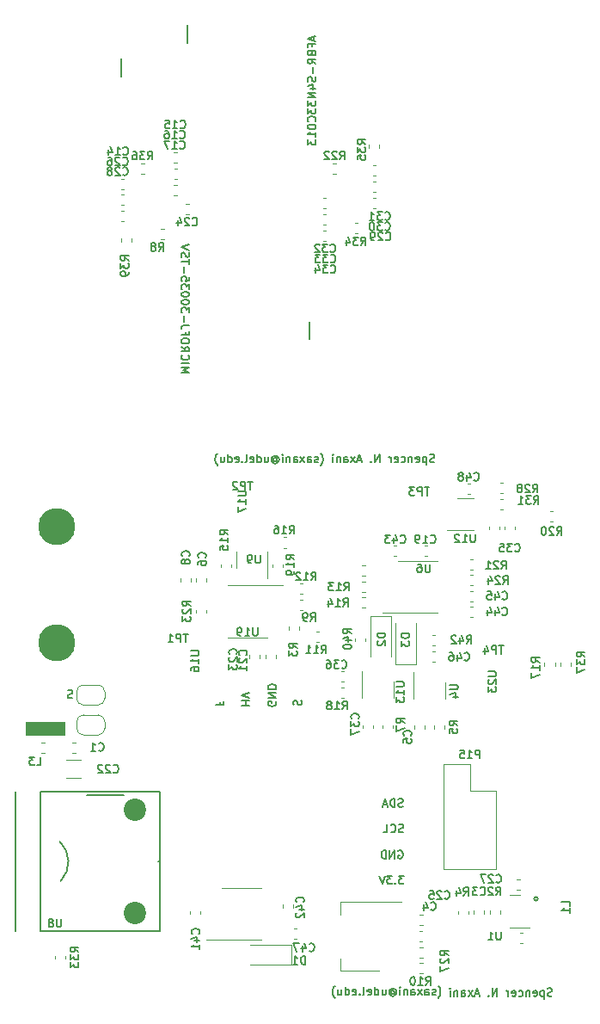
<source format=gbr>
G04 #@! TF.GenerationSoftware,KiCad,Pcbnew,7.0.1-0*
G04 #@! TF.CreationDate,2023-06-29T07:12:14-04:00*
G04 #@! TF.ProjectId,CosmicWatch,436f736d-6963-4576-9174-63682e6b6963,rev?*
G04 #@! TF.SameCoordinates,Original*
G04 #@! TF.FileFunction,Legend,Bot*
G04 #@! TF.FilePolarity,Positive*
%FSLAX46Y46*%
G04 Gerber Fmt 4.6, Leading zero omitted, Abs format (unit mm)*
G04 Created by KiCad (PCBNEW 7.0.1-0) date 2023-06-29 07:12:14*
%MOMM*%
%LPD*%
G01*
G04 APERTURE LIST*
%ADD10C,0.150000*%
%ADD11C,0.175000*%
%ADD12C,0.200000*%
%ADD13C,0.120000*%
%ADD14R,4.000000X1.400000*%
%ADD15C,3.650000*%
%ADD16C,2.200000*%
G04 APERTURE END LIST*
D10*
X180932381Y-76232000D02*
X180818095Y-76270095D01*
X180818095Y-76270095D02*
X180627619Y-76270095D01*
X180627619Y-76270095D02*
X180551428Y-76232000D01*
X180551428Y-76232000D02*
X180513333Y-76193904D01*
X180513333Y-76193904D02*
X180475238Y-76117714D01*
X180475238Y-76117714D02*
X180475238Y-76041523D01*
X180475238Y-76041523D02*
X180513333Y-75965333D01*
X180513333Y-75965333D02*
X180551428Y-75927238D01*
X180551428Y-75927238D02*
X180627619Y-75889142D01*
X180627619Y-75889142D02*
X180780000Y-75851047D01*
X180780000Y-75851047D02*
X180856190Y-75812952D01*
X180856190Y-75812952D02*
X180894285Y-75774857D01*
X180894285Y-75774857D02*
X180932381Y-75698666D01*
X180932381Y-75698666D02*
X180932381Y-75622476D01*
X180932381Y-75622476D02*
X180894285Y-75546285D01*
X180894285Y-75546285D02*
X180856190Y-75508190D01*
X180856190Y-75508190D02*
X180780000Y-75470095D01*
X180780000Y-75470095D02*
X180589523Y-75470095D01*
X180589523Y-75470095D02*
X180475238Y-75508190D01*
X180132380Y-75736761D02*
X180132380Y-76536761D01*
X180132380Y-75774857D02*
X180056190Y-75736761D01*
X180056190Y-75736761D02*
X179903809Y-75736761D01*
X179903809Y-75736761D02*
X179827618Y-75774857D01*
X179827618Y-75774857D02*
X179789523Y-75812952D01*
X179789523Y-75812952D02*
X179751428Y-75889142D01*
X179751428Y-75889142D02*
X179751428Y-76117714D01*
X179751428Y-76117714D02*
X179789523Y-76193904D01*
X179789523Y-76193904D02*
X179827618Y-76232000D01*
X179827618Y-76232000D02*
X179903809Y-76270095D01*
X179903809Y-76270095D02*
X180056190Y-76270095D01*
X180056190Y-76270095D02*
X180132380Y-76232000D01*
X179103808Y-76232000D02*
X179179999Y-76270095D01*
X179179999Y-76270095D02*
X179332380Y-76270095D01*
X179332380Y-76270095D02*
X179408570Y-76232000D01*
X179408570Y-76232000D02*
X179446666Y-76155809D01*
X179446666Y-76155809D02*
X179446666Y-75851047D01*
X179446666Y-75851047D02*
X179408570Y-75774857D01*
X179408570Y-75774857D02*
X179332380Y-75736761D01*
X179332380Y-75736761D02*
X179179999Y-75736761D01*
X179179999Y-75736761D02*
X179103808Y-75774857D01*
X179103808Y-75774857D02*
X179065713Y-75851047D01*
X179065713Y-75851047D02*
X179065713Y-75927238D01*
X179065713Y-75927238D02*
X179446666Y-76003428D01*
X178722856Y-75736761D02*
X178722856Y-76270095D01*
X178722856Y-75812952D02*
X178684761Y-75774857D01*
X178684761Y-75774857D02*
X178608571Y-75736761D01*
X178608571Y-75736761D02*
X178494285Y-75736761D01*
X178494285Y-75736761D02*
X178418094Y-75774857D01*
X178418094Y-75774857D02*
X178379999Y-75851047D01*
X178379999Y-75851047D02*
X178379999Y-76270095D01*
X177656189Y-76232000D02*
X177732380Y-76270095D01*
X177732380Y-76270095D02*
X177884761Y-76270095D01*
X177884761Y-76270095D02*
X177960951Y-76232000D01*
X177960951Y-76232000D02*
X177999046Y-76193904D01*
X177999046Y-76193904D02*
X178037142Y-76117714D01*
X178037142Y-76117714D02*
X178037142Y-75889142D01*
X178037142Y-75889142D02*
X177999046Y-75812952D01*
X177999046Y-75812952D02*
X177960951Y-75774857D01*
X177960951Y-75774857D02*
X177884761Y-75736761D01*
X177884761Y-75736761D02*
X177732380Y-75736761D01*
X177732380Y-75736761D02*
X177656189Y-75774857D01*
X177008570Y-76232000D02*
X177084761Y-76270095D01*
X177084761Y-76270095D02*
X177237142Y-76270095D01*
X177237142Y-76270095D02*
X177313332Y-76232000D01*
X177313332Y-76232000D02*
X177351428Y-76155809D01*
X177351428Y-76155809D02*
X177351428Y-75851047D01*
X177351428Y-75851047D02*
X177313332Y-75774857D01*
X177313332Y-75774857D02*
X177237142Y-75736761D01*
X177237142Y-75736761D02*
X177084761Y-75736761D01*
X177084761Y-75736761D02*
X177008570Y-75774857D01*
X177008570Y-75774857D02*
X176970475Y-75851047D01*
X176970475Y-75851047D02*
X176970475Y-75927238D01*
X176970475Y-75927238D02*
X177351428Y-76003428D01*
X176627618Y-76270095D02*
X176627618Y-75736761D01*
X176627618Y-75889142D02*
X176589523Y-75812952D01*
X176589523Y-75812952D02*
X176551428Y-75774857D01*
X176551428Y-75774857D02*
X176475237Y-75736761D01*
X176475237Y-75736761D02*
X176399047Y-75736761D01*
X175522856Y-76270095D02*
X175522856Y-75470095D01*
X175522856Y-75470095D02*
X175065713Y-76270095D01*
X175065713Y-76270095D02*
X175065713Y-75470095D01*
X174684761Y-76193904D02*
X174646666Y-76232000D01*
X174646666Y-76232000D02*
X174684761Y-76270095D01*
X174684761Y-76270095D02*
X174722857Y-76232000D01*
X174722857Y-76232000D02*
X174684761Y-76193904D01*
X174684761Y-76193904D02*
X174684761Y-76270095D01*
X173732381Y-76041523D02*
X173351428Y-76041523D01*
X173808571Y-76270095D02*
X173541904Y-75470095D01*
X173541904Y-75470095D02*
X173275238Y-76270095D01*
X173084762Y-76270095D02*
X172665714Y-75736761D01*
X173084762Y-75736761D02*
X172665714Y-76270095D01*
X172018095Y-76270095D02*
X172018095Y-75851047D01*
X172018095Y-75851047D02*
X172056190Y-75774857D01*
X172056190Y-75774857D02*
X172132381Y-75736761D01*
X172132381Y-75736761D02*
X172284762Y-75736761D01*
X172284762Y-75736761D02*
X172360952Y-75774857D01*
X172018095Y-76232000D02*
X172094286Y-76270095D01*
X172094286Y-76270095D02*
X172284762Y-76270095D01*
X172284762Y-76270095D02*
X172360952Y-76232000D01*
X172360952Y-76232000D02*
X172399048Y-76155809D01*
X172399048Y-76155809D02*
X172399048Y-76079619D01*
X172399048Y-76079619D02*
X172360952Y-76003428D01*
X172360952Y-76003428D02*
X172284762Y-75965333D01*
X172284762Y-75965333D02*
X172094286Y-75965333D01*
X172094286Y-75965333D02*
X172018095Y-75927238D01*
X171637142Y-75736761D02*
X171637142Y-76270095D01*
X171637142Y-75812952D02*
X171599047Y-75774857D01*
X171599047Y-75774857D02*
X171522857Y-75736761D01*
X171522857Y-75736761D02*
X171408571Y-75736761D01*
X171408571Y-75736761D02*
X171332380Y-75774857D01*
X171332380Y-75774857D02*
X171294285Y-75851047D01*
X171294285Y-75851047D02*
X171294285Y-76270095D01*
X170913332Y-76270095D02*
X170913332Y-75736761D01*
X170913332Y-75470095D02*
X170951428Y-75508190D01*
X170951428Y-75508190D02*
X170913332Y-75546285D01*
X170913332Y-75546285D02*
X170875237Y-75508190D01*
X170875237Y-75508190D02*
X170913332Y-75470095D01*
X170913332Y-75470095D02*
X170913332Y-75546285D01*
X169729524Y-76574857D02*
X169767619Y-76536761D01*
X169767619Y-76536761D02*
X169843810Y-76422476D01*
X169843810Y-76422476D02*
X169881905Y-76346285D01*
X169881905Y-76346285D02*
X169920000Y-76232000D01*
X169920000Y-76232000D02*
X169958095Y-76041523D01*
X169958095Y-76041523D02*
X169958095Y-75889142D01*
X169958095Y-75889142D02*
X169920000Y-75698666D01*
X169920000Y-75698666D02*
X169881905Y-75584380D01*
X169881905Y-75584380D02*
X169843810Y-75508190D01*
X169843810Y-75508190D02*
X169767619Y-75393904D01*
X169767619Y-75393904D02*
X169729524Y-75355809D01*
X169462858Y-76232000D02*
X169386667Y-76270095D01*
X169386667Y-76270095D02*
X169234286Y-76270095D01*
X169234286Y-76270095D02*
X169158096Y-76232000D01*
X169158096Y-76232000D02*
X169120000Y-76155809D01*
X169120000Y-76155809D02*
X169120000Y-76117714D01*
X169120000Y-76117714D02*
X169158096Y-76041523D01*
X169158096Y-76041523D02*
X169234286Y-76003428D01*
X169234286Y-76003428D02*
X169348572Y-76003428D01*
X169348572Y-76003428D02*
X169424762Y-75965333D01*
X169424762Y-75965333D02*
X169462858Y-75889142D01*
X169462858Y-75889142D02*
X169462858Y-75851047D01*
X169462858Y-75851047D02*
X169424762Y-75774857D01*
X169424762Y-75774857D02*
X169348572Y-75736761D01*
X169348572Y-75736761D02*
X169234286Y-75736761D01*
X169234286Y-75736761D02*
X169158096Y-75774857D01*
X168434286Y-76270095D02*
X168434286Y-75851047D01*
X168434286Y-75851047D02*
X168472381Y-75774857D01*
X168472381Y-75774857D02*
X168548572Y-75736761D01*
X168548572Y-75736761D02*
X168700953Y-75736761D01*
X168700953Y-75736761D02*
X168777143Y-75774857D01*
X168434286Y-76232000D02*
X168510477Y-76270095D01*
X168510477Y-76270095D02*
X168700953Y-76270095D01*
X168700953Y-76270095D02*
X168777143Y-76232000D01*
X168777143Y-76232000D02*
X168815239Y-76155809D01*
X168815239Y-76155809D02*
X168815239Y-76079619D01*
X168815239Y-76079619D02*
X168777143Y-76003428D01*
X168777143Y-76003428D02*
X168700953Y-75965333D01*
X168700953Y-75965333D02*
X168510477Y-75965333D01*
X168510477Y-75965333D02*
X168434286Y-75927238D01*
X168129524Y-76270095D02*
X167710476Y-75736761D01*
X168129524Y-75736761D02*
X167710476Y-76270095D01*
X167062857Y-76270095D02*
X167062857Y-75851047D01*
X167062857Y-75851047D02*
X167100952Y-75774857D01*
X167100952Y-75774857D02*
X167177143Y-75736761D01*
X167177143Y-75736761D02*
X167329524Y-75736761D01*
X167329524Y-75736761D02*
X167405714Y-75774857D01*
X167062857Y-76232000D02*
X167139048Y-76270095D01*
X167139048Y-76270095D02*
X167329524Y-76270095D01*
X167329524Y-76270095D02*
X167405714Y-76232000D01*
X167405714Y-76232000D02*
X167443810Y-76155809D01*
X167443810Y-76155809D02*
X167443810Y-76079619D01*
X167443810Y-76079619D02*
X167405714Y-76003428D01*
X167405714Y-76003428D02*
X167329524Y-75965333D01*
X167329524Y-75965333D02*
X167139048Y-75965333D01*
X167139048Y-75965333D02*
X167062857Y-75927238D01*
X166681904Y-75736761D02*
X166681904Y-76270095D01*
X166681904Y-75812952D02*
X166643809Y-75774857D01*
X166643809Y-75774857D02*
X166567619Y-75736761D01*
X166567619Y-75736761D02*
X166453333Y-75736761D01*
X166453333Y-75736761D02*
X166377142Y-75774857D01*
X166377142Y-75774857D02*
X166339047Y-75851047D01*
X166339047Y-75851047D02*
X166339047Y-76270095D01*
X165958094Y-76270095D02*
X165958094Y-75736761D01*
X165958094Y-75470095D02*
X165996190Y-75508190D01*
X165996190Y-75508190D02*
X165958094Y-75546285D01*
X165958094Y-75546285D02*
X165919999Y-75508190D01*
X165919999Y-75508190D02*
X165958094Y-75470095D01*
X165958094Y-75470095D02*
X165958094Y-75546285D01*
X165081904Y-75889142D02*
X165119999Y-75851047D01*
X165119999Y-75851047D02*
X165196190Y-75812952D01*
X165196190Y-75812952D02*
X165272380Y-75812952D01*
X165272380Y-75812952D02*
X165348571Y-75851047D01*
X165348571Y-75851047D02*
X165386666Y-75889142D01*
X165386666Y-75889142D02*
X165424761Y-75965333D01*
X165424761Y-75965333D02*
X165424761Y-76041523D01*
X165424761Y-76041523D02*
X165386666Y-76117714D01*
X165386666Y-76117714D02*
X165348571Y-76155809D01*
X165348571Y-76155809D02*
X165272380Y-76193904D01*
X165272380Y-76193904D02*
X165196190Y-76193904D01*
X165196190Y-76193904D02*
X165119999Y-76155809D01*
X165119999Y-76155809D02*
X165081904Y-76117714D01*
X165081904Y-75812952D02*
X165081904Y-76117714D01*
X165081904Y-76117714D02*
X165043809Y-76155809D01*
X165043809Y-76155809D02*
X165005714Y-76155809D01*
X165005714Y-76155809D02*
X164929523Y-76117714D01*
X164929523Y-76117714D02*
X164891428Y-76041523D01*
X164891428Y-76041523D02*
X164891428Y-75851047D01*
X164891428Y-75851047D02*
X164967619Y-75736761D01*
X164967619Y-75736761D02*
X165081904Y-75660571D01*
X165081904Y-75660571D02*
X165234285Y-75622476D01*
X165234285Y-75622476D02*
X165386666Y-75660571D01*
X165386666Y-75660571D02*
X165500952Y-75736761D01*
X165500952Y-75736761D02*
X165577142Y-75851047D01*
X165577142Y-75851047D02*
X165615238Y-76003428D01*
X165615238Y-76003428D02*
X165577142Y-76155809D01*
X165577142Y-76155809D02*
X165500952Y-76270095D01*
X165500952Y-76270095D02*
X165386666Y-76346285D01*
X165386666Y-76346285D02*
X165234285Y-76384380D01*
X165234285Y-76384380D02*
X165081904Y-76346285D01*
X165081904Y-76346285D02*
X164967619Y-76270095D01*
X164205714Y-75736761D02*
X164205714Y-76270095D01*
X164548571Y-75736761D02*
X164548571Y-76155809D01*
X164548571Y-76155809D02*
X164510476Y-76232000D01*
X164510476Y-76232000D02*
X164434286Y-76270095D01*
X164434286Y-76270095D02*
X164320000Y-76270095D01*
X164320000Y-76270095D02*
X164243809Y-76232000D01*
X164243809Y-76232000D02*
X164205714Y-76193904D01*
X163481904Y-76270095D02*
X163481904Y-75470095D01*
X163481904Y-76232000D02*
X163558095Y-76270095D01*
X163558095Y-76270095D02*
X163710476Y-76270095D01*
X163710476Y-76270095D02*
X163786666Y-76232000D01*
X163786666Y-76232000D02*
X163824761Y-76193904D01*
X163824761Y-76193904D02*
X163862857Y-76117714D01*
X163862857Y-76117714D02*
X163862857Y-75889142D01*
X163862857Y-75889142D02*
X163824761Y-75812952D01*
X163824761Y-75812952D02*
X163786666Y-75774857D01*
X163786666Y-75774857D02*
X163710476Y-75736761D01*
X163710476Y-75736761D02*
X163558095Y-75736761D01*
X163558095Y-75736761D02*
X163481904Y-75774857D01*
X162796189Y-76232000D02*
X162872380Y-76270095D01*
X162872380Y-76270095D02*
X163024761Y-76270095D01*
X163024761Y-76270095D02*
X163100951Y-76232000D01*
X163100951Y-76232000D02*
X163139047Y-76155809D01*
X163139047Y-76155809D02*
X163139047Y-75851047D01*
X163139047Y-75851047D02*
X163100951Y-75774857D01*
X163100951Y-75774857D02*
X163024761Y-75736761D01*
X163024761Y-75736761D02*
X162872380Y-75736761D01*
X162872380Y-75736761D02*
X162796189Y-75774857D01*
X162796189Y-75774857D02*
X162758094Y-75851047D01*
X162758094Y-75851047D02*
X162758094Y-75927238D01*
X162758094Y-75927238D02*
X163139047Y-76003428D01*
X162300952Y-76270095D02*
X162377142Y-76232000D01*
X162377142Y-76232000D02*
X162415237Y-76155809D01*
X162415237Y-76155809D02*
X162415237Y-75470095D01*
X161996189Y-76193904D02*
X161958094Y-76232000D01*
X161958094Y-76232000D02*
X161996189Y-76270095D01*
X161996189Y-76270095D02*
X162034285Y-76232000D01*
X162034285Y-76232000D02*
X161996189Y-76193904D01*
X161996189Y-76193904D02*
X161996189Y-76270095D01*
X161310475Y-76232000D02*
X161386666Y-76270095D01*
X161386666Y-76270095D02*
X161539047Y-76270095D01*
X161539047Y-76270095D02*
X161615237Y-76232000D01*
X161615237Y-76232000D02*
X161653333Y-76155809D01*
X161653333Y-76155809D02*
X161653333Y-75851047D01*
X161653333Y-75851047D02*
X161615237Y-75774857D01*
X161615237Y-75774857D02*
X161539047Y-75736761D01*
X161539047Y-75736761D02*
X161386666Y-75736761D01*
X161386666Y-75736761D02*
X161310475Y-75774857D01*
X161310475Y-75774857D02*
X161272380Y-75851047D01*
X161272380Y-75851047D02*
X161272380Y-75927238D01*
X161272380Y-75927238D02*
X161653333Y-76003428D01*
X160586666Y-76270095D02*
X160586666Y-75470095D01*
X160586666Y-76232000D02*
X160662857Y-76270095D01*
X160662857Y-76270095D02*
X160815238Y-76270095D01*
X160815238Y-76270095D02*
X160891428Y-76232000D01*
X160891428Y-76232000D02*
X160929523Y-76193904D01*
X160929523Y-76193904D02*
X160967619Y-76117714D01*
X160967619Y-76117714D02*
X160967619Y-75889142D01*
X160967619Y-75889142D02*
X160929523Y-75812952D01*
X160929523Y-75812952D02*
X160891428Y-75774857D01*
X160891428Y-75774857D02*
X160815238Y-75736761D01*
X160815238Y-75736761D02*
X160662857Y-75736761D01*
X160662857Y-75736761D02*
X160586666Y-75774857D01*
X159862856Y-75736761D02*
X159862856Y-76270095D01*
X160205713Y-75736761D02*
X160205713Y-76155809D01*
X160205713Y-76155809D02*
X160167618Y-76232000D01*
X160167618Y-76232000D02*
X160091428Y-76270095D01*
X160091428Y-76270095D02*
X159977142Y-76270095D01*
X159977142Y-76270095D02*
X159900951Y-76232000D01*
X159900951Y-76232000D02*
X159862856Y-76193904D01*
X159558094Y-76574857D02*
X159519999Y-76536761D01*
X159519999Y-76536761D02*
X159443808Y-76422476D01*
X159443808Y-76422476D02*
X159405713Y-76346285D01*
X159405713Y-76346285D02*
X159367618Y-76232000D01*
X159367618Y-76232000D02*
X159329522Y-76041523D01*
X159329522Y-76041523D02*
X159329522Y-75889142D01*
X159329522Y-75889142D02*
X159367618Y-75698666D01*
X159367618Y-75698666D02*
X159405713Y-75584380D01*
X159405713Y-75584380D02*
X159443808Y-75508190D01*
X159443808Y-75508190D02*
X159519999Y-75393904D01*
X159519999Y-75393904D02*
X159558094Y-75355809D01*
X181299524Y-128984857D02*
X181337619Y-128946761D01*
X181337619Y-128946761D02*
X181413810Y-128832476D01*
X181413810Y-128832476D02*
X181451905Y-128756285D01*
X181451905Y-128756285D02*
X181490000Y-128642000D01*
X181490000Y-128642000D02*
X181528095Y-128451523D01*
X181528095Y-128451523D02*
X181528095Y-128299142D01*
X181528095Y-128299142D02*
X181490000Y-128108666D01*
X181490000Y-128108666D02*
X181451905Y-127994380D01*
X181451905Y-127994380D02*
X181413810Y-127918190D01*
X181413810Y-127918190D02*
X181337619Y-127803904D01*
X181337619Y-127803904D02*
X181299524Y-127765809D01*
X181032858Y-128642000D02*
X180956667Y-128680095D01*
X180956667Y-128680095D02*
X180804286Y-128680095D01*
X180804286Y-128680095D02*
X180728096Y-128642000D01*
X180728096Y-128642000D02*
X180690000Y-128565809D01*
X180690000Y-128565809D02*
X180690000Y-128527714D01*
X180690000Y-128527714D02*
X180728096Y-128451523D01*
X180728096Y-128451523D02*
X180804286Y-128413428D01*
X180804286Y-128413428D02*
X180918572Y-128413428D01*
X180918572Y-128413428D02*
X180994762Y-128375333D01*
X180994762Y-128375333D02*
X181032858Y-128299142D01*
X181032858Y-128299142D02*
X181032858Y-128261047D01*
X181032858Y-128261047D02*
X180994762Y-128184857D01*
X180994762Y-128184857D02*
X180918572Y-128146761D01*
X180918572Y-128146761D02*
X180804286Y-128146761D01*
X180804286Y-128146761D02*
X180728096Y-128184857D01*
X180004286Y-128680095D02*
X180004286Y-128261047D01*
X180004286Y-128261047D02*
X180042381Y-128184857D01*
X180042381Y-128184857D02*
X180118572Y-128146761D01*
X180118572Y-128146761D02*
X180270953Y-128146761D01*
X180270953Y-128146761D02*
X180347143Y-128184857D01*
X180004286Y-128642000D02*
X180080477Y-128680095D01*
X180080477Y-128680095D02*
X180270953Y-128680095D01*
X180270953Y-128680095D02*
X180347143Y-128642000D01*
X180347143Y-128642000D02*
X180385239Y-128565809D01*
X180385239Y-128565809D02*
X180385239Y-128489619D01*
X180385239Y-128489619D02*
X180347143Y-128413428D01*
X180347143Y-128413428D02*
X180270953Y-128375333D01*
X180270953Y-128375333D02*
X180080477Y-128375333D01*
X180080477Y-128375333D02*
X180004286Y-128337238D01*
X179699524Y-128680095D02*
X179280476Y-128146761D01*
X179699524Y-128146761D02*
X179280476Y-128680095D01*
X178632857Y-128680095D02*
X178632857Y-128261047D01*
X178632857Y-128261047D02*
X178670952Y-128184857D01*
X178670952Y-128184857D02*
X178747143Y-128146761D01*
X178747143Y-128146761D02*
X178899524Y-128146761D01*
X178899524Y-128146761D02*
X178975714Y-128184857D01*
X178632857Y-128642000D02*
X178709048Y-128680095D01*
X178709048Y-128680095D02*
X178899524Y-128680095D01*
X178899524Y-128680095D02*
X178975714Y-128642000D01*
X178975714Y-128642000D02*
X179013810Y-128565809D01*
X179013810Y-128565809D02*
X179013810Y-128489619D01*
X179013810Y-128489619D02*
X178975714Y-128413428D01*
X178975714Y-128413428D02*
X178899524Y-128375333D01*
X178899524Y-128375333D02*
X178709048Y-128375333D01*
X178709048Y-128375333D02*
X178632857Y-128337238D01*
X178251904Y-128146761D02*
X178251904Y-128680095D01*
X178251904Y-128222952D02*
X178213809Y-128184857D01*
X178213809Y-128184857D02*
X178137619Y-128146761D01*
X178137619Y-128146761D02*
X178023333Y-128146761D01*
X178023333Y-128146761D02*
X177947142Y-128184857D01*
X177947142Y-128184857D02*
X177909047Y-128261047D01*
X177909047Y-128261047D02*
X177909047Y-128680095D01*
X177528094Y-128680095D02*
X177528094Y-128146761D01*
X177528094Y-127880095D02*
X177566190Y-127918190D01*
X177566190Y-127918190D02*
X177528094Y-127956285D01*
X177528094Y-127956285D02*
X177489999Y-127918190D01*
X177489999Y-127918190D02*
X177528094Y-127880095D01*
X177528094Y-127880095D02*
X177528094Y-127956285D01*
X176651904Y-128299142D02*
X176689999Y-128261047D01*
X176689999Y-128261047D02*
X176766190Y-128222952D01*
X176766190Y-128222952D02*
X176842380Y-128222952D01*
X176842380Y-128222952D02*
X176918571Y-128261047D01*
X176918571Y-128261047D02*
X176956666Y-128299142D01*
X176956666Y-128299142D02*
X176994761Y-128375333D01*
X176994761Y-128375333D02*
X176994761Y-128451523D01*
X176994761Y-128451523D02*
X176956666Y-128527714D01*
X176956666Y-128527714D02*
X176918571Y-128565809D01*
X176918571Y-128565809D02*
X176842380Y-128603904D01*
X176842380Y-128603904D02*
X176766190Y-128603904D01*
X176766190Y-128603904D02*
X176689999Y-128565809D01*
X176689999Y-128565809D02*
X176651904Y-128527714D01*
X176651904Y-128222952D02*
X176651904Y-128527714D01*
X176651904Y-128527714D02*
X176613809Y-128565809D01*
X176613809Y-128565809D02*
X176575714Y-128565809D01*
X176575714Y-128565809D02*
X176499523Y-128527714D01*
X176499523Y-128527714D02*
X176461428Y-128451523D01*
X176461428Y-128451523D02*
X176461428Y-128261047D01*
X176461428Y-128261047D02*
X176537619Y-128146761D01*
X176537619Y-128146761D02*
X176651904Y-128070571D01*
X176651904Y-128070571D02*
X176804285Y-128032476D01*
X176804285Y-128032476D02*
X176956666Y-128070571D01*
X176956666Y-128070571D02*
X177070952Y-128146761D01*
X177070952Y-128146761D02*
X177147142Y-128261047D01*
X177147142Y-128261047D02*
X177185238Y-128413428D01*
X177185238Y-128413428D02*
X177147142Y-128565809D01*
X177147142Y-128565809D02*
X177070952Y-128680095D01*
X177070952Y-128680095D02*
X176956666Y-128756285D01*
X176956666Y-128756285D02*
X176804285Y-128794380D01*
X176804285Y-128794380D02*
X176651904Y-128756285D01*
X176651904Y-128756285D02*
X176537619Y-128680095D01*
X175775714Y-128146761D02*
X175775714Y-128680095D01*
X176118571Y-128146761D02*
X176118571Y-128565809D01*
X176118571Y-128565809D02*
X176080476Y-128642000D01*
X176080476Y-128642000D02*
X176004286Y-128680095D01*
X176004286Y-128680095D02*
X175890000Y-128680095D01*
X175890000Y-128680095D02*
X175813809Y-128642000D01*
X175813809Y-128642000D02*
X175775714Y-128603904D01*
X175051904Y-128680095D02*
X175051904Y-127880095D01*
X175051904Y-128642000D02*
X175128095Y-128680095D01*
X175128095Y-128680095D02*
X175280476Y-128680095D01*
X175280476Y-128680095D02*
X175356666Y-128642000D01*
X175356666Y-128642000D02*
X175394761Y-128603904D01*
X175394761Y-128603904D02*
X175432857Y-128527714D01*
X175432857Y-128527714D02*
X175432857Y-128299142D01*
X175432857Y-128299142D02*
X175394761Y-128222952D01*
X175394761Y-128222952D02*
X175356666Y-128184857D01*
X175356666Y-128184857D02*
X175280476Y-128146761D01*
X175280476Y-128146761D02*
X175128095Y-128146761D01*
X175128095Y-128146761D02*
X175051904Y-128184857D01*
X174366189Y-128642000D02*
X174442380Y-128680095D01*
X174442380Y-128680095D02*
X174594761Y-128680095D01*
X174594761Y-128680095D02*
X174670951Y-128642000D01*
X174670951Y-128642000D02*
X174709047Y-128565809D01*
X174709047Y-128565809D02*
X174709047Y-128261047D01*
X174709047Y-128261047D02*
X174670951Y-128184857D01*
X174670951Y-128184857D02*
X174594761Y-128146761D01*
X174594761Y-128146761D02*
X174442380Y-128146761D01*
X174442380Y-128146761D02*
X174366189Y-128184857D01*
X174366189Y-128184857D02*
X174328094Y-128261047D01*
X174328094Y-128261047D02*
X174328094Y-128337238D01*
X174328094Y-128337238D02*
X174709047Y-128413428D01*
X173870952Y-128680095D02*
X173947142Y-128642000D01*
X173947142Y-128642000D02*
X173985237Y-128565809D01*
X173985237Y-128565809D02*
X173985237Y-127880095D01*
X173566189Y-128603904D02*
X173528094Y-128642000D01*
X173528094Y-128642000D02*
X173566189Y-128680095D01*
X173566189Y-128680095D02*
X173604285Y-128642000D01*
X173604285Y-128642000D02*
X173566189Y-128603904D01*
X173566189Y-128603904D02*
X173566189Y-128680095D01*
X172880475Y-128642000D02*
X172956666Y-128680095D01*
X172956666Y-128680095D02*
X173109047Y-128680095D01*
X173109047Y-128680095D02*
X173185237Y-128642000D01*
X173185237Y-128642000D02*
X173223333Y-128565809D01*
X173223333Y-128565809D02*
X173223333Y-128261047D01*
X173223333Y-128261047D02*
X173185237Y-128184857D01*
X173185237Y-128184857D02*
X173109047Y-128146761D01*
X173109047Y-128146761D02*
X172956666Y-128146761D01*
X172956666Y-128146761D02*
X172880475Y-128184857D01*
X172880475Y-128184857D02*
X172842380Y-128261047D01*
X172842380Y-128261047D02*
X172842380Y-128337238D01*
X172842380Y-128337238D02*
X173223333Y-128413428D01*
X172156666Y-128680095D02*
X172156666Y-127880095D01*
X172156666Y-128642000D02*
X172232857Y-128680095D01*
X172232857Y-128680095D02*
X172385238Y-128680095D01*
X172385238Y-128680095D02*
X172461428Y-128642000D01*
X172461428Y-128642000D02*
X172499523Y-128603904D01*
X172499523Y-128603904D02*
X172537619Y-128527714D01*
X172537619Y-128527714D02*
X172537619Y-128299142D01*
X172537619Y-128299142D02*
X172499523Y-128222952D01*
X172499523Y-128222952D02*
X172461428Y-128184857D01*
X172461428Y-128184857D02*
X172385238Y-128146761D01*
X172385238Y-128146761D02*
X172232857Y-128146761D01*
X172232857Y-128146761D02*
X172156666Y-128184857D01*
X171432856Y-128146761D02*
X171432856Y-128680095D01*
X171775713Y-128146761D02*
X171775713Y-128565809D01*
X171775713Y-128565809D02*
X171737618Y-128642000D01*
X171737618Y-128642000D02*
X171661428Y-128680095D01*
X171661428Y-128680095D02*
X171547142Y-128680095D01*
X171547142Y-128680095D02*
X171470951Y-128642000D01*
X171470951Y-128642000D02*
X171432856Y-128603904D01*
X171128094Y-128984857D02*
X171089999Y-128946761D01*
X171089999Y-128946761D02*
X171013808Y-128832476D01*
X171013808Y-128832476D02*
X170975713Y-128756285D01*
X170975713Y-128756285D02*
X170937618Y-128642000D01*
X170937618Y-128642000D02*
X170899522Y-128451523D01*
X170899522Y-128451523D02*
X170899522Y-128299142D01*
X170899522Y-128299142D02*
X170937618Y-128108666D01*
X170937618Y-128108666D02*
X170975713Y-127994380D01*
X170975713Y-127994380D02*
X171013808Y-127918190D01*
X171013808Y-127918190D02*
X171089999Y-127803904D01*
X171089999Y-127803904D02*
X171128094Y-127765809D01*
X192512381Y-128752000D02*
X192398095Y-128790095D01*
X192398095Y-128790095D02*
X192207619Y-128790095D01*
X192207619Y-128790095D02*
X192131428Y-128752000D01*
X192131428Y-128752000D02*
X192093333Y-128713904D01*
X192093333Y-128713904D02*
X192055238Y-128637714D01*
X192055238Y-128637714D02*
X192055238Y-128561523D01*
X192055238Y-128561523D02*
X192093333Y-128485333D01*
X192093333Y-128485333D02*
X192131428Y-128447238D01*
X192131428Y-128447238D02*
X192207619Y-128409142D01*
X192207619Y-128409142D02*
X192360000Y-128371047D01*
X192360000Y-128371047D02*
X192436190Y-128332952D01*
X192436190Y-128332952D02*
X192474285Y-128294857D01*
X192474285Y-128294857D02*
X192512381Y-128218666D01*
X192512381Y-128218666D02*
X192512381Y-128142476D01*
X192512381Y-128142476D02*
X192474285Y-128066285D01*
X192474285Y-128066285D02*
X192436190Y-128028190D01*
X192436190Y-128028190D02*
X192360000Y-127990095D01*
X192360000Y-127990095D02*
X192169523Y-127990095D01*
X192169523Y-127990095D02*
X192055238Y-128028190D01*
X191712380Y-128256761D02*
X191712380Y-129056761D01*
X191712380Y-128294857D02*
X191636190Y-128256761D01*
X191636190Y-128256761D02*
X191483809Y-128256761D01*
X191483809Y-128256761D02*
X191407618Y-128294857D01*
X191407618Y-128294857D02*
X191369523Y-128332952D01*
X191369523Y-128332952D02*
X191331428Y-128409142D01*
X191331428Y-128409142D02*
X191331428Y-128637714D01*
X191331428Y-128637714D02*
X191369523Y-128713904D01*
X191369523Y-128713904D02*
X191407618Y-128752000D01*
X191407618Y-128752000D02*
X191483809Y-128790095D01*
X191483809Y-128790095D02*
X191636190Y-128790095D01*
X191636190Y-128790095D02*
X191712380Y-128752000D01*
X190683808Y-128752000D02*
X190759999Y-128790095D01*
X190759999Y-128790095D02*
X190912380Y-128790095D01*
X190912380Y-128790095D02*
X190988570Y-128752000D01*
X190988570Y-128752000D02*
X191026666Y-128675809D01*
X191026666Y-128675809D02*
X191026666Y-128371047D01*
X191026666Y-128371047D02*
X190988570Y-128294857D01*
X190988570Y-128294857D02*
X190912380Y-128256761D01*
X190912380Y-128256761D02*
X190759999Y-128256761D01*
X190759999Y-128256761D02*
X190683808Y-128294857D01*
X190683808Y-128294857D02*
X190645713Y-128371047D01*
X190645713Y-128371047D02*
X190645713Y-128447238D01*
X190645713Y-128447238D02*
X191026666Y-128523428D01*
X190302856Y-128256761D02*
X190302856Y-128790095D01*
X190302856Y-128332952D02*
X190264761Y-128294857D01*
X190264761Y-128294857D02*
X190188571Y-128256761D01*
X190188571Y-128256761D02*
X190074285Y-128256761D01*
X190074285Y-128256761D02*
X189998094Y-128294857D01*
X189998094Y-128294857D02*
X189959999Y-128371047D01*
X189959999Y-128371047D02*
X189959999Y-128790095D01*
X189236189Y-128752000D02*
X189312380Y-128790095D01*
X189312380Y-128790095D02*
X189464761Y-128790095D01*
X189464761Y-128790095D02*
X189540951Y-128752000D01*
X189540951Y-128752000D02*
X189579046Y-128713904D01*
X189579046Y-128713904D02*
X189617142Y-128637714D01*
X189617142Y-128637714D02*
X189617142Y-128409142D01*
X189617142Y-128409142D02*
X189579046Y-128332952D01*
X189579046Y-128332952D02*
X189540951Y-128294857D01*
X189540951Y-128294857D02*
X189464761Y-128256761D01*
X189464761Y-128256761D02*
X189312380Y-128256761D01*
X189312380Y-128256761D02*
X189236189Y-128294857D01*
X188588570Y-128752000D02*
X188664761Y-128790095D01*
X188664761Y-128790095D02*
X188817142Y-128790095D01*
X188817142Y-128790095D02*
X188893332Y-128752000D01*
X188893332Y-128752000D02*
X188931428Y-128675809D01*
X188931428Y-128675809D02*
X188931428Y-128371047D01*
X188931428Y-128371047D02*
X188893332Y-128294857D01*
X188893332Y-128294857D02*
X188817142Y-128256761D01*
X188817142Y-128256761D02*
X188664761Y-128256761D01*
X188664761Y-128256761D02*
X188588570Y-128294857D01*
X188588570Y-128294857D02*
X188550475Y-128371047D01*
X188550475Y-128371047D02*
X188550475Y-128447238D01*
X188550475Y-128447238D02*
X188931428Y-128523428D01*
X188207618Y-128790095D02*
X188207618Y-128256761D01*
X188207618Y-128409142D02*
X188169523Y-128332952D01*
X188169523Y-128332952D02*
X188131428Y-128294857D01*
X188131428Y-128294857D02*
X188055237Y-128256761D01*
X188055237Y-128256761D02*
X187979047Y-128256761D01*
X187102856Y-128790095D02*
X187102856Y-127990095D01*
X187102856Y-127990095D02*
X186645713Y-128790095D01*
X186645713Y-128790095D02*
X186645713Y-127990095D01*
X186264761Y-128713904D02*
X186226666Y-128752000D01*
X186226666Y-128752000D02*
X186264761Y-128790095D01*
X186264761Y-128790095D02*
X186302857Y-128752000D01*
X186302857Y-128752000D02*
X186264761Y-128713904D01*
X186264761Y-128713904D02*
X186264761Y-128790095D01*
X185312381Y-128561523D02*
X184931428Y-128561523D01*
X185388571Y-128790095D02*
X185121904Y-127990095D01*
X185121904Y-127990095D02*
X184855238Y-128790095D01*
X184664762Y-128790095D02*
X184245714Y-128256761D01*
X184664762Y-128256761D02*
X184245714Y-128790095D01*
X183598095Y-128790095D02*
X183598095Y-128371047D01*
X183598095Y-128371047D02*
X183636190Y-128294857D01*
X183636190Y-128294857D02*
X183712381Y-128256761D01*
X183712381Y-128256761D02*
X183864762Y-128256761D01*
X183864762Y-128256761D02*
X183940952Y-128294857D01*
X183598095Y-128752000D02*
X183674286Y-128790095D01*
X183674286Y-128790095D02*
X183864762Y-128790095D01*
X183864762Y-128790095D02*
X183940952Y-128752000D01*
X183940952Y-128752000D02*
X183979048Y-128675809D01*
X183979048Y-128675809D02*
X183979048Y-128599619D01*
X183979048Y-128599619D02*
X183940952Y-128523428D01*
X183940952Y-128523428D02*
X183864762Y-128485333D01*
X183864762Y-128485333D02*
X183674286Y-128485333D01*
X183674286Y-128485333D02*
X183598095Y-128447238D01*
X183217142Y-128256761D02*
X183217142Y-128790095D01*
X183217142Y-128332952D02*
X183179047Y-128294857D01*
X183179047Y-128294857D02*
X183102857Y-128256761D01*
X183102857Y-128256761D02*
X182988571Y-128256761D01*
X182988571Y-128256761D02*
X182912380Y-128294857D01*
X182912380Y-128294857D02*
X182874285Y-128371047D01*
X182874285Y-128371047D02*
X182874285Y-128790095D01*
X182493332Y-128790095D02*
X182493332Y-128256761D01*
X182493332Y-127990095D02*
X182531428Y-128028190D01*
X182531428Y-128028190D02*
X182493332Y-128066285D01*
X182493332Y-128066285D02*
X182455237Y-128028190D01*
X182455237Y-128028190D02*
X182493332Y-127990095D01*
X182493332Y-127990095D02*
X182493332Y-128066285D01*
X168605023Y-64158630D02*
X168605023Y-62408630D01*
X156605023Y-33258630D02*
X156605023Y-35008630D01*
X191121050Y-119210000D02*
G75*
G03*
X191121050Y-119210000I-191050J0D01*
G01*
X150055023Y-38308630D02*
X150055023Y-36558630D01*
X156639523Y-93155095D02*
X156182380Y-93155095D01*
X156410952Y-93955095D02*
X156410952Y-93155095D01*
X155915713Y-93955095D02*
X155915713Y-93155095D01*
X155915713Y-93155095D02*
X155610951Y-93155095D01*
X155610951Y-93155095D02*
X155534761Y-93193190D01*
X155534761Y-93193190D02*
X155496666Y-93231285D01*
X155496666Y-93231285D02*
X155458570Y-93307476D01*
X155458570Y-93307476D02*
X155458570Y-93421761D01*
X155458570Y-93421761D02*
X155496666Y-93497952D01*
X155496666Y-93497952D02*
X155534761Y-93536047D01*
X155534761Y-93536047D02*
X155610951Y-93574142D01*
X155610951Y-93574142D02*
X155915713Y-93574142D01*
X154696666Y-93955095D02*
X155153809Y-93955095D01*
X154925237Y-93955095D02*
X154925237Y-93155095D01*
X154925237Y-93155095D02*
X155001428Y-93269380D01*
X155001428Y-93269380D02*
X155077618Y-93345571D01*
X155077618Y-93345571D02*
X155153809Y-93383666D01*
X167068000Y-100148571D02*
X167029904Y-100034285D01*
X167029904Y-100034285D02*
X167029904Y-99843809D01*
X167029904Y-99843809D02*
X167068000Y-99767618D01*
X167068000Y-99767618D02*
X167106095Y-99729523D01*
X167106095Y-99729523D02*
X167182285Y-99691428D01*
X167182285Y-99691428D02*
X167258476Y-99691428D01*
X167258476Y-99691428D02*
X167334666Y-99729523D01*
X167334666Y-99729523D02*
X167372761Y-99767618D01*
X167372761Y-99767618D02*
X167410857Y-99843809D01*
X167410857Y-99843809D02*
X167448952Y-99996190D01*
X167448952Y-99996190D02*
X167487047Y-100072380D01*
X167487047Y-100072380D02*
X167525142Y-100110475D01*
X167525142Y-100110475D02*
X167601333Y-100148571D01*
X167601333Y-100148571D02*
X167677523Y-100148571D01*
X167677523Y-100148571D02*
X167753714Y-100110475D01*
X167753714Y-100110475D02*
X167791809Y-100072380D01*
X167791809Y-100072380D02*
X167829904Y-99996190D01*
X167829904Y-99996190D02*
X167829904Y-99805713D01*
X167829904Y-99805713D02*
X167791809Y-99691428D01*
X161909904Y-100181427D02*
X162709904Y-100181427D01*
X162328952Y-100181427D02*
X162328952Y-99724284D01*
X161909904Y-99724284D02*
X162709904Y-99724284D01*
X162709904Y-99457618D02*
X161909904Y-99190951D01*
X161909904Y-99190951D02*
X162709904Y-98924285D01*
X177877619Y-112649000D02*
X177763333Y-112687095D01*
X177763333Y-112687095D02*
X177572857Y-112687095D01*
X177572857Y-112687095D02*
X177496666Y-112649000D01*
X177496666Y-112649000D02*
X177458571Y-112610904D01*
X177458571Y-112610904D02*
X177420476Y-112534714D01*
X177420476Y-112534714D02*
X177420476Y-112458523D01*
X177420476Y-112458523D02*
X177458571Y-112382333D01*
X177458571Y-112382333D02*
X177496666Y-112344238D01*
X177496666Y-112344238D02*
X177572857Y-112306142D01*
X177572857Y-112306142D02*
X177725238Y-112268047D01*
X177725238Y-112268047D02*
X177801428Y-112229952D01*
X177801428Y-112229952D02*
X177839523Y-112191857D01*
X177839523Y-112191857D02*
X177877619Y-112115666D01*
X177877619Y-112115666D02*
X177877619Y-112039476D01*
X177877619Y-112039476D02*
X177839523Y-111963285D01*
X177839523Y-111963285D02*
X177801428Y-111925190D01*
X177801428Y-111925190D02*
X177725238Y-111887095D01*
X177725238Y-111887095D02*
X177534761Y-111887095D01*
X177534761Y-111887095D02*
X177420476Y-111925190D01*
X176620475Y-112610904D02*
X176658571Y-112649000D01*
X176658571Y-112649000D02*
X176772856Y-112687095D01*
X176772856Y-112687095D02*
X176849047Y-112687095D01*
X176849047Y-112687095D02*
X176963333Y-112649000D01*
X176963333Y-112649000D02*
X177039523Y-112572809D01*
X177039523Y-112572809D02*
X177077618Y-112496619D01*
X177077618Y-112496619D02*
X177115714Y-112344238D01*
X177115714Y-112344238D02*
X177115714Y-112229952D01*
X177115714Y-112229952D02*
X177077618Y-112077571D01*
X177077618Y-112077571D02*
X177039523Y-112001380D01*
X177039523Y-112001380D02*
X176963333Y-111925190D01*
X176963333Y-111925190D02*
X176849047Y-111887095D01*
X176849047Y-111887095D02*
X176772856Y-111887095D01*
X176772856Y-111887095D02*
X176658571Y-111925190D01*
X176658571Y-111925190D02*
X176620475Y-111963285D01*
X175896666Y-112687095D02*
X176277618Y-112687095D01*
X176277618Y-112687095D02*
X176277618Y-111887095D01*
D11*
X145258571Y-99442000D02*
X145144285Y-99480095D01*
X145144285Y-99480095D02*
X144953809Y-99480095D01*
X144953809Y-99480095D02*
X144877618Y-99442000D01*
X144877618Y-99442000D02*
X144839523Y-99403904D01*
X144839523Y-99403904D02*
X144801428Y-99327714D01*
X144801428Y-99327714D02*
X144801428Y-99251523D01*
X144801428Y-99251523D02*
X144839523Y-99175333D01*
X144839523Y-99175333D02*
X144877618Y-99137238D01*
X144877618Y-99137238D02*
X144953809Y-99099142D01*
X144953809Y-99099142D02*
X145106190Y-99061047D01*
X145106190Y-99061047D02*
X145182380Y-99022952D01*
X145182380Y-99022952D02*
X145220475Y-98984857D01*
X145220475Y-98984857D02*
X145258571Y-98908666D01*
X145258571Y-98908666D02*
X145258571Y-98832476D01*
X145258571Y-98832476D02*
X145220475Y-98756285D01*
X145220475Y-98756285D02*
X145182380Y-98718190D01*
X145182380Y-98718190D02*
X145106190Y-98680095D01*
X145106190Y-98680095D02*
X144915713Y-98680095D01*
X144915713Y-98680095D02*
X144801428Y-98718190D01*
D10*
X163014523Y-78155095D02*
X162557380Y-78155095D01*
X162785952Y-78955095D02*
X162785952Y-78155095D01*
X162290713Y-78955095D02*
X162290713Y-78155095D01*
X162290713Y-78155095D02*
X161985951Y-78155095D01*
X161985951Y-78155095D02*
X161909761Y-78193190D01*
X161909761Y-78193190D02*
X161871666Y-78231285D01*
X161871666Y-78231285D02*
X161833570Y-78307476D01*
X161833570Y-78307476D02*
X161833570Y-78421761D01*
X161833570Y-78421761D02*
X161871666Y-78497952D01*
X161871666Y-78497952D02*
X161909761Y-78536047D01*
X161909761Y-78536047D02*
X161985951Y-78574142D01*
X161985951Y-78574142D02*
X162290713Y-78574142D01*
X161528809Y-78231285D02*
X161490713Y-78193190D01*
X161490713Y-78193190D02*
X161414523Y-78155095D01*
X161414523Y-78155095D02*
X161224047Y-78155095D01*
X161224047Y-78155095D02*
X161147856Y-78193190D01*
X161147856Y-78193190D02*
X161109761Y-78231285D01*
X161109761Y-78231285D02*
X161071666Y-78307476D01*
X161071666Y-78307476D02*
X161071666Y-78383666D01*
X161071666Y-78383666D02*
X161109761Y-78497952D01*
X161109761Y-78497952D02*
X161566904Y-78955095D01*
X161566904Y-78955095D02*
X161071666Y-78955095D01*
X177915714Y-116937095D02*
X177420476Y-116937095D01*
X177420476Y-116937095D02*
X177687142Y-117241857D01*
X177687142Y-117241857D02*
X177572857Y-117241857D01*
X177572857Y-117241857D02*
X177496666Y-117279952D01*
X177496666Y-117279952D02*
X177458571Y-117318047D01*
X177458571Y-117318047D02*
X177420476Y-117394238D01*
X177420476Y-117394238D02*
X177420476Y-117584714D01*
X177420476Y-117584714D02*
X177458571Y-117660904D01*
X177458571Y-117660904D02*
X177496666Y-117699000D01*
X177496666Y-117699000D02*
X177572857Y-117737095D01*
X177572857Y-117737095D02*
X177801428Y-117737095D01*
X177801428Y-117737095D02*
X177877619Y-117699000D01*
X177877619Y-117699000D02*
X177915714Y-117660904D01*
X177077618Y-117660904D02*
X177039523Y-117699000D01*
X177039523Y-117699000D02*
X177077618Y-117737095D01*
X177077618Y-117737095D02*
X177115714Y-117699000D01*
X177115714Y-117699000D02*
X177077618Y-117660904D01*
X177077618Y-117660904D02*
X177077618Y-117737095D01*
X176772857Y-116937095D02*
X176277619Y-116937095D01*
X176277619Y-116937095D02*
X176544285Y-117241857D01*
X176544285Y-117241857D02*
X176430000Y-117241857D01*
X176430000Y-117241857D02*
X176353809Y-117279952D01*
X176353809Y-117279952D02*
X176315714Y-117318047D01*
X176315714Y-117318047D02*
X176277619Y-117394238D01*
X176277619Y-117394238D02*
X176277619Y-117584714D01*
X176277619Y-117584714D02*
X176315714Y-117660904D01*
X176315714Y-117660904D02*
X176353809Y-117699000D01*
X176353809Y-117699000D02*
X176430000Y-117737095D01*
X176430000Y-117737095D02*
X176658571Y-117737095D01*
X176658571Y-117737095D02*
X176734762Y-117699000D01*
X176734762Y-117699000D02*
X176772857Y-117660904D01*
X176049047Y-116937095D02*
X175782380Y-117737095D01*
X175782380Y-117737095D02*
X175515714Y-116937095D01*
X180414523Y-78705095D02*
X179957380Y-78705095D01*
X180185952Y-79505095D02*
X180185952Y-78705095D01*
X179690713Y-79505095D02*
X179690713Y-78705095D01*
X179690713Y-78705095D02*
X179385951Y-78705095D01*
X179385951Y-78705095D02*
X179309761Y-78743190D01*
X179309761Y-78743190D02*
X179271666Y-78781285D01*
X179271666Y-78781285D02*
X179233570Y-78857476D01*
X179233570Y-78857476D02*
X179233570Y-78971761D01*
X179233570Y-78971761D02*
X179271666Y-79047952D01*
X179271666Y-79047952D02*
X179309761Y-79086047D01*
X179309761Y-79086047D02*
X179385951Y-79124142D01*
X179385951Y-79124142D02*
X179690713Y-79124142D01*
X178966904Y-78705095D02*
X178471666Y-78705095D01*
X178471666Y-78705095D02*
X178738332Y-79009857D01*
X178738332Y-79009857D02*
X178624047Y-79009857D01*
X178624047Y-79009857D02*
X178547856Y-79047952D01*
X178547856Y-79047952D02*
X178509761Y-79086047D01*
X178509761Y-79086047D02*
X178471666Y-79162238D01*
X178471666Y-79162238D02*
X178471666Y-79352714D01*
X178471666Y-79352714D02*
X178509761Y-79428904D01*
X178509761Y-79428904D02*
X178547856Y-79467000D01*
X178547856Y-79467000D02*
X178624047Y-79505095D01*
X178624047Y-79505095D02*
X178852618Y-79505095D01*
X178852618Y-79505095D02*
X178928809Y-79467000D01*
X178928809Y-79467000D02*
X178966904Y-79428904D01*
X177370476Y-114500190D02*
X177446666Y-114462095D01*
X177446666Y-114462095D02*
X177560952Y-114462095D01*
X177560952Y-114462095D02*
X177675238Y-114500190D01*
X177675238Y-114500190D02*
X177751428Y-114576380D01*
X177751428Y-114576380D02*
X177789523Y-114652571D01*
X177789523Y-114652571D02*
X177827619Y-114804952D01*
X177827619Y-114804952D02*
X177827619Y-114919238D01*
X177827619Y-114919238D02*
X177789523Y-115071619D01*
X177789523Y-115071619D02*
X177751428Y-115147809D01*
X177751428Y-115147809D02*
X177675238Y-115224000D01*
X177675238Y-115224000D02*
X177560952Y-115262095D01*
X177560952Y-115262095D02*
X177484761Y-115262095D01*
X177484761Y-115262095D02*
X177370476Y-115224000D01*
X177370476Y-115224000D02*
X177332380Y-115185904D01*
X177332380Y-115185904D02*
X177332380Y-114919238D01*
X177332380Y-114919238D02*
X177484761Y-114919238D01*
X176989523Y-115262095D02*
X176989523Y-114462095D01*
X176989523Y-114462095D02*
X176532380Y-115262095D01*
X176532380Y-115262095D02*
X176532380Y-114462095D01*
X176151428Y-115262095D02*
X176151428Y-114462095D01*
X176151428Y-114462095D02*
X175960952Y-114462095D01*
X175960952Y-114462095D02*
X175846666Y-114500190D01*
X175846666Y-114500190D02*
X175770476Y-114576380D01*
X175770476Y-114576380D02*
X175732381Y-114652571D01*
X175732381Y-114652571D02*
X175694285Y-114804952D01*
X175694285Y-114804952D02*
X175694285Y-114919238D01*
X175694285Y-114919238D02*
X175732381Y-115071619D01*
X175732381Y-115071619D02*
X175770476Y-115147809D01*
X175770476Y-115147809D02*
X175846666Y-115224000D01*
X175846666Y-115224000D02*
X175960952Y-115262095D01*
X175960952Y-115262095D02*
X176151428Y-115262095D01*
D12*
X155984927Y-67456248D02*
X156784927Y-67456248D01*
X156784927Y-67456248D02*
X156213499Y-67189582D01*
X156213499Y-67189582D02*
X156784927Y-66922915D01*
X156784927Y-66922915D02*
X155984927Y-66922915D01*
X155984927Y-66541962D02*
X156784927Y-66541962D01*
X156061118Y-65703867D02*
X156023023Y-65741963D01*
X156023023Y-65741963D02*
X155984927Y-65856248D01*
X155984927Y-65856248D02*
X155984927Y-65932439D01*
X155984927Y-65932439D02*
X156023023Y-66046725D01*
X156023023Y-66046725D02*
X156099213Y-66122915D01*
X156099213Y-66122915D02*
X156175403Y-66161010D01*
X156175403Y-66161010D02*
X156327784Y-66199106D01*
X156327784Y-66199106D02*
X156442070Y-66199106D01*
X156442070Y-66199106D02*
X156594451Y-66161010D01*
X156594451Y-66161010D02*
X156670642Y-66122915D01*
X156670642Y-66122915D02*
X156746832Y-66046725D01*
X156746832Y-66046725D02*
X156784927Y-65932439D01*
X156784927Y-65932439D02*
X156784927Y-65856248D01*
X156784927Y-65856248D02*
X156746832Y-65741963D01*
X156746832Y-65741963D02*
X156708737Y-65703867D01*
X155984927Y-64903867D02*
X156365880Y-65170534D01*
X155984927Y-65361010D02*
X156784927Y-65361010D01*
X156784927Y-65361010D02*
X156784927Y-65056248D01*
X156784927Y-65056248D02*
X156746832Y-64980058D01*
X156746832Y-64980058D02*
X156708737Y-64941963D01*
X156708737Y-64941963D02*
X156632546Y-64903867D01*
X156632546Y-64903867D02*
X156518261Y-64903867D01*
X156518261Y-64903867D02*
X156442070Y-64941963D01*
X156442070Y-64941963D02*
X156403975Y-64980058D01*
X156403975Y-64980058D02*
X156365880Y-65056248D01*
X156365880Y-65056248D02*
X156365880Y-65361010D01*
X156784927Y-64408629D02*
X156784927Y-64256248D01*
X156784927Y-64256248D02*
X156746832Y-64180058D01*
X156746832Y-64180058D02*
X156670642Y-64103867D01*
X156670642Y-64103867D02*
X156518261Y-64065772D01*
X156518261Y-64065772D02*
X156251594Y-64065772D01*
X156251594Y-64065772D02*
X156099213Y-64103867D01*
X156099213Y-64103867D02*
X156023023Y-64180058D01*
X156023023Y-64180058D02*
X155984927Y-64256248D01*
X155984927Y-64256248D02*
X155984927Y-64408629D01*
X155984927Y-64408629D02*
X156023023Y-64484820D01*
X156023023Y-64484820D02*
X156099213Y-64561010D01*
X156099213Y-64561010D02*
X156251594Y-64599106D01*
X156251594Y-64599106D02*
X156518261Y-64599106D01*
X156518261Y-64599106D02*
X156670642Y-64561010D01*
X156670642Y-64561010D02*
X156746832Y-64484820D01*
X156746832Y-64484820D02*
X156784927Y-64408629D01*
X156403975Y-63456249D02*
X156403975Y-63722915D01*
X155984927Y-63722915D02*
X156784927Y-63722915D01*
X156784927Y-63722915D02*
X156784927Y-63341963D01*
X156784927Y-62808630D02*
X156213499Y-62808630D01*
X156213499Y-62808630D02*
X156099213Y-62846725D01*
X156099213Y-62846725D02*
X156023023Y-62922916D01*
X156023023Y-62922916D02*
X155984927Y-63037201D01*
X155984927Y-63037201D02*
X155984927Y-63113392D01*
X156289689Y-62427677D02*
X156289689Y-61818154D01*
X156784927Y-61513392D02*
X156784927Y-61018154D01*
X156784927Y-61018154D02*
X156480165Y-61284820D01*
X156480165Y-61284820D02*
X156480165Y-61170535D01*
X156480165Y-61170535D02*
X156442070Y-61094344D01*
X156442070Y-61094344D02*
X156403975Y-61056249D01*
X156403975Y-61056249D02*
X156327784Y-61018154D01*
X156327784Y-61018154D02*
X156137308Y-61018154D01*
X156137308Y-61018154D02*
X156061118Y-61056249D01*
X156061118Y-61056249D02*
X156023023Y-61094344D01*
X156023023Y-61094344D02*
X155984927Y-61170535D01*
X155984927Y-61170535D02*
X155984927Y-61399106D01*
X155984927Y-61399106D02*
X156023023Y-61475297D01*
X156023023Y-61475297D02*
X156061118Y-61513392D01*
X156784927Y-60522915D02*
X156784927Y-60446725D01*
X156784927Y-60446725D02*
X156746832Y-60370534D01*
X156746832Y-60370534D02*
X156708737Y-60332439D01*
X156708737Y-60332439D02*
X156632546Y-60294344D01*
X156632546Y-60294344D02*
X156480165Y-60256249D01*
X156480165Y-60256249D02*
X156289689Y-60256249D01*
X156289689Y-60256249D02*
X156137308Y-60294344D01*
X156137308Y-60294344D02*
X156061118Y-60332439D01*
X156061118Y-60332439D02*
X156023023Y-60370534D01*
X156023023Y-60370534D02*
X155984927Y-60446725D01*
X155984927Y-60446725D02*
X155984927Y-60522915D01*
X155984927Y-60522915D02*
X156023023Y-60599106D01*
X156023023Y-60599106D02*
X156061118Y-60637201D01*
X156061118Y-60637201D02*
X156137308Y-60675296D01*
X156137308Y-60675296D02*
X156289689Y-60713392D01*
X156289689Y-60713392D02*
X156480165Y-60713392D01*
X156480165Y-60713392D02*
X156632546Y-60675296D01*
X156632546Y-60675296D02*
X156708737Y-60637201D01*
X156708737Y-60637201D02*
X156746832Y-60599106D01*
X156746832Y-60599106D02*
X156784927Y-60522915D01*
X156784927Y-59761010D02*
X156784927Y-59684820D01*
X156784927Y-59684820D02*
X156746832Y-59608629D01*
X156746832Y-59608629D02*
X156708737Y-59570534D01*
X156708737Y-59570534D02*
X156632546Y-59532439D01*
X156632546Y-59532439D02*
X156480165Y-59494344D01*
X156480165Y-59494344D02*
X156289689Y-59494344D01*
X156289689Y-59494344D02*
X156137308Y-59532439D01*
X156137308Y-59532439D02*
X156061118Y-59570534D01*
X156061118Y-59570534D02*
X156023023Y-59608629D01*
X156023023Y-59608629D02*
X155984927Y-59684820D01*
X155984927Y-59684820D02*
X155984927Y-59761010D01*
X155984927Y-59761010D02*
X156023023Y-59837201D01*
X156023023Y-59837201D02*
X156061118Y-59875296D01*
X156061118Y-59875296D02*
X156137308Y-59913391D01*
X156137308Y-59913391D02*
X156289689Y-59951487D01*
X156289689Y-59951487D02*
X156480165Y-59951487D01*
X156480165Y-59951487D02*
X156632546Y-59913391D01*
X156632546Y-59913391D02*
X156708737Y-59875296D01*
X156708737Y-59875296D02*
X156746832Y-59837201D01*
X156746832Y-59837201D02*
X156784927Y-59761010D01*
X156784927Y-59227677D02*
X156784927Y-58732439D01*
X156784927Y-58732439D02*
X156480165Y-58999105D01*
X156480165Y-58999105D02*
X156480165Y-58884820D01*
X156480165Y-58884820D02*
X156442070Y-58808629D01*
X156442070Y-58808629D02*
X156403975Y-58770534D01*
X156403975Y-58770534D02*
X156327784Y-58732439D01*
X156327784Y-58732439D02*
X156137308Y-58732439D01*
X156137308Y-58732439D02*
X156061118Y-58770534D01*
X156061118Y-58770534D02*
X156023023Y-58808629D01*
X156023023Y-58808629D02*
X155984927Y-58884820D01*
X155984927Y-58884820D02*
X155984927Y-59113391D01*
X155984927Y-59113391D02*
X156023023Y-59189582D01*
X156023023Y-59189582D02*
X156061118Y-59227677D01*
X156784927Y-58008629D02*
X156784927Y-58389581D01*
X156784927Y-58389581D02*
X156403975Y-58427677D01*
X156403975Y-58427677D02*
X156442070Y-58389581D01*
X156442070Y-58389581D02*
X156480165Y-58313391D01*
X156480165Y-58313391D02*
X156480165Y-58122915D01*
X156480165Y-58122915D02*
X156442070Y-58046724D01*
X156442070Y-58046724D02*
X156403975Y-58008629D01*
X156403975Y-58008629D02*
X156327784Y-57970534D01*
X156327784Y-57970534D02*
X156137308Y-57970534D01*
X156137308Y-57970534D02*
X156061118Y-58008629D01*
X156061118Y-58008629D02*
X156023023Y-58046724D01*
X156023023Y-58046724D02*
X155984927Y-58122915D01*
X155984927Y-58122915D02*
X155984927Y-58313391D01*
X155984927Y-58313391D02*
X156023023Y-58389581D01*
X156023023Y-58389581D02*
X156061118Y-58427677D01*
X156289689Y-57627676D02*
X156289689Y-57018153D01*
X156784927Y-56751486D02*
X156784927Y-56294343D01*
X155984927Y-56522915D02*
X156784927Y-56522915D01*
X156023023Y-56065772D02*
X155984927Y-55951486D01*
X155984927Y-55951486D02*
X155984927Y-55761010D01*
X155984927Y-55761010D02*
X156023023Y-55684819D01*
X156023023Y-55684819D02*
X156061118Y-55646724D01*
X156061118Y-55646724D02*
X156137308Y-55608629D01*
X156137308Y-55608629D02*
X156213499Y-55608629D01*
X156213499Y-55608629D02*
X156289689Y-55646724D01*
X156289689Y-55646724D02*
X156327784Y-55684819D01*
X156327784Y-55684819D02*
X156365880Y-55761010D01*
X156365880Y-55761010D02*
X156403975Y-55913391D01*
X156403975Y-55913391D02*
X156442070Y-55989581D01*
X156442070Y-55989581D02*
X156480165Y-56027676D01*
X156480165Y-56027676D02*
X156556356Y-56065772D01*
X156556356Y-56065772D02*
X156632546Y-56065772D01*
X156632546Y-56065772D02*
X156708737Y-56027676D01*
X156708737Y-56027676D02*
X156746832Y-55989581D01*
X156746832Y-55989581D02*
X156784927Y-55913391D01*
X156784927Y-55913391D02*
X156784927Y-55722914D01*
X156784927Y-55722914D02*
X156746832Y-55608629D01*
X156784927Y-55380057D02*
X155984927Y-55113390D01*
X155984927Y-55113390D02*
X156784927Y-54846724D01*
D10*
X165281809Y-99794523D02*
X165319904Y-99870713D01*
X165319904Y-99870713D02*
X165319904Y-99984999D01*
X165319904Y-99984999D02*
X165281809Y-100099285D01*
X165281809Y-100099285D02*
X165205619Y-100175475D01*
X165205619Y-100175475D02*
X165129428Y-100213570D01*
X165129428Y-100213570D02*
X164977047Y-100251666D01*
X164977047Y-100251666D02*
X164862761Y-100251666D01*
X164862761Y-100251666D02*
X164710380Y-100213570D01*
X164710380Y-100213570D02*
X164634190Y-100175475D01*
X164634190Y-100175475D02*
X164558000Y-100099285D01*
X164558000Y-100099285D02*
X164519904Y-99984999D01*
X164519904Y-99984999D02*
X164519904Y-99908808D01*
X164519904Y-99908808D02*
X164558000Y-99794523D01*
X164558000Y-99794523D02*
X164596095Y-99756427D01*
X164596095Y-99756427D02*
X164862761Y-99756427D01*
X164862761Y-99756427D02*
X164862761Y-99908808D01*
X164519904Y-99413570D02*
X165319904Y-99413570D01*
X165319904Y-99413570D02*
X164519904Y-98956427D01*
X164519904Y-98956427D02*
X165319904Y-98956427D01*
X164519904Y-98575475D02*
X165319904Y-98575475D01*
X165319904Y-98575475D02*
X165319904Y-98384999D01*
X165319904Y-98384999D02*
X165281809Y-98270713D01*
X165281809Y-98270713D02*
X165205619Y-98194523D01*
X165205619Y-98194523D02*
X165129428Y-98156428D01*
X165129428Y-98156428D02*
X164977047Y-98118332D01*
X164977047Y-98118332D02*
X164862761Y-98118332D01*
X164862761Y-98118332D02*
X164710380Y-98156428D01*
X164710380Y-98156428D02*
X164634190Y-98194523D01*
X164634190Y-98194523D02*
X164558000Y-98270713D01*
X164558000Y-98270713D02*
X164519904Y-98384999D01*
X164519904Y-98384999D02*
X164519904Y-98575475D01*
D12*
X169021523Y-34370713D02*
X169021523Y-34751666D01*
X169250095Y-34294523D02*
X168450095Y-34561190D01*
X168450095Y-34561190D02*
X169250095Y-34827856D01*
X168831047Y-35361189D02*
X168831047Y-35094523D01*
X169250095Y-35094523D02*
X168450095Y-35094523D01*
X168450095Y-35094523D02*
X168450095Y-35475475D01*
X168831047Y-36046903D02*
X168869142Y-36161189D01*
X168869142Y-36161189D02*
X168907238Y-36199284D01*
X168907238Y-36199284D02*
X168983428Y-36237380D01*
X168983428Y-36237380D02*
X169097714Y-36237380D01*
X169097714Y-36237380D02*
X169173904Y-36199284D01*
X169173904Y-36199284D02*
X169212000Y-36161189D01*
X169212000Y-36161189D02*
X169250095Y-36084999D01*
X169250095Y-36084999D02*
X169250095Y-35780237D01*
X169250095Y-35780237D02*
X168450095Y-35780237D01*
X168450095Y-35780237D02*
X168450095Y-36046903D01*
X168450095Y-36046903D02*
X168488190Y-36123094D01*
X168488190Y-36123094D02*
X168526285Y-36161189D01*
X168526285Y-36161189D02*
X168602476Y-36199284D01*
X168602476Y-36199284D02*
X168678666Y-36199284D01*
X168678666Y-36199284D02*
X168754857Y-36161189D01*
X168754857Y-36161189D02*
X168792952Y-36123094D01*
X168792952Y-36123094D02*
X168831047Y-36046903D01*
X168831047Y-36046903D02*
X168831047Y-35780237D01*
X169250095Y-37037380D02*
X168869142Y-36770713D01*
X169250095Y-36580237D02*
X168450095Y-36580237D01*
X168450095Y-36580237D02*
X168450095Y-36884999D01*
X168450095Y-36884999D02*
X168488190Y-36961189D01*
X168488190Y-36961189D02*
X168526285Y-36999284D01*
X168526285Y-36999284D02*
X168602476Y-37037380D01*
X168602476Y-37037380D02*
X168716761Y-37037380D01*
X168716761Y-37037380D02*
X168792952Y-36999284D01*
X168792952Y-36999284D02*
X168831047Y-36961189D01*
X168831047Y-36961189D02*
X168869142Y-36884999D01*
X168869142Y-36884999D02*
X168869142Y-36580237D01*
X168945333Y-37380237D02*
X168945333Y-37989761D01*
X169212000Y-38332617D02*
X169250095Y-38446903D01*
X169250095Y-38446903D02*
X169250095Y-38637379D01*
X169250095Y-38637379D02*
X169212000Y-38713570D01*
X169212000Y-38713570D02*
X169173904Y-38751665D01*
X169173904Y-38751665D02*
X169097714Y-38789760D01*
X169097714Y-38789760D02*
X169021523Y-38789760D01*
X169021523Y-38789760D02*
X168945333Y-38751665D01*
X168945333Y-38751665D02*
X168907238Y-38713570D01*
X168907238Y-38713570D02*
X168869142Y-38637379D01*
X168869142Y-38637379D02*
X168831047Y-38484998D01*
X168831047Y-38484998D02*
X168792952Y-38408808D01*
X168792952Y-38408808D02*
X168754857Y-38370713D01*
X168754857Y-38370713D02*
X168678666Y-38332617D01*
X168678666Y-38332617D02*
X168602476Y-38332617D01*
X168602476Y-38332617D02*
X168526285Y-38370713D01*
X168526285Y-38370713D02*
X168488190Y-38408808D01*
X168488190Y-38408808D02*
X168450095Y-38484998D01*
X168450095Y-38484998D02*
X168450095Y-38675475D01*
X168450095Y-38675475D02*
X168488190Y-38789760D01*
X168716761Y-39475475D02*
X169250095Y-39475475D01*
X168412000Y-39284999D02*
X168983428Y-39094522D01*
X168983428Y-39094522D02*
X168983428Y-39589761D01*
X169250095Y-39894523D02*
X168450095Y-39894523D01*
X168450095Y-39894523D02*
X169250095Y-40351666D01*
X169250095Y-40351666D02*
X168450095Y-40351666D01*
X168450095Y-40656427D02*
X168450095Y-41151665D01*
X168450095Y-41151665D02*
X168754857Y-40884999D01*
X168754857Y-40884999D02*
X168754857Y-40999284D01*
X168754857Y-40999284D02*
X168792952Y-41075475D01*
X168792952Y-41075475D02*
X168831047Y-41113570D01*
X168831047Y-41113570D02*
X168907238Y-41151665D01*
X168907238Y-41151665D02*
X169097714Y-41151665D01*
X169097714Y-41151665D02*
X169173904Y-41113570D01*
X169173904Y-41113570D02*
X169212000Y-41075475D01*
X169212000Y-41075475D02*
X169250095Y-40999284D01*
X169250095Y-40999284D02*
X169250095Y-40770713D01*
X169250095Y-40770713D02*
X169212000Y-40694522D01*
X169212000Y-40694522D02*
X169173904Y-40656427D01*
X168450095Y-41418332D02*
X168450095Y-41913570D01*
X168450095Y-41913570D02*
X168754857Y-41646904D01*
X168754857Y-41646904D02*
X168754857Y-41761189D01*
X168754857Y-41761189D02*
X168792952Y-41837380D01*
X168792952Y-41837380D02*
X168831047Y-41875475D01*
X168831047Y-41875475D02*
X168907238Y-41913570D01*
X168907238Y-41913570D02*
X169097714Y-41913570D01*
X169097714Y-41913570D02*
X169173904Y-41875475D01*
X169173904Y-41875475D02*
X169212000Y-41837380D01*
X169212000Y-41837380D02*
X169250095Y-41761189D01*
X169250095Y-41761189D02*
X169250095Y-41532618D01*
X169250095Y-41532618D02*
X169212000Y-41456427D01*
X169212000Y-41456427D02*
X169173904Y-41418332D01*
X169173904Y-42713571D02*
X169212000Y-42675475D01*
X169212000Y-42675475D02*
X169250095Y-42561190D01*
X169250095Y-42561190D02*
X169250095Y-42484999D01*
X169250095Y-42484999D02*
X169212000Y-42370713D01*
X169212000Y-42370713D02*
X169135809Y-42294523D01*
X169135809Y-42294523D02*
X169059619Y-42256428D01*
X169059619Y-42256428D02*
X168907238Y-42218332D01*
X168907238Y-42218332D02*
X168792952Y-42218332D01*
X168792952Y-42218332D02*
X168640571Y-42256428D01*
X168640571Y-42256428D02*
X168564380Y-42294523D01*
X168564380Y-42294523D02*
X168488190Y-42370713D01*
X168488190Y-42370713D02*
X168450095Y-42484999D01*
X168450095Y-42484999D02*
X168450095Y-42561190D01*
X168450095Y-42561190D02*
X168488190Y-42675475D01*
X168488190Y-42675475D02*
X168526285Y-42713571D01*
X168450095Y-43208809D02*
X168450095Y-43284999D01*
X168450095Y-43284999D02*
X168488190Y-43361190D01*
X168488190Y-43361190D02*
X168526285Y-43399285D01*
X168526285Y-43399285D02*
X168602476Y-43437380D01*
X168602476Y-43437380D02*
X168754857Y-43475475D01*
X168754857Y-43475475D02*
X168945333Y-43475475D01*
X168945333Y-43475475D02*
X169097714Y-43437380D01*
X169097714Y-43437380D02*
X169173904Y-43399285D01*
X169173904Y-43399285D02*
X169212000Y-43361190D01*
X169212000Y-43361190D02*
X169250095Y-43284999D01*
X169250095Y-43284999D02*
X169250095Y-43208809D01*
X169250095Y-43208809D02*
X169212000Y-43132618D01*
X169212000Y-43132618D02*
X169173904Y-43094523D01*
X169173904Y-43094523D02*
X169097714Y-43056428D01*
X169097714Y-43056428D02*
X168945333Y-43018332D01*
X168945333Y-43018332D02*
X168754857Y-43018332D01*
X168754857Y-43018332D02*
X168602476Y-43056428D01*
X168602476Y-43056428D02*
X168526285Y-43094523D01*
X168526285Y-43094523D02*
X168488190Y-43132618D01*
X168488190Y-43132618D02*
X168450095Y-43208809D01*
X169250095Y-44237380D02*
X169250095Y-43780237D01*
X169250095Y-44008809D02*
X168450095Y-44008809D01*
X168450095Y-44008809D02*
X168564380Y-43932618D01*
X168564380Y-43932618D02*
X168640571Y-43856428D01*
X168640571Y-43856428D02*
X168678666Y-43780237D01*
X168450095Y-44504047D02*
X168450095Y-44999285D01*
X168450095Y-44999285D02*
X168754857Y-44732619D01*
X168754857Y-44732619D02*
X168754857Y-44846904D01*
X168754857Y-44846904D02*
X168792952Y-44923095D01*
X168792952Y-44923095D02*
X168831047Y-44961190D01*
X168831047Y-44961190D02*
X168907238Y-44999285D01*
X168907238Y-44999285D02*
X169097714Y-44999285D01*
X169097714Y-44999285D02*
X169173904Y-44961190D01*
X169173904Y-44961190D02*
X169212000Y-44923095D01*
X169212000Y-44923095D02*
X169250095Y-44846904D01*
X169250095Y-44846904D02*
X169250095Y-44618333D01*
X169250095Y-44618333D02*
X169212000Y-44542142D01*
X169212000Y-44542142D02*
X169173904Y-44504047D01*
D10*
X159798952Y-99875714D02*
X159798952Y-100142380D01*
X159379904Y-100142380D02*
X160179904Y-100142380D01*
X160179904Y-100142380D02*
X160179904Y-99761428D01*
X177827619Y-110124000D02*
X177713333Y-110162095D01*
X177713333Y-110162095D02*
X177522857Y-110162095D01*
X177522857Y-110162095D02*
X177446666Y-110124000D01*
X177446666Y-110124000D02*
X177408571Y-110085904D01*
X177408571Y-110085904D02*
X177370476Y-110009714D01*
X177370476Y-110009714D02*
X177370476Y-109933523D01*
X177370476Y-109933523D02*
X177408571Y-109857333D01*
X177408571Y-109857333D02*
X177446666Y-109819238D01*
X177446666Y-109819238D02*
X177522857Y-109781142D01*
X177522857Y-109781142D02*
X177675238Y-109743047D01*
X177675238Y-109743047D02*
X177751428Y-109704952D01*
X177751428Y-109704952D02*
X177789523Y-109666857D01*
X177789523Y-109666857D02*
X177827619Y-109590666D01*
X177827619Y-109590666D02*
X177827619Y-109514476D01*
X177827619Y-109514476D02*
X177789523Y-109438285D01*
X177789523Y-109438285D02*
X177751428Y-109400190D01*
X177751428Y-109400190D02*
X177675238Y-109362095D01*
X177675238Y-109362095D02*
X177484761Y-109362095D01*
X177484761Y-109362095D02*
X177370476Y-109400190D01*
X177027618Y-110162095D02*
X177027618Y-109362095D01*
X177027618Y-109362095D02*
X176837142Y-109362095D01*
X176837142Y-109362095D02*
X176722856Y-109400190D01*
X176722856Y-109400190D02*
X176646666Y-109476380D01*
X176646666Y-109476380D02*
X176608571Y-109552571D01*
X176608571Y-109552571D02*
X176570475Y-109704952D01*
X176570475Y-109704952D02*
X176570475Y-109819238D01*
X176570475Y-109819238D02*
X176608571Y-109971619D01*
X176608571Y-109971619D02*
X176646666Y-110047809D01*
X176646666Y-110047809D02*
X176722856Y-110124000D01*
X176722856Y-110124000D02*
X176837142Y-110162095D01*
X176837142Y-110162095D02*
X177027618Y-110162095D01*
X176265714Y-109933523D02*
X175884761Y-109933523D01*
X176341904Y-110162095D02*
X176075237Y-109362095D01*
X176075237Y-109362095D02*
X175808571Y-110162095D01*
X187714523Y-94305095D02*
X187257380Y-94305095D01*
X187485952Y-95105095D02*
X187485952Y-94305095D01*
X186990713Y-95105095D02*
X186990713Y-94305095D01*
X186990713Y-94305095D02*
X186685951Y-94305095D01*
X186685951Y-94305095D02*
X186609761Y-94343190D01*
X186609761Y-94343190D02*
X186571666Y-94381285D01*
X186571666Y-94381285D02*
X186533570Y-94457476D01*
X186533570Y-94457476D02*
X186533570Y-94571761D01*
X186533570Y-94571761D02*
X186571666Y-94647952D01*
X186571666Y-94647952D02*
X186609761Y-94686047D01*
X186609761Y-94686047D02*
X186685951Y-94724142D01*
X186685951Y-94724142D02*
X186990713Y-94724142D01*
X185847856Y-94571761D02*
X185847856Y-95105095D01*
X186038332Y-94267000D02*
X186228809Y-94838428D01*
X186228809Y-94838428D02*
X185733570Y-94838428D01*
X141743333Y-106050095D02*
X142124285Y-106050095D01*
X142124285Y-106050095D02*
X142124285Y-105250095D01*
X141552857Y-105250095D02*
X141057619Y-105250095D01*
X141057619Y-105250095D02*
X141324285Y-105554857D01*
X141324285Y-105554857D02*
X141210000Y-105554857D01*
X141210000Y-105554857D02*
X141133809Y-105592952D01*
X141133809Y-105592952D02*
X141095714Y-105631047D01*
X141095714Y-105631047D02*
X141057619Y-105707238D01*
X141057619Y-105707238D02*
X141057619Y-105897714D01*
X141057619Y-105897714D02*
X141095714Y-105973904D01*
X141095714Y-105973904D02*
X141133809Y-106012000D01*
X141133809Y-106012000D02*
X141210000Y-106050095D01*
X141210000Y-106050095D02*
X141438571Y-106050095D01*
X141438571Y-106050095D02*
X141514762Y-106012000D01*
X141514762Y-106012000D02*
X141552857Y-105973904D01*
X192969285Y-83410095D02*
X193235952Y-83029142D01*
X193426428Y-83410095D02*
X193426428Y-82610095D01*
X193426428Y-82610095D02*
X193121666Y-82610095D01*
X193121666Y-82610095D02*
X193045476Y-82648190D01*
X193045476Y-82648190D02*
X193007381Y-82686285D01*
X193007381Y-82686285D02*
X192969285Y-82762476D01*
X192969285Y-82762476D02*
X192969285Y-82876761D01*
X192969285Y-82876761D02*
X193007381Y-82952952D01*
X193007381Y-82952952D02*
X193045476Y-82991047D01*
X193045476Y-82991047D02*
X193121666Y-83029142D01*
X193121666Y-83029142D02*
X193426428Y-83029142D01*
X192664524Y-82686285D02*
X192626428Y-82648190D01*
X192626428Y-82648190D02*
X192550238Y-82610095D01*
X192550238Y-82610095D02*
X192359762Y-82610095D01*
X192359762Y-82610095D02*
X192283571Y-82648190D01*
X192283571Y-82648190D02*
X192245476Y-82686285D01*
X192245476Y-82686285D02*
X192207381Y-82762476D01*
X192207381Y-82762476D02*
X192207381Y-82838666D01*
X192207381Y-82838666D02*
X192245476Y-82952952D01*
X192245476Y-82952952D02*
X192702619Y-83410095D01*
X192702619Y-83410095D02*
X192207381Y-83410095D01*
X191712142Y-82610095D02*
X191635952Y-82610095D01*
X191635952Y-82610095D02*
X191559761Y-82648190D01*
X191559761Y-82648190D02*
X191521666Y-82686285D01*
X191521666Y-82686285D02*
X191483571Y-82762476D01*
X191483571Y-82762476D02*
X191445476Y-82914857D01*
X191445476Y-82914857D02*
X191445476Y-83105333D01*
X191445476Y-83105333D02*
X191483571Y-83257714D01*
X191483571Y-83257714D02*
X191521666Y-83333904D01*
X191521666Y-83333904D02*
X191559761Y-83372000D01*
X191559761Y-83372000D02*
X191635952Y-83410095D01*
X191635952Y-83410095D02*
X191712142Y-83410095D01*
X191712142Y-83410095D02*
X191788333Y-83372000D01*
X191788333Y-83372000D02*
X191826428Y-83333904D01*
X191826428Y-83333904D02*
X191864523Y-83257714D01*
X191864523Y-83257714D02*
X191902619Y-83105333D01*
X191902619Y-83105333D02*
X191902619Y-82914857D01*
X191902619Y-82914857D02*
X191864523Y-82762476D01*
X191864523Y-82762476D02*
X191826428Y-82686285D01*
X191826428Y-82686285D02*
X191788333Y-82648190D01*
X191788333Y-82648190D02*
X191712142Y-82610095D01*
X167410095Y-94556667D02*
X167029142Y-94290000D01*
X167410095Y-94099524D02*
X166610095Y-94099524D01*
X166610095Y-94099524D02*
X166610095Y-94404286D01*
X166610095Y-94404286D02*
X166648190Y-94480476D01*
X166648190Y-94480476D02*
X166686285Y-94518571D01*
X166686285Y-94518571D02*
X166762476Y-94556667D01*
X166762476Y-94556667D02*
X166876761Y-94556667D01*
X166876761Y-94556667D02*
X166952952Y-94518571D01*
X166952952Y-94518571D02*
X166991047Y-94480476D01*
X166991047Y-94480476D02*
X167029142Y-94404286D01*
X167029142Y-94404286D02*
X167029142Y-94099524D01*
X166610095Y-94823333D02*
X166610095Y-95318571D01*
X166610095Y-95318571D02*
X166914857Y-95051905D01*
X166914857Y-95051905D02*
X166914857Y-95166190D01*
X166914857Y-95166190D02*
X166952952Y-95242381D01*
X166952952Y-95242381D02*
X166991047Y-95280476D01*
X166991047Y-95280476D02*
X167067238Y-95318571D01*
X167067238Y-95318571D02*
X167257714Y-95318571D01*
X167257714Y-95318571D02*
X167333904Y-95280476D01*
X167333904Y-95280476D02*
X167372000Y-95242381D01*
X167372000Y-95242381D02*
X167410095Y-95166190D01*
X167410095Y-95166190D02*
X167410095Y-94937619D01*
X167410095Y-94937619D02*
X167372000Y-94861428D01*
X167372000Y-94861428D02*
X167333904Y-94823333D01*
X145880095Y-124445714D02*
X145499142Y-124179047D01*
X145880095Y-123988571D02*
X145080095Y-123988571D01*
X145080095Y-123988571D02*
X145080095Y-124293333D01*
X145080095Y-124293333D02*
X145118190Y-124369523D01*
X145118190Y-124369523D02*
X145156285Y-124407618D01*
X145156285Y-124407618D02*
X145232476Y-124445714D01*
X145232476Y-124445714D02*
X145346761Y-124445714D01*
X145346761Y-124445714D02*
X145422952Y-124407618D01*
X145422952Y-124407618D02*
X145461047Y-124369523D01*
X145461047Y-124369523D02*
X145499142Y-124293333D01*
X145499142Y-124293333D02*
X145499142Y-123988571D01*
X145080095Y-124712380D02*
X145080095Y-125207618D01*
X145080095Y-125207618D02*
X145384857Y-124940952D01*
X145384857Y-124940952D02*
X145384857Y-125055237D01*
X145384857Y-125055237D02*
X145422952Y-125131428D01*
X145422952Y-125131428D02*
X145461047Y-125169523D01*
X145461047Y-125169523D02*
X145537238Y-125207618D01*
X145537238Y-125207618D02*
X145727714Y-125207618D01*
X145727714Y-125207618D02*
X145803904Y-125169523D01*
X145803904Y-125169523D02*
X145842000Y-125131428D01*
X145842000Y-125131428D02*
X145880095Y-125055237D01*
X145880095Y-125055237D02*
X145880095Y-124826666D01*
X145880095Y-124826666D02*
X145842000Y-124750475D01*
X145842000Y-124750475D02*
X145803904Y-124712380D01*
X145080095Y-125474285D02*
X145080095Y-125969523D01*
X145080095Y-125969523D02*
X145384857Y-125702857D01*
X145384857Y-125702857D02*
X145384857Y-125817142D01*
X145384857Y-125817142D02*
X145422952Y-125893333D01*
X145422952Y-125893333D02*
X145461047Y-125931428D01*
X145461047Y-125931428D02*
X145537238Y-125969523D01*
X145537238Y-125969523D02*
X145727714Y-125969523D01*
X145727714Y-125969523D02*
X145803904Y-125931428D01*
X145803904Y-125931428D02*
X145842000Y-125893333D01*
X145842000Y-125893333D02*
X145880095Y-125817142D01*
X145880095Y-125817142D02*
X145880095Y-125588571D01*
X145880095Y-125588571D02*
X145842000Y-125512380D01*
X145842000Y-125512380D02*
X145803904Y-125474285D01*
X169794285Y-95080095D02*
X170060952Y-94699142D01*
X170251428Y-95080095D02*
X170251428Y-94280095D01*
X170251428Y-94280095D02*
X169946666Y-94280095D01*
X169946666Y-94280095D02*
X169870476Y-94318190D01*
X169870476Y-94318190D02*
X169832381Y-94356285D01*
X169832381Y-94356285D02*
X169794285Y-94432476D01*
X169794285Y-94432476D02*
X169794285Y-94546761D01*
X169794285Y-94546761D02*
X169832381Y-94622952D01*
X169832381Y-94622952D02*
X169870476Y-94661047D01*
X169870476Y-94661047D02*
X169946666Y-94699142D01*
X169946666Y-94699142D02*
X170251428Y-94699142D01*
X169032381Y-95080095D02*
X169489524Y-95080095D01*
X169260952Y-95080095D02*
X169260952Y-94280095D01*
X169260952Y-94280095D02*
X169337143Y-94394380D01*
X169337143Y-94394380D02*
X169413333Y-94470571D01*
X169413333Y-94470571D02*
X169489524Y-94508666D01*
X168270476Y-95080095D02*
X168727619Y-95080095D01*
X168499047Y-95080095D02*
X168499047Y-94280095D01*
X168499047Y-94280095D02*
X168575238Y-94394380D01*
X168575238Y-94394380D02*
X168651428Y-94470571D01*
X168651428Y-94470571D02*
X168727619Y-94508666D01*
X144179523Y-121194595D02*
X144179523Y-121842214D01*
X144179523Y-121842214D02*
X144141428Y-121918404D01*
X144141428Y-121918404D02*
X144103333Y-121956500D01*
X144103333Y-121956500D02*
X144027142Y-121994595D01*
X144027142Y-121994595D02*
X143874761Y-121994595D01*
X143874761Y-121994595D02*
X143798571Y-121956500D01*
X143798571Y-121956500D02*
X143760476Y-121918404D01*
X143760476Y-121918404D02*
X143722380Y-121842214D01*
X143722380Y-121842214D02*
X143722380Y-121194595D01*
X143227143Y-121537452D02*
X143303333Y-121499357D01*
X143303333Y-121499357D02*
X143341428Y-121461261D01*
X143341428Y-121461261D02*
X143379524Y-121385071D01*
X143379524Y-121385071D02*
X143379524Y-121346976D01*
X143379524Y-121346976D02*
X143341428Y-121270785D01*
X143341428Y-121270785D02*
X143303333Y-121232690D01*
X143303333Y-121232690D02*
X143227143Y-121194595D01*
X143227143Y-121194595D02*
X143074762Y-121194595D01*
X143074762Y-121194595D02*
X142998571Y-121232690D01*
X142998571Y-121232690D02*
X142960476Y-121270785D01*
X142960476Y-121270785D02*
X142922381Y-121346976D01*
X142922381Y-121346976D02*
X142922381Y-121385071D01*
X142922381Y-121385071D02*
X142960476Y-121461261D01*
X142960476Y-121461261D02*
X142998571Y-121499357D01*
X142998571Y-121499357D02*
X143074762Y-121537452D01*
X143074762Y-121537452D02*
X143227143Y-121537452D01*
X143227143Y-121537452D02*
X143303333Y-121575547D01*
X143303333Y-121575547D02*
X143341428Y-121613642D01*
X143341428Y-121613642D02*
X143379524Y-121689833D01*
X143379524Y-121689833D02*
X143379524Y-121842214D01*
X143379524Y-121842214D02*
X143341428Y-121918404D01*
X143341428Y-121918404D02*
X143303333Y-121956500D01*
X143303333Y-121956500D02*
X143227143Y-121994595D01*
X143227143Y-121994595D02*
X143074762Y-121994595D01*
X143074762Y-121994595D02*
X142998571Y-121956500D01*
X142998571Y-121956500D02*
X142960476Y-121918404D01*
X142960476Y-121918404D02*
X142922381Y-121842214D01*
X142922381Y-121842214D02*
X142922381Y-121689833D01*
X142922381Y-121689833D02*
X142960476Y-121613642D01*
X142960476Y-121613642D02*
X142998571Y-121575547D01*
X142998571Y-121575547D02*
X143074762Y-121537452D01*
X149314285Y-106733904D02*
X149352381Y-106772000D01*
X149352381Y-106772000D02*
X149466666Y-106810095D01*
X149466666Y-106810095D02*
X149542857Y-106810095D01*
X149542857Y-106810095D02*
X149657143Y-106772000D01*
X149657143Y-106772000D02*
X149733333Y-106695809D01*
X149733333Y-106695809D02*
X149771428Y-106619619D01*
X149771428Y-106619619D02*
X149809524Y-106467238D01*
X149809524Y-106467238D02*
X149809524Y-106352952D01*
X149809524Y-106352952D02*
X149771428Y-106200571D01*
X149771428Y-106200571D02*
X149733333Y-106124380D01*
X149733333Y-106124380D02*
X149657143Y-106048190D01*
X149657143Y-106048190D02*
X149542857Y-106010095D01*
X149542857Y-106010095D02*
X149466666Y-106010095D01*
X149466666Y-106010095D02*
X149352381Y-106048190D01*
X149352381Y-106048190D02*
X149314285Y-106086285D01*
X149009524Y-106086285D02*
X148971428Y-106048190D01*
X148971428Y-106048190D02*
X148895238Y-106010095D01*
X148895238Y-106010095D02*
X148704762Y-106010095D01*
X148704762Y-106010095D02*
X148628571Y-106048190D01*
X148628571Y-106048190D02*
X148590476Y-106086285D01*
X148590476Y-106086285D02*
X148552381Y-106162476D01*
X148552381Y-106162476D02*
X148552381Y-106238666D01*
X148552381Y-106238666D02*
X148590476Y-106352952D01*
X148590476Y-106352952D02*
X149047619Y-106810095D01*
X149047619Y-106810095D02*
X148552381Y-106810095D01*
X148247619Y-106086285D02*
X148209523Y-106048190D01*
X148209523Y-106048190D02*
X148133333Y-106010095D01*
X148133333Y-106010095D02*
X147942857Y-106010095D01*
X147942857Y-106010095D02*
X147866666Y-106048190D01*
X147866666Y-106048190D02*
X147828571Y-106086285D01*
X147828571Y-106086285D02*
X147790476Y-106162476D01*
X147790476Y-106162476D02*
X147790476Y-106238666D01*
X147790476Y-106238666D02*
X147828571Y-106352952D01*
X147828571Y-106352952D02*
X148285714Y-106810095D01*
X148285714Y-106810095D02*
X147790476Y-106810095D01*
X185381428Y-105370095D02*
X185381428Y-104570095D01*
X185381428Y-104570095D02*
X185076666Y-104570095D01*
X185076666Y-104570095D02*
X185000476Y-104608190D01*
X185000476Y-104608190D02*
X184962381Y-104646285D01*
X184962381Y-104646285D02*
X184924285Y-104722476D01*
X184924285Y-104722476D02*
X184924285Y-104836761D01*
X184924285Y-104836761D02*
X184962381Y-104912952D01*
X184962381Y-104912952D02*
X185000476Y-104951047D01*
X185000476Y-104951047D02*
X185076666Y-104989142D01*
X185076666Y-104989142D02*
X185381428Y-104989142D01*
X184162381Y-105370095D02*
X184619524Y-105370095D01*
X184390952Y-105370095D02*
X184390952Y-104570095D01*
X184390952Y-104570095D02*
X184467143Y-104684380D01*
X184467143Y-104684380D02*
X184543333Y-104760571D01*
X184543333Y-104760571D02*
X184619524Y-104798666D01*
X183438571Y-104570095D02*
X183819523Y-104570095D01*
X183819523Y-104570095D02*
X183857619Y-104951047D01*
X183857619Y-104951047D02*
X183819523Y-104912952D01*
X183819523Y-104912952D02*
X183743333Y-104874857D01*
X183743333Y-104874857D02*
X183552857Y-104874857D01*
X183552857Y-104874857D02*
X183476666Y-104912952D01*
X183476666Y-104912952D02*
X183438571Y-104951047D01*
X183438571Y-104951047D02*
X183400476Y-105027238D01*
X183400476Y-105027238D02*
X183400476Y-105217714D01*
X183400476Y-105217714D02*
X183438571Y-105293904D01*
X183438571Y-105293904D02*
X183476666Y-105332000D01*
X183476666Y-105332000D02*
X183552857Y-105370095D01*
X183552857Y-105370095D02*
X183743333Y-105370095D01*
X183743333Y-105370095D02*
X183819523Y-105332000D01*
X183819523Y-105332000D02*
X183857619Y-105293904D01*
X163749523Y-85382595D02*
X163749523Y-86030214D01*
X163749523Y-86030214D02*
X163711428Y-86106404D01*
X163711428Y-86106404D02*
X163673333Y-86144500D01*
X163673333Y-86144500D02*
X163597142Y-86182595D01*
X163597142Y-86182595D02*
X163444761Y-86182595D01*
X163444761Y-86182595D02*
X163368571Y-86144500D01*
X163368571Y-86144500D02*
X163330476Y-86106404D01*
X163330476Y-86106404D02*
X163292380Y-86030214D01*
X163292380Y-86030214D02*
X163292380Y-85382595D01*
X162873333Y-86182595D02*
X162720952Y-86182595D01*
X162720952Y-86182595D02*
X162644762Y-86144500D01*
X162644762Y-86144500D02*
X162606666Y-86106404D01*
X162606666Y-86106404D02*
X162530476Y-85992119D01*
X162530476Y-85992119D02*
X162492381Y-85839738D01*
X162492381Y-85839738D02*
X162492381Y-85534976D01*
X162492381Y-85534976D02*
X162530476Y-85458785D01*
X162530476Y-85458785D02*
X162568571Y-85420690D01*
X162568571Y-85420690D02*
X162644762Y-85382595D01*
X162644762Y-85382595D02*
X162797143Y-85382595D01*
X162797143Y-85382595D02*
X162873333Y-85420690D01*
X162873333Y-85420690D02*
X162911428Y-85458785D01*
X162911428Y-85458785D02*
X162949524Y-85534976D01*
X162949524Y-85534976D02*
X162949524Y-85725452D01*
X162949524Y-85725452D02*
X162911428Y-85801642D01*
X162911428Y-85801642D02*
X162873333Y-85839738D01*
X162873333Y-85839738D02*
X162797143Y-85877833D01*
X162797143Y-85877833D02*
X162644762Y-85877833D01*
X162644762Y-85877833D02*
X162568571Y-85839738D01*
X162568571Y-85839738D02*
X162530476Y-85801642D01*
X162530476Y-85801642D02*
X162492381Y-85725452D01*
X166644285Y-83290095D02*
X166910952Y-82909142D01*
X167101428Y-83290095D02*
X167101428Y-82490095D01*
X167101428Y-82490095D02*
X166796666Y-82490095D01*
X166796666Y-82490095D02*
X166720476Y-82528190D01*
X166720476Y-82528190D02*
X166682381Y-82566285D01*
X166682381Y-82566285D02*
X166644285Y-82642476D01*
X166644285Y-82642476D02*
X166644285Y-82756761D01*
X166644285Y-82756761D02*
X166682381Y-82832952D01*
X166682381Y-82832952D02*
X166720476Y-82871047D01*
X166720476Y-82871047D02*
X166796666Y-82909142D01*
X166796666Y-82909142D02*
X167101428Y-82909142D01*
X165882381Y-83290095D02*
X166339524Y-83290095D01*
X166110952Y-83290095D02*
X166110952Y-82490095D01*
X166110952Y-82490095D02*
X166187143Y-82604380D01*
X166187143Y-82604380D02*
X166263333Y-82680571D01*
X166263333Y-82680571D02*
X166339524Y-82718666D01*
X165196666Y-82490095D02*
X165349047Y-82490095D01*
X165349047Y-82490095D02*
X165425238Y-82528190D01*
X165425238Y-82528190D02*
X165463333Y-82566285D01*
X165463333Y-82566285D02*
X165539523Y-82680571D01*
X165539523Y-82680571D02*
X165577619Y-82832952D01*
X165577619Y-82832952D02*
X165577619Y-83137714D01*
X165577619Y-83137714D02*
X165539523Y-83213904D01*
X165539523Y-83213904D02*
X165501428Y-83252000D01*
X165501428Y-83252000D02*
X165425238Y-83290095D01*
X165425238Y-83290095D02*
X165272857Y-83290095D01*
X165272857Y-83290095D02*
X165196666Y-83252000D01*
X165196666Y-83252000D02*
X165158571Y-83213904D01*
X165158571Y-83213904D02*
X165120476Y-83137714D01*
X165120476Y-83137714D02*
X165120476Y-82947238D01*
X165120476Y-82947238D02*
X165158571Y-82871047D01*
X165158571Y-82871047D02*
X165196666Y-82832952D01*
X165196666Y-82832952D02*
X165272857Y-82794857D01*
X165272857Y-82794857D02*
X165425238Y-82794857D01*
X165425238Y-82794857D02*
X165501428Y-82832952D01*
X165501428Y-82832952D02*
X165539523Y-82871047D01*
X165539523Y-82871047D02*
X165577619Y-82947238D01*
X160600095Y-83395714D02*
X160219142Y-83129047D01*
X160600095Y-82938571D02*
X159800095Y-82938571D01*
X159800095Y-82938571D02*
X159800095Y-83243333D01*
X159800095Y-83243333D02*
X159838190Y-83319523D01*
X159838190Y-83319523D02*
X159876285Y-83357618D01*
X159876285Y-83357618D02*
X159952476Y-83395714D01*
X159952476Y-83395714D02*
X160066761Y-83395714D01*
X160066761Y-83395714D02*
X160142952Y-83357618D01*
X160142952Y-83357618D02*
X160181047Y-83319523D01*
X160181047Y-83319523D02*
X160219142Y-83243333D01*
X160219142Y-83243333D02*
X160219142Y-82938571D01*
X160600095Y-84157618D02*
X160600095Y-83700475D01*
X160600095Y-83929047D02*
X159800095Y-83929047D01*
X159800095Y-83929047D02*
X159914380Y-83852856D01*
X159914380Y-83852856D02*
X159990571Y-83776666D01*
X159990571Y-83776666D02*
X160028666Y-83700475D01*
X159800095Y-84881428D02*
X159800095Y-84500476D01*
X159800095Y-84500476D02*
X160181047Y-84462380D01*
X160181047Y-84462380D02*
X160142952Y-84500476D01*
X160142952Y-84500476D02*
X160104857Y-84576666D01*
X160104857Y-84576666D02*
X160104857Y-84767142D01*
X160104857Y-84767142D02*
X160142952Y-84843333D01*
X160142952Y-84843333D02*
X160181047Y-84881428D01*
X160181047Y-84881428D02*
X160257238Y-84919523D01*
X160257238Y-84919523D02*
X160447714Y-84919523D01*
X160447714Y-84919523D02*
X160523904Y-84881428D01*
X160523904Y-84881428D02*
X160562000Y-84843333D01*
X160562000Y-84843333D02*
X160600095Y-84767142D01*
X160600095Y-84767142D02*
X160600095Y-84576666D01*
X160600095Y-84576666D02*
X160562000Y-84500476D01*
X160562000Y-84500476D02*
X160523904Y-84462380D01*
X171944285Y-90445585D02*
X172210952Y-90064632D01*
X172401428Y-90445585D02*
X172401428Y-89645585D01*
X172401428Y-89645585D02*
X172096666Y-89645585D01*
X172096666Y-89645585D02*
X172020476Y-89683680D01*
X172020476Y-89683680D02*
X171982381Y-89721775D01*
X171982381Y-89721775D02*
X171944285Y-89797966D01*
X171944285Y-89797966D02*
X171944285Y-89912251D01*
X171944285Y-89912251D02*
X171982381Y-89988442D01*
X171982381Y-89988442D02*
X172020476Y-90026537D01*
X172020476Y-90026537D02*
X172096666Y-90064632D01*
X172096666Y-90064632D02*
X172401428Y-90064632D01*
X171182381Y-90445585D02*
X171639524Y-90445585D01*
X171410952Y-90445585D02*
X171410952Y-89645585D01*
X171410952Y-89645585D02*
X171487143Y-89759870D01*
X171487143Y-89759870D02*
X171563333Y-89836061D01*
X171563333Y-89836061D02*
X171639524Y-89874156D01*
X170496666Y-89912251D02*
X170496666Y-90445585D01*
X170687142Y-89607490D02*
X170877619Y-90178918D01*
X170877619Y-90178918D02*
X170382380Y-90178918D01*
X172044285Y-88895585D02*
X172310952Y-88514632D01*
X172501428Y-88895585D02*
X172501428Y-88095585D01*
X172501428Y-88095585D02*
X172196666Y-88095585D01*
X172196666Y-88095585D02*
X172120476Y-88133680D01*
X172120476Y-88133680D02*
X172082381Y-88171775D01*
X172082381Y-88171775D02*
X172044285Y-88247966D01*
X172044285Y-88247966D02*
X172044285Y-88362251D01*
X172044285Y-88362251D02*
X172082381Y-88438442D01*
X172082381Y-88438442D02*
X172120476Y-88476537D01*
X172120476Y-88476537D02*
X172196666Y-88514632D01*
X172196666Y-88514632D02*
X172501428Y-88514632D01*
X171282381Y-88895585D02*
X171739524Y-88895585D01*
X171510952Y-88895585D02*
X171510952Y-88095585D01*
X171510952Y-88095585D02*
X171587143Y-88209870D01*
X171587143Y-88209870D02*
X171663333Y-88286061D01*
X171663333Y-88286061D02*
X171739524Y-88324156D01*
X171015714Y-88095585D02*
X170520476Y-88095585D01*
X170520476Y-88095585D02*
X170787142Y-88400347D01*
X170787142Y-88400347D02*
X170672857Y-88400347D01*
X170672857Y-88400347D02*
X170596666Y-88438442D01*
X170596666Y-88438442D02*
X170558571Y-88476537D01*
X170558571Y-88476537D02*
X170520476Y-88552728D01*
X170520476Y-88552728D02*
X170520476Y-88743204D01*
X170520476Y-88743204D02*
X170558571Y-88819394D01*
X170558571Y-88819394D02*
X170596666Y-88857490D01*
X170596666Y-88857490D02*
X170672857Y-88895585D01*
X170672857Y-88895585D02*
X170901428Y-88895585D01*
X170901428Y-88895585D02*
X170977619Y-88857490D01*
X170977619Y-88857490D02*
X171015714Y-88819394D01*
X162373904Y-95245714D02*
X162412000Y-95207618D01*
X162412000Y-95207618D02*
X162450095Y-95093333D01*
X162450095Y-95093333D02*
X162450095Y-95017142D01*
X162450095Y-95017142D02*
X162412000Y-94902856D01*
X162412000Y-94902856D02*
X162335809Y-94826666D01*
X162335809Y-94826666D02*
X162259619Y-94788571D01*
X162259619Y-94788571D02*
X162107238Y-94750475D01*
X162107238Y-94750475D02*
X161992952Y-94750475D01*
X161992952Y-94750475D02*
X161840571Y-94788571D01*
X161840571Y-94788571D02*
X161764380Y-94826666D01*
X161764380Y-94826666D02*
X161688190Y-94902856D01*
X161688190Y-94902856D02*
X161650095Y-95017142D01*
X161650095Y-95017142D02*
X161650095Y-95093333D01*
X161650095Y-95093333D02*
X161688190Y-95207618D01*
X161688190Y-95207618D02*
X161726285Y-95245714D01*
X161726285Y-95550475D02*
X161688190Y-95588571D01*
X161688190Y-95588571D02*
X161650095Y-95664761D01*
X161650095Y-95664761D02*
X161650095Y-95855237D01*
X161650095Y-95855237D02*
X161688190Y-95931428D01*
X161688190Y-95931428D02*
X161726285Y-95969523D01*
X161726285Y-95969523D02*
X161802476Y-96007618D01*
X161802476Y-96007618D02*
X161878666Y-96007618D01*
X161878666Y-96007618D02*
X161992952Y-95969523D01*
X161992952Y-95969523D02*
X162450095Y-95512380D01*
X162450095Y-95512380D02*
X162450095Y-96007618D01*
X162450095Y-96769523D02*
X162450095Y-96312380D01*
X162450095Y-96540952D02*
X161650095Y-96540952D01*
X161650095Y-96540952D02*
X161764380Y-96464761D01*
X161764380Y-96464761D02*
X161840571Y-96388571D01*
X161840571Y-96388571D02*
X161878666Y-96312380D01*
X180499523Y-86290095D02*
X180499523Y-86937714D01*
X180499523Y-86937714D02*
X180461428Y-87013904D01*
X180461428Y-87013904D02*
X180423333Y-87052000D01*
X180423333Y-87052000D02*
X180347142Y-87090095D01*
X180347142Y-87090095D02*
X180194761Y-87090095D01*
X180194761Y-87090095D02*
X180118571Y-87052000D01*
X180118571Y-87052000D02*
X180080476Y-87013904D01*
X180080476Y-87013904D02*
X180042380Y-86937714D01*
X180042380Y-86937714D02*
X180042380Y-86290095D01*
X179318571Y-86290095D02*
X179470952Y-86290095D01*
X179470952Y-86290095D02*
X179547143Y-86328190D01*
X179547143Y-86328190D02*
X179585238Y-86366285D01*
X179585238Y-86366285D02*
X179661428Y-86480571D01*
X179661428Y-86480571D02*
X179699524Y-86632952D01*
X179699524Y-86632952D02*
X179699524Y-86937714D01*
X179699524Y-86937714D02*
X179661428Y-87013904D01*
X179661428Y-87013904D02*
X179623333Y-87052000D01*
X179623333Y-87052000D02*
X179547143Y-87090095D01*
X179547143Y-87090095D02*
X179394762Y-87090095D01*
X179394762Y-87090095D02*
X179318571Y-87052000D01*
X179318571Y-87052000D02*
X179280476Y-87013904D01*
X179280476Y-87013904D02*
X179242381Y-86937714D01*
X179242381Y-86937714D02*
X179242381Y-86747238D01*
X179242381Y-86747238D02*
X179280476Y-86671047D01*
X179280476Y-86671047D02*
X179318571Y-86632952D01*
X179318571Y-86632952D02*
X179394762Y-86594857D01*
X179394762Y-86594857D02*
X179547143Y-86594857D01*
X179547143Y-86594857D02*
X179623333Y-86632952D01*
X179623333Y-86632952D02*
X179661428Y-86671047D01*
X179661428Y-86671047D02*
X179699524Y-86747238D01*
X168794285Y-87860095D02*
X169060952Y-87479142D01*
X169251428Y-87860095D02*
X169251428Y-87060095D01*
X169251428Y-87060095D02*
X168946666Y-87060095D01*
X168946666Y-87060095D02*
X168870476Y-87098190D01*
X168870476Y-87098190D02*
X168832381Y-87136285D01*
X168832381Y-87136285D02*
X168794285Y-87212476D01*
X168794285Y-87212476D02*
X168794285Y-87326761D01*
X168794285Y-87326761D02*
X168832381Y-87402952D01*
X168832381Y-87402952D02*
X168870476Y-87441047D01*
X168870476Y-87441047D02*
X168946666Y-87479142D01*
X168946666Y-87479142D02*
X169251428Y-87479142D01*
X168032381Y-87860095D02*
X168489524Y-87860095D01*
X168260952Y-87860095D02*
X168260952Y-87060095D01*
X168260952Y-87060095D02*
X168337143Y-87174380D01*
X168337143Y-87174380D02*
X168413333Y-87250571D01*
X168413333Y-87250571D02*
X168489524Y-87288666D01*
X167727619Y-87136285D02*
X167689523Y-87098190D01*
X167689523Y-87098190D02*
X167613333Y-87060095D01*
X167613333Y-87060095D02*
X167422857Y-87060095D01*
X167422857Y-87060095D02*
X167346666Y-87098190D01*
X167346666Y-87098190D02*
X167308571Y-87136285D01*
X167308571Y-87136285D02*
X167270476Y-87212476D01*
X167270476Y-87212476D02*
X167270476Y-87288666D01*
X167270476Y-87288666D02*
X167308571Y-87402952D01*
X167308571Y-87402952D02*
X167765714Y-87860095D01*
X167765714Y-87860095D02*
X167270476Y-87860095D01*
X168713332Y-91880095D02*
X168979999Y-91499142D01*
X169170475Y-91880095D02*
X169170475Y-91080095D01*
X169170475Y-91080095D02*
X168865713Y-91080095D01*
X168865713Y-91080095D02*
X168789523Y-91118190D01*
X168789523Y-91118190D02*
X168751428Y-91156285D01*
X168751428Y-91156285D02*
X168713332Y-91232476D01*
X168713332Y-91232476D02*
X168713332Y-91346761D01*
X168713332Y-91346761D02*
X168751428Y-91422952D01*
X168751428Y-91422952D02*
X168789523Y-91461047D01*
X168789523Y-91461047D02*
X168865713Y-91499142D01*
X168865713Y-91499142D02*
X169170475Y-91499142D01*
X168332380Y-91880095D02*
X168179999Y-91880095D01*
X168179999Y-91880095D02*
X168103809Y-91842000D01*
X168103809Y-91842000D02*
X168065713Y-91803904D01*
X168065713Y-91803904D02*
X167989523Y-91689619D01*
X167989523Y-91689619D02*
X167951428Y-91537238D01*
X167951428Y-91537238D02*
X167951428Y-91232476D01*
X167951428Y-91232476D02*
X167989523Y-91156285D01*
X167989523Y-91156285D02*
X168027618Y-91118190D01*
X168027618Y-91118190D02*
X168103809Y-91080095D01*
X168103809Y-91080095D02*
X168256190Y-91080095D01*
X168256190Y-91080095D02*
X168332380Y-91118190D01*
X168332380Y-91118190D02*
X168370475Y-91156285D01*
X168370475Y-91156285D02*
X168408571Y-91232476D01*
X168408571Y-91232476D02*
X168408571Y-91422952D01*
X168408571Y-91422952D02*
X168370475Y-91499142D01*
X168370475Y-91499142D02*
X168332380Y-91537238D01*
X168332380Y-91537238D02*
X168256190Y-91575333D01*
X168256190Y-91575333D02*
X168103809Y-91575333D01*
X168103809Y-91575333D02*
X168027618Y-91537238D01*
X168027618Y-91537238D02*
X167989523Y-91499142D01*
X167989523Y-91499142D02*
X167951428Y-91422952D01*
X167130095Y-85815714D02*
X166749142Y-85549047D01*
X167130095Y-85358571D02*
X166330095Y-85358571D01*
X166330095Y-85358571D02*
X166330095Y-85663333D01*
X166330095Y-85663333D02*
X166368190Y-85739523D01*
X166368190Y-85739523D02*
X166406285Y-85777618D01*
X166406285Y-85777618D02*
X166482476Y-85815714D01*
X166482476Y-85815714D02*
X166596761Y-85815714D01*
X166596761Y-85815714D02*
X166672952Y-85777618D01*
X166672952Y-85777618D02*
X166711047Y-85739523D01*
X166711047Y-85739523D02*
X166749142Y-85663333D01*
X166749142Y-85663333D02*
X166749142Y-85358571D01*
X167130095Y-86577618D02*
X167130095Y-86120475D01*
X167130095Y-86349047D02*
X166330095Y-86349047D01*
X166330095Y-86349047D02*
X166444380Y-86272856D01*
X166444380Y-86272856D02*
X166520571Y-86196666D01*
X166520571Y-86196666D02*
X166558666Y-86120475D01*
X167130095Y-86958571D02*
X167130095Y-87110952D01*
X167130095Y-87110952D02*
X167092000Y-87187142D01*
X167092000Y-87187142D02*
X167053904Y-87225238D01*
X167053904Y-87225238D02*
X166939619Y-87301428D01*
X166939619Y-87301428D02*
X166787238Y-87339523D01*
X166787238Y-87339523D02*
X166482476Y-87339523D01*
X166482476Y-87339523D02*
X166406285Y-87301428D01*
X166406285Y-87301428D02*
X166368190Y-87263333D01*
X166368190Y-87263333D02*
X166330095Y-87187142D01*
X166330095Y-87187142D02*
X166330095Y-87034761D01*
X166330095Y-87034761D02*
X166368190Y-86958571D01*
X166368190Y-86958571D02*
X166406285Y-86920476D01*
X166406285Y-86920476D02*
X166482476Y-86882380D01*
X166482476Y-86882380D02*
X166672952Y-86882380D01*
X166672952Y-86882380D02*
X166749142Y-86920476D01*
X166749142Y-86920476D02*
X166787238Y-86958571D01*
X166787238Y-86958571D02*
X166825333Y-87034761D01*
X166825333Y-87034761D02*
X166825333Y-87187142D01*
X166825333Y-87187142D02*
X166787238Y-87263333D01*
X166787238Y-87263333D02*
X166749142Y-87301428D01*
X166749142Y-87301428D02*
X166672952Y-87339523D01*
X158338904Y-85641667D02*
X158377000Y-85603571D01*
X158377000Y-85603571D02*
X158415095Y-85489286D01*
X158415095Y-85489286D02*
X158415095Y-85413095D01*
X158415095Y-85413095D02*
X158377000Y-85298809D01*
X158377000Y-85298809D02*
X158300809Y-85222619D01*
X158300809Y-85222619D02*
X158224619Y-85184524D01*
X158224619Y-85184524D02*
X158072238Y-85146428D01*
X158072238Y-85146428D02*
X157957952Y-85146428D01*
X157957952Y-85146428D02*
X157805571Y-85184524D01*
X157805571Y-85184524D02*
X157729380Y-85222619D01*
X157729380Y-85222619D02*
X157653190Y-85298809D01*
X157653190Y-85298809D02*
X157615095Y-85413095D01*
X157615095Y-85413095D02*
X157615095Y-85489286D01*
X157615095Y-85489286D02*
X157653190Y-85603571D01*
X157653190Y-85603571D02*
X157691285Y-85641667D01*
X157615095Y-86327381D02*
X157615095Y-86175000D01*
X157615095Y-86175000D02*
X157653190Y-86098809D01*
X157653190Y-86098809D02*
X157691285Y-86060714D01*
X157691285Y-86060714D02*
X157805571Y-85984524D01*
X157805571Y-85984524D02*
X157957952Y-85946428D01*
X157957952Y-85946428D02*
X158262714Y-85946428D01*
X158262714Y-85946428D02*
X158338904Y-85984524D01*
X158338904Y-85984524D02*
X158377000Y-86022619D01*
X158377000Y-86022619D02*
X158415095Y-86098809D01*
X158415095Y-86098809D02*
X158415095Y-86251190D01*
X158415095Y-86251190D02*
X158377000Y-86327381D01*
X158377000Y-86327381D02*
X158338904Y-86365476D01*
X158338904Y-86365476D02*
X158262714Y-86403571D01*
X158262714Y-86403571D02*
X158072238Y-86403571D01*
X158072238Y-86403571D02*
X157996047Y-86365476D01*
X157996047Y-86365476D02*
X157957952Y-86327381D01*
X157957952Y-86327381D02*
X157919857Y-86251190D01*
X157919857Y-86251190D02*
X157919857Y-86098809D01*
X157919857Y-86098809D02*
X157957952Y-86022619D01*
X157957952Y-86022619D02*
X157996047Y-85984524D01*
X157996047Y-85984524D02*
X158072238Y-85946428D01*
X171794285Y-96453904D02*
X171832381Y-96492000D01*
X171832381Y-96492000D02*
X171946666Y-96530095D01*
X171946666Y-96530095D02*
X172022857Y-96530095D01*
X172022857Y-96530095D02*
X172137143Y-96492000D01*
X172137143Y-96492000D02*
X172213333Y-96415809D01*
X172213333Y-96415809D02*
X172251428Y-96339619D01*
X172251428Y-96339619D02*
X172289524Y-96187238D01*
X172289524Y-96187238D02*
X172289524Y-96072952D01*
X172289524Y-96072952D02*
X172251428Y-95920571D01*
X172251428Y-95920571D02*
X172213333Y-95844380D01*
X172213333Y-95844380D02*
X172137143Y-95768190D01*
X172137143Y-95768190D02*
X172022857Y-95730095D01*
X172022857Y-95730095D02*
X171946666Y-95730095D01*
X171946666Y-95730095D02*
X171832381Y-95768190D01*
X171832381Y-95768190D02*
X171794285Y-95806285D01*
X171527619Y-95730095D02*
X171032381Y-95730095D01*
X171032381Y-95730095D02*
X171299047Y-96034857D01*
X171299047Y-96034857D02*
X171184762Y-96034857D01*
X171184762Y-96034857D02*
X171108571Y-96072952D01*
X171108571Y-96072952D02*
X171070476Y-96111047D01*
X171070476Y-96111047D02*
X171032381Y-96187238D01*
X171032381Y-96187238D02*
X171032381Y-96377714D01*
X171032381Y-96377714D02*
X171070476Y-96453904D01*
X171070476Y-96453904D02*
X171108571Y-96492000D01*
X171108571Y-96492000D02*
X171184762Y-96530095D01*
X171184762Y-96530095D02*
X171413333Y-96530095D01*
X171413333Y-96530095D02*
X171489524Y-96492000D01*
X171489524Y-96492000D02*
X171527619Y-96453904D01*
X170346666Y-95730095D02*
X170499047Y-95730095D01*
X170499047Y-95730095D02*
X170575238Y-95768190D01*
X170575238Y-95768190D02*
X170613333Y-95806285D01*
X170613333Y-95806285D02*
X170689523Y-95920571D01*
X170689523Y-95920571D02*
X170727619Y-96072952D01*
X170727619Y-96072952D02*
X170727619Y-96377714D01*
X170727619Y-96377714D02*
X170689523Y-96453904D01*
X170689523Y-96453904D02*
X170651428Y-96492000D01*
X170651428Y-96492000D02*
X170575238Y-96530095D01*
X170575238Y-96530095D02*
X170422857Y-96530095D01*
X170422857Y-96530095D02*
X170346666Y-96492000D01*
X170346666Y-96492000D02*
X170308571Y-96453904D01*
X170308571Y-96453904D02*
X170270476Y-96377714D01*
X170270476Y-96377714D02*
X170270476Y-96187238D01*
X170270476Y-96187238D02*
X170308571Y-96111047D01*
X170308571Y-96111047D02*
X170346666Y-96072952D01*
X170346666Y-96072952D02*
X170422857Y-96034857D01*
X170422857Y-96034857D02*
X170575238Y-96034857D01*
X170575238Y-96034857D02*
X170651428Y-96072952D01*
X170651428Y-96072952D02*
X170689523Y-96111047D01*
X170689523Y-96111047D02*
X170727619Y-96187238D01*
X173423904Y-101495714D02*
X173462000Y-101457618D01*
X173462000Y-101457618D02*
X173500095Y-101343333D01*
X173500095Y-101343333D02*
X173500095Y-101267142D01*
X173500095Y-101267142D02*
X173462000Y-101152856D01*
X173462000Y-101152856D02*
X173385809Y-101076666D01*
X173385809Y-101076666D02*
X173309619Y-101038571D01*
X173309619Y-101038571D02*
X173157238Y-101000475D01*
X173157238Y-101000475D02*
X173042952Y-101000475D01*
X173042952Y-101000475D02*
X172890571Y-101038571D01*
X172890571Y-101038571D02*
X172814380Y-101076666D01*
X172814380Y-101076666D02*
X172738190Y-101152856D01*
X172738190Y-101152856D02*
X172700095Y-101267142D01*
X172700095Y-101267142D02*
X172700095Y-101343333D01*
X172700095Y-101343333D02*
X172738190Y-101457618D01*
X172738190Y-101457618D02*
X172776285Y-101495714D01*
X172700095Y-101762380D02*
X172700095Y-102257618D01*
X172700095Y-102257618D02*
X173004857Y-101990952D01*
X173004857Y-101990952D02*
X173004857Y-102105237D01*
X173004857Y-102105237D02*
X173042952Y-102181428D01*
X173042952Y-102181428D02*
X173081047Y-102219523D01*
X173081047Y-102219523D02*
X173157238Y-102257618D01*
X173157238Y-102257618D02*
X173347714Y-102257618D01*
X173347714Y-102257618D02*
X173423904Y-102219523D01*
X173423904Y-102219523D02*
X173462000Y-102181428D01*
X173462000Y-102181428D02*
X173500095Y-102105237D01*
X173500095Y-102105237D02*
X173500095Y-101876666D01*
X173500095Y-101876666D02*
X173462000Y-101800475D01*
X173462000Y-101800475D02*
X173423904Y-101762380D01*
X172700095Y-102524285D02*
X172700095Y-103057619D01*
X172700095Y-103057619D02*
X173500095Y-102714761D01*
X177150095Y-97869524D02*
X177797714Y-97869524D01*
X177797714Y-97869524D02*
X177873904Y-97907619D01*
X177873904Y-97907619D02*
X177912000Y-97945714D01*
X177912000Y-97945714D02*
X177950095Y-98021905D01*
X177950095Y-98021905D02*
X177950095Y-98174286D01*
X177950095Y-98174286D02*
X177912000Y-98250476D01*
X177912000Y-98250476D02*
X177873904Y-98288571D01*
X177873904Y-98288571D02*
X177797714Y-98326667D01*
X177797714Y-98326667D02*
X177150095Y-98326667D01*
X177950095Y-99126666D02*
X177950095Y-98669523D01*
X177950095Y-98898095D02*
X177150095Y-98898095D01*
X177150095Y-98898095D02*
X177264380Y-98821904D01*
X177264380Y-98821904D02*
X177340571Y-98745714D01*
X177340571Y-98745714D02*
X177378666Y-98669523D01*
X177150095Y-99393333D02*
X177150095Y-99888571D01*
X177150095Y-99888571D02*
X177454857Y-99621905D01*
X177454857Y-99621905D02*
X177454857Y-99736190D01*
X177454857Y-99736190D02*
X177492952Y-99812381D01*
X177492952Y-99812381D02*
X177531047Y-99850476D01*
X177531047Y-99850476D02*
X177607238Y-99888571D01*
X177607238Y-99888571D02*
X177797714Y-99888571D01*
X177797714Y-99888571D02*
X177873904Y-99850476D01*
X177873904Y-99850476D02*
X177912000Y-99812381D01*
X177912000Y-99812381D02*
X177950095Y-99736190D01*
X177950095Y-99736190D02*
X177950095Y-99507619D01*
X177950095Y-99507619D02*
X177912000Y-99431428D01*
X177912000Y-99431428D02*
X177873904Y-99393333D01*
X155869308Y-45352534D02*
X155907404Y-45390630D01*
X155907404Y-45390630D02*
X156021689Y-45428725D01*
X156021689Y-45428725D02*
X156097880Y-45428725D01*
X156097880Y-45428725D02*
X156212166Y-45390630D01*
X156212166Y-45390630D02*
X156288356Y-45314439D01*
X156288356Y-45314439D02*
X156326451Y-45238249D01*
X156326451Y-45238249D02*
X156364547Y-45085868D01*
X156364547Y-45085868D02*
X156364547Y-44971582D01*
X156364547Y-44971582D02*
X156326451Y-44819201D01*
X156326451Y-44819201D02*
X156288356Y-44743010D01*
X156288356Y-44743010D02*
X156212166Y-44666820D01*
X156212166Y-44666820D02*
X156097880Y-44628725D01*
X156097880Y-44628725D02*
X156021689Y-44628725D01*
X156021689Y-44628725D02*
X155907404Y-44666820D01*
X155907404Y-44666820D02*
X155869308Y-44704915D01*
X155107404Y-45428725D02*
X155564547Y-45428725D01*
X155335975Y-45428725D02*
X155335975Y-44628725D01*
X155335975Y-44628725D02*
X155412166Y-44743010D01*
X155412166Y-44743010D02*
X155488356Y-44819201D01*
X155488356Y-44819201D02*
X155564547Y-44857296D01*
X154840737Y-44628725D02*
X154307403Y-44628725D01*
X154307403Y-44628725D02*
X154650261Y-45428725D01*
X155869285Y-44328904D02*
X155907381Y-44367000D01*
X155907381Y-44367000D02*
X156021666Y-44405095D01*
X156021666Y-44405095D02*
X156097857Y-44405095D01*
X156097857Y-44405095D02*
X156212143Y-44367000D01*
X156212143Y-44367000D02*
X156288333Y-44290809D01*
X156288333Y-44290809D02*
X156326428Y-44214619D01*
X156326428Y-44214619D02*
X156364524Y-44062238D01*
X156364524Y-44062238D02*
X156364524Y-43947952D01*
X156364524Y-43947952D02*
X156326428Y-43795571D01*
X156326428Y-43795571D02*
X156288333Y-43719380D01*
X156288333Y-43719380D02*
X156212143Y-43643190D01*
X156212143Y-43643190D02*
X156097857Y-43605095D01*
X156097857Y-43605095D02*
X156021666Y-43605095D01*
X156021666Y-43605095D02*
X155907381Y-43643190D01*
X155907381Y-43643190D02*
X155869285Y-43681285D01*
X155107381Y-44405095D02*
X155564524Y-44405095D01*
X155335952Y-44405095D02*
X155335952Y-43605095D01*
X155335952Y-43605095D02*
X155412143Y-43719380D01*
X155412143Y-43719380D02*
X155488333Y-43795571D01*
X155488333Y-43795571D02*
X155564524Y-43833666D01*
X154421666Y-43605095D02*
X154574047Y-43605095D01*
X154574047Y-43605095D02*
X154650238Y-43643190D01*
X154650238Y-43643190D02*
X154688333Y-43681285D01*
X154688333Y-43681285D02*
X154764523Y-43795571D01*
X154764523Y-43795571D02*
X154802619Y-43947952D01*
X154802619Y-43947952D02*
X154802619Y-44252714D01*
X154802619Y-44252714D02*
X154764523Y-44328904D01*
X154764523Y-44328904D02*
X154726428Y-44367000D01*
X154726428Y-44367000D02*
X154650238Y-44405095D01*
X154650238Y-44405095D02*
X154497857Y-44405095D01*
X154497857Y-44405095D02*
X154421666Y-44367000D01*
X154421666Y-44367000D02*
X154383571Y-44328904D01*
X154383571Y-44328904D02*
X154345476Y-44252714D01*
X154345476Y-44252714D02*
X154345476Y-44062238D01*
X154345476Y-44062238D02*
X154383571Y-43986047D01*
X154383571Y-43986047D02*
X154421666Y-43947952D01*
X154421666Y-43947952D02*
X154497857Y-43909857D01*
X154497857Y-43909857D02*
X154650238Y-43909857D01*
X154650238Y-43909857D02*
X154726428Y-43947952D01*
X154726428Y-43947952D02*
X154764523Y-43986047D01*
X154764523Y-43986047D02*
X154802619Y-44062238D01*
X155894285Y-43328904D02*
X155932381Y-43367000D01*
X155932381Y-43367000D02*
X156046666Y-43405095D01*
X156046666Y-43405095D02*
X156122857Y-43405095D01*
X156122857Y-43405095D02*
X156237143Y-43367000D01*
X156237143Y-43367000D02*
X156313333Y-43290809D01*
X156313333Y-43290809D02*
X156351428Y-43214619D01*
X156351428Y-43214619D02*
X156389524Y-43062238D01*
X156389524Y-43062238D02*
X156389524Y-42947952D01*
X156389524Y-42947952D02*
X156351428Y-42795571D01*
X156351428Y-42795571D02*
X156313333Y-42719380D01*
X156313333Y-42719380D02*
X156237143Y-42643190D01*
X156237143Y-42643190D02*
X156122857Y-42605095D01*
X156122857Y-42605095D02*
X156046666Y-42605095D01*
X156046666Y-42605095D02*
X155932381Y-42643190D01*
X155932381Y-42643190D02*
X155894285Y-42681285D01*
X155132381Y-43405095D02*
X155589524Y-43405095D01*
X155360952Y-43405095D02*
X155360952Y-42605095D01*
X155360952Y-42605095D02*
X155437143Y-42719380D01*
X155437143Y-42719380D02*
X155513333Y-42795571D01*
X155513333Y-42795571D02*
X155589524Y-42833666D01*
X154408571Y-42605095D02*
X154789523Y-42605095D01*
X154789523Y-42605095D02*
X154827619Y-42986047D01*
X154827619Y-42986047D02*
X154789523Y-42947952D01*
X154789523Y-42947952D02*
X154713333Y-42909857D01*
X154713333Y-42909857D02*
X154522857Y-42909857D01*
X154522857Y-42909857D02*
X154446666Y-42947952D01*
X154446666Y-42947952D02*
X154408571Y-42986047D01*
X154408571Y-42986047D02*
X154370476Y-43062238D01*
X154370476Y-43062238D02*
X154370476Y-43252714D01*
X154370476Y-43252714D02*
X154408571Y-43328904D01*
X154408571Y-43328904D02*
X154446666Y-43367000D01*
X154446666Y-43367000D02*
X154522857Y-43405095D01*
X154522857Y-43405095D02*
X154713333Y-43405095D01*
X154713333Y-43405095D02*
X154789523Y-43367000D01*
X154789523Y-43367000D02*
X154827619Y-43328904D01*
X187014285Y-117553904D02*
X187052381Y-117592000D01*
X187052381Y-117592000D02*
X187166666Y-117630095D01*
X187166666Y-117630095D02*
X187242857Y-117630095D01*
X187242857Y-117630095D02*
X187357143Y-117592000D01*
X187357143Y-117592000D02*
X187433333Y-117515809D01*
X187433333Y-117515809D02*
X187471428Y-117439619D01*
X187471428Y-117439619D02*
X187509524Y-117287238D01*
X187509524Y-117287238D02*
X187509524Y-117172952D01*
X187509524Y-117172952D02*
X187471428Y-117020571D01*
X187471428Y-117020571D02*
X187433333Y-116944380D01*
X187433333Y-116944380D02*
X187357143Y-116868190D01*
X187357143Y-116868190D02*
X187242857Y-116830095D01*
X187242857Y-116830095D02*
X187166666Y-116830095D01*
X187166666Y-116830095D02*
X187052381Y-116868190D01*
X187052381Y-116868190D02*
X187014285Y-116906285D01*
X186709524Y-116906285D02*
X186671428Y-116868190D01*
X186671428Y-116868190D02*
X186595238Y-116830095D01*
X186595238Y-116830095D02*
X186404762Y-116830095D01*
X186404762Y-116830095D02*
X186328571Y-116868190D01*
X186328571Y-116868190D02*
X186290476Y-116906285D01*
X186290476Y-116906285D02*
X186252381Y-116982476D01*
X186252381Y-116982476D02*
X186252381Y-117058666D01*
X186252381Y-117058666D02*
X186290476Y-117172952D01*
X186290476Y-117172952D02*
X186747619Y-117630095D01*
X186747619Y-117630095D02*
X186252381Y-117630095D01*
X185985714Y-116830095D02*
X185452380Y-116830095D01*
X185452380Y-116830095D02*
X185795238Y-117630095D01*
X181939285Y-119153904D02*
X181977381Y-119192000D01*
X181977381Y-119192000D02*
X182091666Y-119230095D01*
X182091666Y-119230095D02*
X182167857Y-119230095D01*
X182167857Y-119230095D02*
X182282143Y-119192000D01*
X182282143Y-119192000D02*
X182358333Y-119115809D01*
X182358333Y-119115809D02*
X182396428Y-119039619D01*
X182396428Y-119039619D02*
X182434524Y-118887238D01*
X182434524Y-118887238D02*
X182434524Y-118772952D01*
X182434524Y-118772952D02*
X182396428Y-118620571D01*
X182396428Y-118620571D02*
X182358333Y-118544380D01*
X182358333Y-118544380D02*
X182282143Y-118468190D01*
X182282143Y-118468190D02*
X182167857Y-118430095D01*
X182167857Y-118430095D02*
X182091666Y-118430095D01*
X182091666Y-118430095D02*
X181977381Y-118468190D01*
X181977381Y-118468190D02*
X181939285Y-118506285D01*
X181634524Y-118506285D02*
X181596428Y-118468190D01*
X181596428Y-118468190D02*
X181520238Y-118430095D01*
X181520238Y-118430095D02*
X181329762Y-118430095D01*
X181329762Y-118430095D02*
X181253571Y-118468190D01*
X181253571Y-118468190D02*
X181215476Y-118506285D01*
X181215476Y-118506285D02*
X181177381Y-118582476D01*
X181177381Y-118582476D02*
X181177381Y-118658666D01*
X181177381Y-118658666D02*
X181215476Y-118772952D01*
X181215476Y-118772952D02*
X181672619Y-119230095D01*
X181672619Y-119230095D02*
X181177381Y-119230095D01*
X180453571Y-118430095D02*
X180834523Y-118430095D01*
X180834523Y-118430095D02*
X180872619Y-118811047D01*
X180872619Y-118811047D02*
X180834523Y-118772952D01*
X180834523Y-118772952D02*
X180758333Y-118734857D01*
X180758333Y-118734857D02*
X180567857Y-118734857D01*
X180567857Y-118734857D02*
X180491666Y-118772952D01*
X180491666Y-118772952D02*
X180453571Y-118811047D01*
X180453571Y-118811047D02*
X180415476Y-118887238D01*
X180415476Y-118887238D02*
X180415476Y-119077714D01*
X180415476Y-119077714D02*
X180453571Y-119153904D01*
X180453571Y-119153904D02*
X180491666Y-119192000D01*
X180491666Y-119192000D02*
X180567857Y-119230095D01*
X180567857Y-119230095D02*
X180758333Y-119230095D01*
X180758333Y-119230095D02*
X180834523Y-119192000D01*
X180834523Y-119192000D02*
X180872619Y-119153904D01*
X183813332Y-118900095D02*
X184079999Y-118519142D01*
X184270475Y-118900095D02*
X184270475Y-118100095D01*
X184270475Y-118100095D02*
X183965713Y-118100095D01*
X183965713Y-118100095D02*
X183889523Y-118138190D01*
X183889523Y-118138190D02*
X183851428Y-118176285D01*
X183851428Y-118176285D02*
X183813332Y-118252476D01*
X183813332Y-118252476D02*
X183813332Y-118366761D01*
X183813332Y-118366761D02*
X183851428Y-118442952D01*
X183851428Y-118442952D02*
X183889523Y-118481047D01*
X183889523Y-118481047D02*
X183965713Y-118519142D01*
X183965713Y-118519142D02*
X184270475Y-118519142D01*
X183127618Y-118366761D02*
X183127618Y-118900095D01*
X183318094Y-118062000D02*
X183508571Y-118633428D01*
X183508571Y-118633428D02*
X183013332Y-118633428D01*
X186983332Y-118850095D02*
X187249999Y-118469142D01*
X187440475Y-118850095D02*
X187440475Y-118050095D01*
X187440475Y-118050095D02*
X187135713Y-118050095D01*
X187135713Y-118050095D02*
X187059523Y-118088190D01*
X187059523Y-118088190D02*
X187021428Y-118126285D01*
X187021428Y-118126285D02*
X186983332Y-118202476D01*
X186983332Y-118202476D02*
X186983332Y-118316761D01*
X186983332Y-118316761D02*
X187021428Y-118392952D01*
X187021428Y-118392952D02*
X187059523Y-118431047D01*
X187059523Y-118431047D02*
X187135713Y-118469142D01*
X187135713Y-118469142D02*
X187440475Y-118469142D01*
X186678571Y-118126285D02*
X186640475Y-118088190D01*
X186640475Y-118088190D02*
X186564285Y-118050095D01*
X186564285Y-118050095D02*
X186373809Y-118050095D01*
X186373809Y-118050095D02*
X186297618Y-118088190D01*
X186297618Y-118088190D02*
X186259523Y-118126285D01*
X186259523Y-118126285D02*
X186221428Y-118202476D01*
X186221428Y-118202476D02*
X186221428Y-118278666D01*
X186221428Y-118278666D02*
X186259523Y-118392952D01*
X186259523Y-118392952D02*
X186716666Y-118850095D01*
X186716666Y-118850095D02*
X186221428Y-118850095D01*
X157069308Y-52902534D02*
X157107404Y-52940630D01*
X157107404Y-52940630D02*
X157221689Y-52978725D01*
X157221689Y-52978725D02*
X157297880Y-52978725D01*
X157297880Y-52978725D02*
X157412166Y-52940630D01*
X157412166Y-52940630D02*
X157488356Y-52864439D01*
X157488356Y-52864439D02*
X157526451Y-52788249D01*
X157526451Y-52788249D02*
X157564547Y-52635868D01*
X157564547Y-52635868D02*
X157564547Y-52521582D01*
X157564547Y-52521582D02*
X157526451Y-52369201D01*
X157526451Y-52369201D02*
X157488356Y-52293010D01*
X157488356Y-52293010D02*
X157412166Y-52216820D01*
X157412166Y-52216820D02*
X157297880Y-52178725D01*
X157297880Y-52178725D02*
X157221689Y-52178725D01*
X157221689Y-52178725D02*
X157107404Y-52216820D01*
X157107404Y-52216820D02*
X157069308Y-52254915D01*
X156764547Y-52254915D02*
X156726451Y-52216820D01*
X156726451Y-52216820D02*
X156650261Y-52178725D01*
X156650261Y-52178725D02*
X156459785Y-52178725D01*
X156459785Y-52178725D02*
X156383594Y-52216820D01*
X156383594Y-52216820D02*
X156345499Y-52254915D01*
X156345499Y-52254915D02*
X156307404Y-52331106D01*
X156307404Y-52331106D02*
X156307404Y-52407296D01*
X156307404Y-52407296D02*
X156345499Y-52521582D01*
X156345499Y-52521582D02*
X156802642Y-52978725D01*
X156802642Y-52978725D02*
X156307404Y-52978725D01*
X155621689Y-52445391D02*
X155621689Y-52978725D01*
X155812165Y-52140630D02*
X156002642Y-52712058D01*
X156002642Y-52712058D02*
X155507403Y-52712058D01*
X194262859Y-119908903D02*
X194262859Y-119527951D01*
X194262859Y-119527951D02*
X193462859Y-119527951D01*
X194262859Y-120594617D02*
X194262859Y-120137474D01*
X194262859Y-120366046D02*
X193462859Y-120366046D01*
X193462859Y-120366046D02*
X193577144Y-120289855D01*
X193577144Y-120289855D02*
X193653335Y-120213665D01*
X193653335Y-120213665D02*
X193691430Y-120137474D01*
X156748904Y-85501667D02*
X156787000Y-85463571D01*
X156787000Y-85463571D02*
X156825095Y-85349286D01*
X156825095Y-85349286D02*
X156825095Y-85273095D01*
X156825095Y-85273095D02*
X156787000Y-85158809D01*
X156787000Y-85158809D02*
X156710809Y-85082619D01*
X156710809Y-85082619D02*
X156634619Y-85044524D01*
X156634619Y-85044524D02*
X156482238Y-85006428D01*
X156482238Y-85006428D02*
X156367952Y-85006428D01*
X156367952Y-85006428D02*
X156215571Y-85044524D01*
X156215571Y-85044524D02*
X156139380Y-85082619D01*
X156139380Y-85082619D02*
X156063190Y-85158809D01*
X156063190Y-85158809D02*
X156025095Y-85273095D01*
X156025095Y-85273095D02*
X156025095Y-85349286D01*
X156025095Y-85349286D02*
X156063190Y-85463571D01*
X156063190Y-85463571D02*
X156101285Y-85501667D01*
X156367952Y-85958809D02*
X156329857Y-85882619D01*
X156329857Y-85882619D02*
X156291761Y-85844524D01*
X156291761Y-85844524D02*
X156215571Y-85806428D01*
X156215571Y-85806428D02*
X156177476Y-85806428D01*
X156177476Y-85806428D02*
X156101285Y-85844524D01*
X156101285Y-85844524D02*
X156063190Y-85882619D01*
X156063190Y-85882619D02*
X156025095Y-85958809D01*
X156025095Y-85958809D02*
X156025095Y-86111190D01*
X156025095Y-86111190D02*
X156063190Y-86187381D01*
X156063190Y-86187381D02*
X156101285Y-86225476D01*
X156101285Y-86225476D02*
X156177476Y-86263571D01*
X156177476Y-86263571D02*
X156215571Y-86263571D01*
X156215571Y-86263571D02*
X156291761Y-86225476D01*
X156291761Y-86225476D02*
X156329857Y-86187381D01*
X156329857Y-86187381D02*
X156367952Y-86111190D01*
X156367952Y-86111190D02*
X156367952Y-85958809D01*
X156367952Y-85958809D02*
X156406047Y-85882619D01*
X156406047Y-85882619D02*
X156444142Y-85844524D01*
X156444142Y-85844524D02*
X156520333Y-85806428D01*
X156520333Y-85806428D02*
X156672714Y-85806428D01*
X156672714Y-85806428D02*
X156748904Y-85844524D01*
X156748904Y-85844524D02*
X156787000Y-85882619D01*
X156787000Y-85882619D02*
X156825095Y-85958809D01*
X156825095Y-85958809D02*
X156825095Y-86111190D01*
X156825095Y-86111190D02*
X156787000Y-86187381D01*
X156787000Y-86187381D02*
X156748904Y-86225476D01*
X156748904Y-86225476D02*
X156672714Y-86263571D01*
X156672714Y-86263571D02*
X156520333Y-86263571D01*
X156520333Y-86263571D02*
X156444142Y-86225476D01*
X156444142Y-86225476D02*
X156406047Y-86187381D01*
X156406047Y-86187381D02*
X156367952Y-86111190D01*
X153763332Y-55478725D02*
X154029999Y-55097772D01*
X154220475Y-55478725D02*
X154220475Y-54678725D01*
X154220475Y-54678725D02*
X153915713Y-54678725D01*
X153915713Y-54678725D02*
X153839523Y-54716820D01*
X153839523Y-54716820D02*
X153801428Y-54754915D01*
X153801428Y-54754915D02*
X153763332Y-54831106D01*
X153763332Y-54831106D02*
X153763332Y-54945391D01*
X153763332Y-54945391D02*
X153801428Y-55021582D01*
X153801428Y-55021582D02*
X153839523Y-55059677D01*
X153839523Y-55059677D02*
X153915713Y-55097772D01*
X153915713Y-55097772D02*
X154220475Y-55097772D01*
X153306190Y-55021582D02*
X153382380Y-54983487D01*
X153382380Y-54983487D02*
X153420475Y-54945391D01*
X153420475Y-54945391D02*
X153458571Y-54869201D01*
X153458571Y-54869201D02*
X153458571Y-54831106D01*
X153458571Y-54831106D02*
X153420475Y-54754915D01*
X153420475Y-54754915D02*
X153382380Y-54716820D01*
X153382380Y-54716820D02*
X153306190Y-54678725D01*
X153306190Y-54678725D02*
X153153809Y-54678725D01*
X153153809Y-54678725D02*
X153077618Y-54716820D01*
X153077618Y-54716820D02*
X153039523Y-54754915D01*
X153039523Y-54754915D02*
X153001428Y-54831106D01*
X153001428Y-54831106D02*
X153001428Y-54869201D01*
X153001428Y-54869201D02*
X153039523Y-54945391D01*
X153039523Y-54945391D02*
X153077618Y-54983487D01*
X153077618Y-54983487D02*
X153153809Y-55021582D01*
X153153809Y-55021582D02*
X153306190Y-55021582D01*
X153306190Y-55021582D02*
X153382380Y-55059677D01*
X153382380Y-55059677D02*
X153420475Y-55097772D01*
X153420475Y-55097772D02*
X153458571Y-55173963D01*
X153458571Y-55173963D02*
X153458571Y-55326344D01*
X153458571Y-55326344D02*
X153420475Y-55402534D01*
X153420475Y-55402534D02*
X153382380Y-55440630D01*
X153382380Y-55440630D02*
X153306190Y-55478725D01*
X153306190Y-55478725D02*
X153153809Y-55478725D01*
X153153809Y-55478725D02*
X153077618Y-55440630D01*
X153077618Y-55440630D02*
X153039523Y-55402534D01*
X153039523Y-55402534D02*
X153001428Y-55326344D01*
X153001428Y-55326344D02*
X153001428Y-55173963D01*
X153001428Y-55173963D02*
X153039523Y-55097772D01*
X153039523Y-55097772D02*
X153077618Y-55059677D01*
X153077618Y-55059677D02*
X153153809Y-55021582D01*
X150219308Y-47952534D02*
X150257404Y-47990630D01*
X150257404Y-47990630D02*
X150371689Y-48028725D01*
X150371689Y-48028725D02*
X150447880Y-48028725D01*
X150447880Y-48028725D02*
X150562166Y-47990630D01*
X150562166Y-47990630D02*
X150638356Y-47914439D01*
X150638356Y-47914439D02*
X150676451Y-47838249D01*
X150676451Y-47838249D02*
X150714547Y-47685868D01*
X150714547Y-47685868D02*
X150714547Y-47571582D01*
X150714547Y-47571582D02*
X150676451Y-47419201D01*
X150676451Y-47419201D02*
X150638356Y-47343010D01*
X150638356Y-47343010D02*
X150562166Y-47266820D01*
X150562166Y-47266820D02*
X150447880Y-47228725D01*
X150447880Y-47228725D02*
X150371689Y-47228725D01*
X150371689Y-47228725D02*
X150257404Y-47266820D01*
X150257404Y-47266820D02*
X150219308Y-47304915D01*
X149914547Y-47304915D02*
X149876451Y-47266820D01*
X149876451Y-47266820D02*
X149800261Y-47228725D01*
X149800261Y-47228725D02*
X149609785Y-47228725D01*
X149609785Y-47228725D02*
X149533594Y-47266820D01*
X149533594Y-47266820D02*
X149495499Y-47304915D01*
X149495499Y-47304915D02*
X149457404Y-47381106D01*
X149457404Y-47381106D02*
X149457404Y-47457296D01*
X149457404Y-47457296D02*
X149495499Y-47571582D01*
X149495499Y-47571582D02*
X149952642Y-48028725D01*
X149952642Y-48028725D02*
X149457404Y-48028725D01*
X149000261Y-47571582D02*
X149076451Y-47533487D01*
X149076451Y-47533487D02*
X149114546Y-47495391D01*
X149114546Y-47495391D02*
X149152642Y-47419201D01*
X149152642Y-47419201D02*
X149152642Y-47381106D01*
X149152642Y-47381106D02*
X149114546Y-47304915D01*
X149114546Y-47304915D02*
X149076451Y-47266820D01*
X149076451Y-47266820D02*
X149000261Y-47228725D01*
X149000261Y-47228725D02*
X148847880Y-47228725D01*
X148847880Y-47228725D02*
X148771689Y-47266820D01*
X148771689Y-47266820D02*
X148733594Y-47304915D01*
X148733594Y-47304915D02*
X148695499Y-47381106D01*
X148695499Y-47381106D02*
X148695499Y-47419201D01*
X148695499Y-47419201D02*
X148733594Y-47495391D01*
X148733594Y-47495391D02*
X148771689Y-47533487D01*
X148771689Y-47533487D02*
X148847880Y-47571582D01*
X148847880Y-47571582D02*
X149000261Y-47571582D01*
X149000261Y-47571582D02*
X149076451Y-47609677D01*
X149076451Y-47609677D02*
X149114546Y-47647772D01*
X149114546Y-47647772D02*
X149152642Y-47723963D01*
X149152642Y-47723963D02*
X149152642Y-47876344D01*
X149152642Y-47876344D02*
X149114546Y-47952534D01*
X149114546Y-47952534D02*
X149076451Y-47990630D01*
X149076451Y-47990630D02*
X149000261Y-48028725D01*
X149000261Y-48028725D02*
X148847880Y-48028725D01*
X148847880Y-48028725D02*
X148771689Y-47990630D01*
X148771689Y-47990630D02*
X148733594Y-47952534D01*
X148733594Y-47952534D02*
X148695499Y-47876344D01*
X148695499Y-47876344D02*
X148695499Y-47723963D01*
X148695499Y-47723963D02*
X148733594Y-47647772D01*
X148733594Y-47647772D02*
X148771689Y-47609677D01*
X148771689Y-47609677D02*
X148847880Y-47571582D01*
X150269285Y-45953904D02*
X150307381Y-45992000D01*
X150307381Y-45992000D02*
X150421666Y-46030095D01*
X150421666Y-46030095D02*
X150497857Y-46030095D01*
X150497857Y-46030095D02*
X150612143Y-45992000D01*
X150612143Y-45992000D02*
X150688333Y-45915809D01*
X150688333Y-45915809D02*
X150726428Y-45839619D01*
X150726428Y-45839619D02*
X150764524Y-45687238D01*
X150764524Y-45687238D02*
X150764524Y-45572952D01*
X150764524Y-45572952D02*
X150726428Y-45420571D01*
X150726428Y-45420571D02*
X150688333Y-45344380D01*
X150688333Y-45344380D02*
X150612143Y-45268190D01*
X150612143Y-45268190D02*
X150497857Y-45230095D01*
X150497857Y-45230095D02*
X150421666Y-45230095D01*
X150421666Y-45230095D02*
X150307381Y-45268190D01*
X150307381Y-45268190D02*
X150269285Y-45306285D01*
X149507381Y-46030095D02*
X149964524Y-46030095D01*
X149735952Y-46030095D02*
X149735952Y-45230095D01*
X149735952Y-45230095D02*
X149812143Y-45344380D01*
X149812143Y-45344380D02*
X149888333Y-45420571D01*
X149888333Y-45420571D02*
X149964524Y-45458666D01*
X148821666Y-45496761D02*
X148821666Y-46030095D01*
X149012142Y-45192000D02*
X149202619Y-45763428D01*
X149202619Y-45763428D02*
X148707380Y-45763428D01*
X150219285Y-46953904D02*
X150257381Y-46992000D01*
X150257381Y-46992000D02*
X150371666Y-47030095D01*
X150371666Y-47030095D02*
X150447857Y-47030095D01*
X150447857Y-47030095D02*
X150562143Y-46992000D01*
X150562143Y-46992000D02*
X150638333Y-46915809D01*
X150638333Y-46915809D02*
X150676428Y-46839619D01*
X150676428Y-46839619D02*
X150714524Y-46687238D01*
X150714524Y-46687238D02*
X150714524Y-46572952D01*
X150714524Y-46572952D02*
X150676428Y-46420571D01*
X150676428Y-46420571D02*
X150638333Y-46344380D01*
X150638333Y-46344380D02*
X150562143Y-46268190D01*
X150562143Y-46268190D02*
X150447857Y-46230095D01*
X150447857Y-46230095D02*
X150371666Y-46230095D01*
X150371666Y-46230095D02*
X150257381Y-46268190D01*
X150257381Y-46268190D02*
X150219285Y-46306285D01*
X149914524Y-46306285D02*
X149876428Y-46268190D01*
X149876428Y-46268190D02*
X149800238Y-46230095D01*
X149800238Y-46230095D02*
X149609762Y-46230095D01*
X149609762Y-46230095D02*
X149533571Y-46268190D01*
X149533571Y-46268190D02*
X149495476Y-46306285D01*
X149495476Y-46306285D02*
X149457381Y-46382476D01*
X149457381Y-46382476D02*
X149457381Y-46458666D01*
X149457381Y-46458666D02*
X149495476Y-46572952D01*
X149495476Y-46572952D02*
X149952619Y-47030095D01*
X149952619Y-47030095D02*
X149457381Y-47030095D01*
X148771666Y-46230095D02*
X148924047Y-46230095D01*
X148924047Y-46230095D02*
X149000238Y-46268190D01*
X149000238Y-46268190D02*
X149038333Y-46306285D01*
X149038333Y-46306285D02*
X149114523Y-46420571D01*
X149114523Y-46420571D02*
X149152619Y-46572952D01*
X149152619Y-46572952D02*
X149152619Y-46877714D01*
X149152619Y-46877714D02*
X149114523Y-46953904D01*
X149114523Y-46953904D02*
X149076428Y-46992000D01*
X149076428Y-46992000D02*
X149000238Y-47030095D01*
X149000238Y-47030095D02*
X148847857Y-47030095D01*
X148847857Y-47030095D02*
X148771666Y-46992000D01*
X148771666Y-46992000D02*
X148733571Y-46953904D01*
X148733571Y-46953904D02*
X148695476Y-46877714D01*
X148695476Y-46877714D02*
X148695476Y-46687238D01*
X148695476Y-46687238D02*
X148733571Y-46611047D01*
X148733571Y-46611047D02*
X148771666Y-46572952D01*
X148771666Y-46572952D02*
X148847857Y-46534857D01*
X148847857Y-46534857D02*
X149000238Y-46534857D01*
X149000238Y-46534857D02*
X149076428Y-46572952D01*
X149076428Y-46572952D02*
X149114523Y-46611047D01*
X149114523Y-46611047D02*
X149152619Y-46687238D01*
X176119285Y-54353904D02*
X176157381Y-54392000D01*
X176157381Y-54392000D02*
X176271666Y-54430095D01*
X176271666Y-54430095D02*
X176347857Y-54430095D01*
X176347857Y-54430095D02*
X176462143Y-54392000D01*
X176462143Y-54392000D02*
X176538333Y-54315809D01*
X176538333Y-54315809D02*
X176576428Y-54239619D01*
X176576428Y-54239619D02*
X176614524Y-54087238D01*
X176614524Y-54087238D02*
X176614524Y-53972952D01*
X176614524Y-53972952D02*
X176576428Y-53820571D01*
X176576428Y-53820571D02*
X176538333Y-53744380D01*
X176538333Y-53744380D02*
X176462143Y-53668190D01*
X176462143Y-53668190D02*
X176347857Y-53630095D01*
X176347857Y-53630095D02*
X176271666Y-53630095D01*
X176271666Y-53630095D02*
X176157381Y-53668190D01*
X176157381Y-53668190D02*
X176119285Y-53706285D01*
X175814524Y-53706285D02*
X175776428Y-53668190D01*
X175776428Y-53668190D02*
X175700238Y-53630095D01*
X175700238Y-53630095D02*
X175509762Y-53630095D01*
X175509762Y-53630095D02*
X175433571Y-53668190D01*
X175433571Y-53668190D02*
X175395476Y-53706285D01*
X175395476Y-53706285D02*
X175357381Y-53782476D01*
X175357381Y-53782476D02*
X175357381Y-53858666D01*
X175357381Y-53858666D02*
X175395476Y-53972952D01*
X175395476Y-53972952D02*
X175852619Y-54430095D01*
X175852619Y-54430095D02*
X175357381Y-54430095D01*
X174976428Y-54430095D02*
X174824047Y-54430095D01*
X174824047Y-54430095D02*
X174747857Y-54392000D01*
X174747857Y-54392000D02*
X174709761Y-54353904D01*
X174709761Y-54353904D02*
X174633571Y-54239619D01*
X174633571Y-54239619D02*
X174595476Y-54087238D01*
X174595476Y-54087238D02*
X174595476Y-53782476D01*
X174595476Y-53782476D02*
X174633571Y-53706285D01*
X174633571Y-53706285D02*
X174671666Y-53668190D01*
X174671666Y-53668190D02*
X174747857Y-53630095D01*
X174747857Y-53630095D02*
X174900238Y-53630095D01*
X174900238Y-53630095D02*
X174976428Y-53668190D01*
X174976428Y-53668190D02*
X175014523Y-53706285D01*
X175014523Y-53706285D02*
X175052619Y-53782476D01*
X175052619Y-53782476D02*
X175052619Y-53972952D01*
X175052619Y-53972952D02*
X175014523Y-54049142D01*
X175014523Y-54049142D02*
X174976428Y-54087238D01*
X174976428Y-54087238D02*
X174900238Y-54125333D01*
X174900238Y-54125333D02*
X174747857Y-54125333D01*
X174747857Y-54125333D02*
X174671666Y-54087238D01*
X174671666Y-54087238D02*
X174633571Y-54049142D01*
X174633571Y-54049142D02*
X174595476Y-53972952D01*
X176069285Y-53353904D02*
X176107381Y-53392000D01*
X176107381Y-53392000D02*
X176221666Y-53430095D01*
X176221666Y-53430095D02*
X176297857Y-53430095D01*
X176297857Y-53430095D02*
X176412143Y-53392000D01*
X176412143Y-53392000D02*
X176488333Y-53315809D01*
X176488333Y-53315809D02*
X176526428Y-53239619D01*
X176526428Y-53239619D02*
X176564524Y-53087238D01*
X176564524Y-53087238D02*
X176564524Y-52972952D01*
X176564524Y-52972952D02*
X176526428Y-52820571D01*
X176526428Y-52820571D02*
X176488333Y-52744380D01*
X176488333Y-52744380D02*
X176412143Y-52668190D01*
X176412143Y-52668190D02*
X176297857Y-52630095D01*
X176297857Y-52630095D02*
X176221666Y-52630095D01*
X176221666Y-52630095D02*
X176107381Y-52668190D01*
X176107381Y-52668190D02*
X176069285Y-52706285D01*
X175802619Y-52630095D02*
X175307381Y-52630095D01*
X175307381Y-52630095D02*
X175574047Y-52934857D01*
X175574047Y-52934857D02*
X175459762Y-52934857D01*
X175459762Y-52934857D02*
X175383571Y-52972952D01*
X175383571Y-52972952D02*
X175345476Y-53011047D01*
X175345476Y-53011047D02*
X175307381Y-53087238D01*
X175307381Y-53087238D02*
X175307381Y-53277714D01*
X175307381Y-53277714D02*
X175345476Y-53353904D01*
X175345476Y-53353904D02*
X175383571Y-53392000D01*
X175383571Y-53392000D02*
X175459762Y-53430095D01*
X175459762Y-53430095D02*
X175688333Y-53430095D01*
X175688333Y-53430095D02*
X175764524Y-53392000D01*
X175764524Y-53392000D02*
X175802619Y-53353904D01*
X174812142Y-52630095D02*
X174735952Y-52630095D01*
X174735952Y-52630095D02*
X174659761Y-52668190D01*
X174659761Y-52668190D02*
X174621666Y-52706285D01*
X174621666Y-52706285D02*
X174583571Y-52782476D01*
X174583571Y-52782476D02*
X174545476Y-52934857D01*
X174545476Y-52934857D02*
X174545476Y-53125333D01*
X174545476Y-53125333D02*
X174583571Y-53277714D01*
X174583571Y-53277714D02*
X174621666Y-53353904D01*
X174621666Y-53353904D02*
X174659761Y-53392000D01*
X174659761Y-53392000D02*
X174735952Y-53430095D01*
X174735952Y-53430095D02*
X174812142Y-53430095D01*
X174812142Y-53430095D02*
X174888333Y-53392000D01*
X174888333Y-53392000D02*
X174926428Y-53353904D01*
X174926428Y-53353904D02*
X174964523Y-53277714D01*
X174964523Y-53277714D02*
X175002619Y-53125333D01*
X175002619Y-53125333D02*
X175002619Y-52934857D01*
X175002619Y-52934857D02*
X174964523Y-52782476D01*
X174964523Y-52782476D02*
X174926428Y-52706285D01*
X174926428Y-52706285D02*
X174888333Y-52668190D01*
X174888333Y-52668190D02*
X174812142Y-52630095D01*
X176044285Y-52353904D02*
X176082381Y-52392000D01*
X176082381Y-52392000D02*
X176196666Y-52430095D01*
X176196666Y-52430095D02*
X176272857Y-52430095D01*
X176272857Y-52430095D02*
X176387143Y-52392000D01*
X176387143Y-52392000D02*
X176463333Y-52315809D01*
X176463333Y-52315809D02*
X176501428Y-52239619D01*
X176501428Y-52239619D02*
X176539524Y-52087238D01*
X176539524Y-52087238D02*
X176539524Y-51972952D01*
X176539524Y-51972952D02*
X176501428Y-51820571D01*
X176501428Y-51820571D02*
X176463333Y-51744380D01*
X176463333Y-51744380D02*
X176387143Y-51668190D01*
X176387143Y-51668190D02*
X176272857Y-51630095D01*
X176272857Y-51630095D02*
X176196666Y-51630095D01*
X176196666Y-51630095D02*
X176082381Y-51668190D01*
X176082381Y-51668190D02*
X176044285Y-51706285D01*
X175777619Y-51630095D02*
X175282381Y-51630095D01*
X175282381Y-51630095D02*
X175549047Y-51934857D01*
X175549047Y-51934857D02*
X175434762Y-51934857D01*
X175434762Y-51934857D02*
X175358571Y-51972952D01*
X175358571Y-51972952D02*
X175320476Y-52011047D01*
X175320476Y-52011047D02*
X175282381Y-52087238D01*
X175282381Y-52087238D02*
X175282381Y-52277714D01*
X175282381Y-52277714D02*
X175320476Y-52353904D01*
X175320476Y-52353904D02*
X175358571Y-52392000D01*
X175358571Y-52392000D02*
X175434762Y-52430095D01*
X175434762Y-52430095D02*
X175663333Y-52430095D01*
X175663333Y-52430095D02*
X175739524Y-52392000D01*
X175739524Y-52392000D02*
X175777619Y-52353904D01*
X174520476Y-52430095D02*
X174977619Y-52430095D01*
X174749047Y-52430095D02*
X174749047Y-51630095D01*
X174749047Y-51630095D02*
X174825238Y-51744380D01*
X174825238Y-51744380D02*
X174901428Y-51820571D01*
X174901428Y-51820571D02*
X174977619Y-51858666D01*
X170669285Y-55528904D02*
X170707381Y-55567000D01*
X170707381Y-55567000D02*
X170821666Y-55605095D01*
X170821666Y-55605095D02*
X170897857Y-55605095D01*
X170897857Y-55605095D02*
X171012143Y-55567000D01*
X171012143Y-55567000D02*
X171088333Y-55490809D01*
X171088333Y-55490809D02*
X171126428Y-55414619D01*
X171126428Y-55414619D02*
X171164524Y-55262238D01*
X171164524Y-55262238D02*
X171164524Y-55147952D01*
X171164524Y-55147952D02*
X171126428Y-54995571D01*
X171126428Y-54995571D02*
X171088333Y-54919380D01*
X171088333Y-54919380D02*
X171012143Y-54843190D01*
X171012143Y-54843190D02*
X170897857Y-54805095D01*
X170897857Y-54805095D02*
X170821666Y-54805095D01*
X170821666Y-54805095D02*
X170707381Y-54843190D01*
X170707381Y-54843190D02*
X170669285Y-54881285D01*
X170402619Y-54805095D02*
X169907381Y-54805095D01*
X169907381Y-54805095D02*
X170174047Y-55109857D01*
X170174047Y-55109857D02*
X170059762Y-55109857D01*
X170059762Y-55109857D02*
X169983571Y-55147952D01*
X169983571Y-55147952D02*
X169945476Y-55186047D01*
X169945476Y-55186047D02*
X169907381Y-55262238D01*
X169907381Y-55262238D02*
X169907381Y-55452714D01*
X169907381Y-55452714D02*
X169945476Y-55528904D01*
X169945476Y-55528904D02*
X169983571Y-55567000D01*
X169983571Y-55567000D02*
X170059762Y-55605095D01*
X170059762Y-55605095D02*
X170288333Y-55605095D01*
X170288333Y-55605095D02*
X170364524Y-55567000D01*
X170364524Y-55567000D02*
X170402619Y-55528904D01*
X169602619Y-54881285D02*
X169564523Y-54843190D01*
X169564523Y-54843190D02*
X169488333Y-54805095D01*
X169488333Y-54805095D02*
X169297857Y-54805095D01*
X169297857Y-54805095D02*
X169221666Y-54843190D01*
X169221666Y-54843190D02*
X169183571Y-54881285D01*
X169183571Y-54881285D02*
X169145476Y-54957476D01*
X169145476Y-54957476D02*
X169145476Y-55033666D01*
X169145476Y-55033666D02*
X169183571Y-55147952D01*
X169183571Y-55147952D02*
X169640714Y-55605095D01*
X169640714Y-55605095D02*
X169145476Y-55605095D01*
X170694285Y-56528904D02*
X170732381Y-56567000D01*
X170732381Y-56567000D02*
X170846666Y-56605095D01*
X170846666Y-56605095D02*
X170922857Y-56605095D01*
X170922857Y-56605095D02*
X171037143Y-56567000D01*
X171037143Y-56567000D02*
X171113333Y-56490809D01*
X171113333Y-56490809D02*
X171151428Y-56414619D01*
X171151428Y-56414619D02*
X171189524Y-56262238D01*
X171189524Y-56262238D02*
X171189524Y-56147952D01*
X171189524Y-56147952D02*
X171151428Y-55995571D01*
X171151428Y-55995571D02*
X171113333Y-55919380D01*
X171113333Y-55919380D02*
X171037143Y-55843190D01*
X171037143Y-55843190D02*
X170922857Y-55805095D01*
X170922857Y-55805095D02*
X170846666Y-55805095D01*
X170846666Y-55805095D02*
X170732381Y-55843190D01*
X170732381Y-55843190D02*
X170694285Y-55881285D01*
X170427619Y-55805095D02*
X169932381Y-55805095D01*
X169932381Y-55805095D02*
X170199047Y-56109857D01*
X170199047Y-56109857D02*
X170084762Y-56109857D01*
X170084762Y-56109857D02*
X170008571Y-56147952D01*
X170008571Y-56147952D02*
X169970476Y-56186047D01*
X169970476Y-56186047D02*
X169932381Y-56262238D01*
X169932381Y-56262238D02*
X169932381Y-56452714D01*
X169932381Y-56452714D02*
X169970476Y-56528904D01*
X169970476Y-56528904D02*
X170008571Y-56567000D01*
X170008571Y-56567000D02*
X170084762Y-56605095D01*
X170084762Y-56605095D02*
X170313333Y-56605095D01*
X170313333Y-56605095D02*
X170389524Y-56567000D01*
X170389524Y-56567000D02*
X170427619Y-56528904D01*
X169665714Y-55805095D02*
X169170476Y-55805095D01*
X169170476Y-55805095D02*
X169437142Y-56109857D01*
X169437142Y-56109857D02*
X169322857Y-56109857D01*
X169322857Y-56109857D02*
X169246666Y-56147952D01*
X169246666Y-56147952D02*
X169208571Y-56186047D01*
X169208571Y-56186047D02*
X169170476Y-56262238D01*
X169170476Y-56262238D02*
X169170476Y-56452714D01*
X169170476Y-56452714D02*
X169208571Y-56528904D01*
X169208571Y-56528904D02*
X169246666Y-56567000D01*
X169246666Y-56567000D02*
X169322857Y-56605095D01*
X169322857Y-56605095D02*
X169551428Y-56605095D01*
X169551428Y-56605095D02*
X169627619Y-56567000D01*
X169627619Y-56567000D02*
X169665714Y-56528904D01*
X170694285Y-57553904D02*
X170732381Y-57592000D01*
X170732381Y-57592000D02*
X170846666Y-57630095D01*
X170846666Y-57630095D02*
X170922857Y-57630095D01*
X170922857Y-57630095D02*
X171037143Y-57592000D01*
X171037143Y-57592000D02*
X171113333Y-57515809D01*
X171113333Y-57515809D02*
X171151428Y-57439619D01*
X171151428Y-57439619D02*
X171189524Y-57287238D01*
X171189524Y-57287238D02*
X171189524Y-57172952D01*
X171189524Y-57172952D02*
X171151428Y-57020571D01*
X171151428Y-57020571D02*
X171113333Y-56944380D01*
X171113333Y-56944380D02*
X171037143Y-56868190D01*
X171037143Y-56868190D02*
X170922857Y-56830095D01*
X170922857Y-56830095D02*
X170846666Y-56830095D01*
X170846666Y-56830095D02*
X170732381Y-56868190D01*
X170732381Y-56868190D02*
X170694285Y-56906285D01*
X170427619Y-56830095D02*
X169932381Y-56830095D01*
X169932381Y-56830095D02*
X170199047Y-57134857D01*
X170199047Y-57134857D02*
X170084762Y-57134857D01*
X170084762Y-57134857D02*
X170008571Y-57172952D01*
X170008571Y-57172952D02*
X169970476Y-57211047D01*
X169970476Y-57211047D02*
X169932381Y-57287238D01*
X169932381Y-57287238D02*
X169932381Y-57477714D01*
X169932381Y-57477714D02*
X169970476Y-57553904D01*
X169970476Y-57553904D02*
X170008571Y-57592000D01*
X170008571Y-57592000D02*
X170084762Y-57630095D01*
X170084762Y-57630095D02*
X170313333Y-57630095D01*
X170313333Y-57630095D02*
X170389524Y-57592000D01*
X170389524Y-57592000D02*
X170427619Y-57553904D01*
X169246666Y-57096761D02*
X169246666Y-57630095D01*
X169437142Y-56792000D02*
X169627619Y-57363428D01*
X169627619Y-57363428D02*
X169132380Y-57363428D01*
X171594285Y-46455095D02*
X171860952Y-46074142D01*
X172051428Y-46455095D02*
X172051428Y-45655095D01*
X172051428Y-45655095D02*
X171746666Y-45655095D01*
X171746666Y-45655095D02*
X171670476Y-45693190D01*
X171670476Y-45693190D02*
X171632381Y-45731285D01*
X171632381Y-45731285D02*
X171594285Y-45807476D01*
X171594285Y-45807476D02*
X171594285Y-45921761D01*
X171594285Y-45921761D02*
X171632381Y-45997952D01*
X171632381Y-45997952D02*
X171670476Y-46036047D01*
X171670476Y-46036047D02*
X171746666Y-46074142D01*
X171746666Y-46074142D02*
X172051428Y-46074142D01*
X171289524Y-45731285D02*
X171251428Y-45693190D01*
X171251428Y-45693190D02*
X171175238Y-45655095D01*
X171175238Y-45655095D02*
X170984762Y-45655095D01*
X170984762Y-45655095D02*
X170908571Y-45693190D01*
X170908571Y-45693190D02*
X170870476Y-45731285D01*
X170870476Y-45731285D02*
X170832381Y-45807476D01*
X170832381Y-45807476D02*
X170832381Y-45883666D01*
X170832381Y-45883666D02*
X170870476Y-45997952D01*
X170870476Y-45997952D02*
X171327619Y-46455095D01*
X171327619Y-46455095D02*
X170832381Y-46455095D01*
X170527619Y-45731285D02*
X170489523Y-45693190D01*
X170489523Y-45693190D02*
X170413333Y-45655095D01*
X170413333Y-45655095D02*
X170222857Y-45655095D01*
X170222857Y-45655095D02*
X170146666Y-45693190D01*
X170146666Y-45693190D02*
X170108571Y-45731285D01*
X170108571Y-45731285D02*
X170070476Y-45807476D01*
X170070476Y-45807476D02*
X170070476Y-45883666D01*
X170070476Y-45883666D02*
X170108571Y-45997952D01*
X170108571Y-45997952D02*
X170565714Y-46455095D01*
X170565714Y-46455095D02*
X170070476Y-46455095D01*
X188859285Y-84998904D02*
X188897381Y-85037000D01*
X188897381Y-85037000D02*
X189011666Y-85075095D01*
X189011666Y-85075095D02*
X189087857Y-85075095D01*
X189087857Y-85075095D02*
X189202143Y-85037000D01*
X189202143Y-85037000D02*
X189278333Y-84960809D01*
X189278333Y-84960809D02*
X189316428Y-84884619D01*
X189316428Y-84884619D02*
X189354524Y-84732238D01*
X189354524Y-84732238D02*
X189354524Y-84617952D01*
X189354524Y-84617952D02*
X189316428Y-84465571D01*
X189316428Y-84465571D02*
X189278333Y-84389380D01*
X189278333Y-84389380D02*
X189202143Y-84313190D01*
X189202143Y-84313190D02*
X189087857Y-84275095D01*
X189087857Y-84275095D02*
X189011666Y-84275095D01*
X189011666Y-84275095D02*
X188897381Y-84313190D01*
X188897381Y-84313190D02*
X188859285Y-84351285D01*
X188592619Y-84275095D02*
X188097381Y-84275095D01*
X188097381Y-84275095D02*
X188364047Y-84579857D01*
X188364047Y-84579857D02*
X188249762Y-84579857D01*
X188249762Y-84579857D02*
X188173571Y-84617952D01*
X188173571Y-84617952D02*
X188135476Y-84656047D01*
X188135476Y-84656047D02*
X188097381Y-84732238D01*
X188097381Y-84732238D02*
X188097381Y-84922714D01*
X188097381Y-84922714D02*
X188135476Y-84998904D01*
X188135476Y-84998904D02*
X188173571Y-85037000D01*
X188173571Y-85037000D02*
X188249762Y-85075095D01*
X188249762Y-85075095D02*
X188478333Y-85075095D01*
X188478333Y-85075095D02*
X188554524Y-85037000D01*
X188554524Y-85037000D02*
X188592619Y-84998904D01*
X187373571Y-84275095D02*
X187754523Y-84275095D01*
X187754523Y-84275095D02*
X187792619Y-84656047D01*
X187792619Y-84656047D02*
X187754523Y-84617952D01*
X187754523Y-84617952D02*
X187678333Y-84579857D01*
X187678333Y-84579857D02*
X187487857Y-84579857D01*
X187487857Y-84579857D02*
X187411666Y-84617952D01*
X187411666Y-84617952D02*
X187373571Y-84656047D01*
X187373571Y-84656047D02*
X187335476Y-84732238D01*
X187335476Y-84732238D02*
X187335476Y-84922714D01*
X187335476Y-84922714D02*
X187373571Y-84998904D01*
X187373571Y-84998904D02*
X187411666Y-85037000D01*
X187411666Y-85037000D02*
X187487857Y-85075095D01*
X187487857Y-85075095D02*
X187678333Y-85075095D01*
X187678333Y-85075095D02*
X187754523Y-85037000D01*
X187754523Y-85037000D02*
X187792619Y-84998904D01*
X190604285Y-79220095D02*
X190870952Y-78839142D01*
X191061428Y-79220095D02*
X191061428Y-78420095D01*
X191061428Y-78420095D02*
X190756666Y-78420095D01*
X190756666Y-78420095D02*
X190680476Y-78458190D01*
X190680476Y-78458190D02*
X190642381Y-78496285D01*
X190642381Y-78496285D02*
X190604285Y-78572476D01*
X190604285Y-78572476D02*
X190604285Y-78686761D01*
X190604285Y-78686761D02*
X190642381Y-78762952D01*
X190642381Y-78762952D02*
X190680476Y-78801047D01*
X190680476Y-78801047D02*
X190756666Y-78839142D01*
X190756666Y-78839142D02*
X191061428Y-78839142D01*
X190299524Y-78496285D02*
X190261428Y-78458190D01*
X190261428Y-78458190D02*
X190185238Y-78420095D01*
X190185238Y-78420095D02*
X189994762Y-78420095D01*
X189994762Y-78420095D02*
X189918571Y-78458190D01*
X189918571Y-78458190D02*
X189880476Y-78496285D01*
X189880476Y-78496285D02*
X189842381Y-78572476D01*
X189842381Y-78572476D02*
X189842381Y-78648666D01*
X189842381Y-78648666D02*
X189880476Y-78762952D01*
X189880476Y-78762952D02*
X190337619Y-79220095D01*
X190337619Y-79220095D02*
X189842381Y-79220095D01*
X189385238Y-78762952D02*
X189461428Y-78724857D01*
X189461428Y-78724857D02*
X189499523Y-78686761D01*
X189499523Y-78686761D02*
X189537619Y-78610571D01*
X189537619Y-78610571D02*
X189537619Y-78572476D01*
X189537619Y-78572476D02*
X189499523Y-78496285D01*
X189499523Y-78496285D02*
X189461428Y-78458190D01*
X189461428Y-78458190D02*
X189385238Y-78420095D01*
X189385238Y-78420095D02*
X189232857Y-78420095D01*
X189232857Y-78420095D02*
X189156666Y-78458190D01*
X189156666Y-78458190D02*
X189118571Y-78496285D01*
X189118571Y-78496285D02*
X189080476Y-78572476D01*
X189080476Y-78572476D02*
X189080476Y-78610571D01*
X189080476Y-78610571D02*
X189118571Y-78686761D01*
X189118571Y-78686761D02*
X189156666Y-78724857D01*
X189156666Y-78724857D02*
X189232857Y-78762952D01*
X189232857Y-78762952D02*
X189385238Y-78762952D01*
X189385238Y-78762952D02*
X189461428Y-78801047D01*
X189461428Y-78801047D02*
X189499523Y-78839142D01*
X189499523Y-78839142D02*
X189537619Y-78915333D01*
X189537619Y-78915333D02*
X189537619Y-79067714D01*
X189537619Y-79067714D02*
X189499523Y-79143904D01*
X189499523Y-79143904D02*
X189461428Y-79182000D01*
X189461428Y-79182000D02*
X189385238Y-79220095D01*
X189385238Y-79220095D02*
X189232857Y-79220095D01*
X189232857Y-79220095D02*
X189156666Y-79182000D01*
X189156666Y-79182000D02*
X189118571Y-79143904D01*
X189118571Y-79143904D02*
X189080476Y-79067714D01*
X189080476Y-79067714D02*
X189080476Y-78915333D01*
X189080476Y-78915333D02*
X189118571Y-78839142D01*
X189118571Y-78839142D02*
X189156666Y-78801047D01*
X189156666Y-78801047D02*
X189232857Y-78762952D01*
X190714285Y-80360095D02*
X190980952Y-79979142D01*
X191171428Y-80360095D02*
X191171428Y-79560095D01*
X191171428Y-79560095D02*
X190866666Y-79560095D01*
X190866666Y-79560095D02*
X190790476Y-79598190D01*
X190790476Y-79598190D02*
X190752381Y-79636285D01*
X190752381Y-79636285D02*
X190714285Y-79712476D01*
X190714285Y-79712476D02*
X190714285Y-79826761D01*
X190714285Y-79826761D02*
X190752381Y-79902952D01*
X190752381Y-79902952D02*
X190790476Y-79941047D01*
X190790476Y-79941047D02*
X190866666Y-79979142D01*
X190866666Y-79979142D02*
X191171428Y-79979142D01*
X190447619Y-79560095D02*
X189952381Y-79560095D01*
X189952381Y-79560095D02*
X190219047Y-79864857D01*
X190219047Y-79864857D02*
X190104762Y-79864857D01*
X190104762Y-79864857D02*
X190028571Y-79902952D01*
X190028571Y-79902952D02*
X189990476Y-79941047D01*
X189990476Y-79941047D02*
X189952381Y-80017238D01*
X189952381Y-80017238D02*
X189952381Y-80207714D01*
X189952381Y-80207714D02*
X189990476Y-80283904D01*
X189990476Y-80283904D02*
X190028571Y-80322000D01*
X190028571Y-80322000D02*
X190104762Y-80360095D01*
X190104762Y-80360095D02*
X190333333Y-80360095D01*
X190333333Y-80360095D02*
X190409524Y-80322000D01*
X190409524Y-80322000D02*
X190447619Y-80283904D01*
X189190476Y-80360095D02*
X189647619Y-80360095D01*
X189419047Y-80360095D02*
X189419047Y-79560095D01*
X189419047Y-79560095D02*
X189495238Y-79674380D01*
X189495238Y-79674380D02*
X189571428Y-79750571D01*
X189571428Y-79750571D02*
X189647619Y-79788666D01*
X184945475Y-83330095D02*
X184945475Y-83977714D01*
X184945475Y-83977714D02*
X184907380Y-84053904D01*
X184907380Y-84053904D02*
X184869285Y-84092000D01*
X184869285Y-84092000D02*
X184793094Y-84130095D01*
X184793094Y-84130095D02*
X184640713Y-84130095D01*
X184640713Y-84130095D02*
X184564523Y-84092000D01*
X184564523Y-84092000D02*
X184526428Y-84053904D01*
X184526428Y-84053904D02*
X184488332Y-83977714D01*
X184488332Y-83977714D02*
X184488332Y-83330095D01*
X183688333Y-84130095D02*
X184145476Y-84130095D01*
X183916904Y-84130095D02*
X183916904Y-83330095D01*
X183916904Y-83330095D02*
X183993095Y-83444380D01*
X183993095Y-83444380D02*
X184069285Y-83520571D01*
X184069285Y-83520571D02*
X184145476Y-83558666D01*
X183383571Y-83406285D02*
X183345475Y-83368190D01*
X183345475Y-83368190D02*
X183269285Y-83330095D01*
X183269285Y-83330095D02*
X183078809Y-83330095D01*
X183078809Y-83330095D02*
X183002618Y-83368190D01*
X183002618Y-83368190D02*
X182964523Y-83406285D01*
X182964523Y-83406285D02*
X182926428Y-83482476D01*
X182926428Y-83482476D02*
X182926428Y-83558666D01*
X182926428Y-83558666D02*
X182964523Y-83672952D01*
X182964523Y-83672952D02*
X183421666Y-84130095D01*
X183421666Y-84130095D02*
X182926428Y-84130095D01*
X156895095Y-90395714D02*
X156514142Y-90129047D01*
X156895095Y-89938571D02*
X156095095Y-89938571D01*
X156095095Y-89938571D02*
X156095095Y-90243333D01*
X156095095Y-90243333D02*
X156133190Y-90319523D01*
X156133190Y-90319523D02*
X156171285Y-90357618D01*
X156171285Y-90357618D02*
X156247476Y-90395714D01*
X156247476Y-90395714D02*
X156361761Y-90395714D01*
X156361761Y-90395714D02*
X156437952Y-90357618D01*
X156437952Y-90357618D02*
X156476047Y-90319523D01*
X156476047Y-90319523D02*
X156514142Y-90243333D01*
X156514142Y-90243333D02*
X156514142Y-89938571D01*
X156171285Y-90700475D02*
X156133190Y-90738571D01*
X156133190Y-90738571D02*
X156095095Y-90814761D01*
X156095095Y-90814761D02*
X156095095Y-91005237D01*
X156095095Y-91005237D02*
X156133190Y-91081428D01*
X156133190Y-91081428D02*
X156171285Y-91119523D01*
X156171285Y-91119523D02*
X156247476Y-91157618D01*
X156247476Y-91157618D02*
X156323666Y-91157618D01*
X156323666Y-91157618D02*
X156437952Y-91119523D01*
X156437952Y-91119523D02*
X156895095Y-90662380D01*
X156895095Y-90662380D02*
X156895095Y-91157618D01*
X156095095Y-91424285D02*
X156095095Y-91919523D01*
X156095095Y-91919523D02*
X156399857Y-91652857D01*
X156399857Y-91652857D02*
X156399857Y-91767142D01*
X156399857Y-91767142D02*
X156437952Y-91843333D01*
X156437952Y-91843333D02*
X156476047Y-91881428D01*
X156476047Y-91881428D02*
X156552238Y-91919523D01*
X156552238Y-91919523D02*
X156742714Y-91919523D01*
X156742714Y-91919523D02*
X156818904Y-91881428D01*
X156818904Y-91881428D02*
X156857000Y-91843333D01*
X156857000Y-91843333D02*
X156895095Y-91767142D01*
X156895095Y-91767142D02*
X156895095Y-91538571D01*
X156895095Y-91538571D02*
X156857000Y-91462380D01*
X156857000Y-91462380D02*
X156818904Y-91424285D01*
X152669285Y-46480095D02*
X152935952Y-46099142D01*
X153126428Y-46480095D02*
X153126428Y-45680095D01*
X153126428Y-45680095D02*
X152821666Y-45680095D01*
X152821666Y-45680095D02*
X152745476Y-45718190D01*
X152745476Y-45718190D02*
X152707381Y-45756285D01*
X152707381Y-45756285D02*
X152669285Y-45832476D01*
X152669285Y-45832476D02*
X152669285Y-45946761D01*
X152669285Y-45946761D02*
X152707381Y-46022952D01*
X152707381Y-46022952D02*
X152745476Y-46061047D01*
X152745476Y-46061047D02*
X152821666Y-46099142D01*
X152821666Y-46099142D02*
X153126428Y-46099142D01*
X152402619Y-45680095D02*
X151907381Y-45680095D01*
X151907381Y-45680095D02*
X152174047Y-45984857D01*
X152174047Y-45984857D02*
X152059762Y-45984857D01*
X152059762Y-45984857D02*
X151983571Y-46022952D01*
X151983571Y-46022952D02*
X151945476Y-46061047D01*
X151945476Y-46061047D02*
X151907381Y-46137238D01*
X151907381Y-46137238D02*
X151907381Y-46327714D01*
X151907381Y-46327714D02*
X151945476Y-46403904D01*
X151945476Y-46403904D02*
X151983571Y-46442000D01*
X151983571Y-46442000D02*
X152059762Y-46480095D01*
X152059762Y-46480095D02*
X152288333Y-46480095D01*
X152288333Y-46480095D02*
X152364524Y-46442000D01*
X152364524Y-46442000D02*
X152402619Y-46403904D01*
X151221666Y-45680095D02*
X151374047Y-45680095D01*
X151374047Y-45680095D02*
X151450238Y-45718190D01*
X151450238Y-45718190D02*
X151488333Y-45756285D01*
X151488333Y-45756285D02*
X151564523Y-45870571D01*
X151564523Y-45870571D02*
X151602619Y-46022952D01*
X151602619Y-46022952D02*
X151602619Y-46327714D01*
X151602619Y-46327714D02*
X151564523Y-46403904D01*
X151564523Y-46403904D02*
X151526428Y-46442000D01*
X151526428Y-46442000D02*
X151450238Y-46480095D01*
X151450238Y-46480095D02*
X151297857Y-46480095D01*
X151297857Y-46480095D02*
X151221666Y-46442000D01*
X151221666Y-46442000D02*
X151183571Y-46403904D01*
X151183571Y-46403904D02*
X151145476Y-46327714D01*
X151145476Y-46327714D02*
X151145476Y-46137238D01*
X151145476Y-46137238D02*
X151183571Y-46061047D01*
X151183571Y-46061047D02*
X151221666Y-46022952D01*
X151221666Y-46022952D02*
X151297857Y-45984857D01*
X151297857Y-45984857D02*
X151450238Y-45984857D01*
X151450238Y-45984857D02*
X151526428Y-46022952D01*
X151526428Y-46022952D02*
X151564523Y-46061047D01*
X151564523Y-46061047D02*
X151602619Y-46137238D01*
X161570095Y-79109524D02*
X162217714Y-79109524D01*
X162217714Y-79109524D02*
X162293904Y-79147619D01*
X162293904Y-79147619D02*
X162332000Y-79185714D01*
X162332000Y-79185714D02*
X162370095Y-79261905D01*
X162370095Y-79261905D02*
X162370095Y-79414286D01*
X162370095Y-79414286D02*
X162332000Y-79490476D01*
X162332000Y-79490476D02*
X162293904Y-79528571D01*
X162293904Y-79528571D02*
X162217714Y-79566667D01*
X162217714Y-79566667D02*
X161570095Y-79566667D01*
X162370095Y-80366666D02*
X162370095Y-79909523D01*
X162370095Y-80138095D02*
X161570095Y-80138095D01*
X161570095Y-80138095D02*
X161684380Y-80061904D01*
X161684380Y-80061904D02*
X161760571Y-79985714D01*
X161760571Y-79985714D02*
X161798666Y-79909523D01*
X161570095Y-80633333D02*
X161570095Y-81166667D01*
X161570095Y-81166667D02*
X162370095Y-80823809D01*
X187519285Y-86780095D02*
X187785952Y-86399142D01*
X187976428Y-86780095D02*
X187976428Y-85980095D01*
X187976428Y-85980095D02*
X187671666Y-85980095D01*
X187671666Y-85980095D02*
X187595476Y-86018190D01*
X187595476Y-86018190D02*
X187557381Y-86056285D01*
X187557381Y-86056285D02*
X187519285Y-86132476D01*
X187519285Y-86132476D02*
X187519285Y-86246761D01*
X187519285Y-86246761D02*
X187557381Y-86322952D01*
X187557381Y-86322952D02*
X187595476Y-86361047D01*
X187595476Y-86361047D02*
X187671666Y-86399142D01*
X187671666Y-86399142D02*
X187976428Y-86399142D01*
X187214524Y-86056285D02*
X187176428Y-86018190D01*
X187176428Y-86018190D02*
X187100238Y-85980095D01*
X187100238Y-85980095D02*
X186909762Y-85980095D01*
X186909762Y-85980095D02*
X186833571Y-86018190D01*
X186833571Y-86018190D02*
X186795476Y-86056285D01*
X186795476Y-86056285D02*
X186757381Y-86132476D01*
X186757381Y-86132476D02*
X186757381Y-86208666D01*
X186757381Y-86208666D02*
X186795476Y-86322952D01*
X186795476Y-86322952D02*
X187252619Y-86780095D01*
X187252619Y-86780095D02*
X186757381Y-86780095D01*
X185995476Y-86780095D02*
X186452619Y-86780095D01*
X186224047Y-86780095D02*
X186224047Y-85980095D01*
X186224047Y-85980095D02*
X186300238Y-86094380D01*
X186300238Y-86094380D02*
X186376428Y-86170571D01*
X186376428Y-86170571D02*
X186452619Y-86208666D01*
X186220095Y-96859524D02*
X186867714Y-96859524D01*
X186867714Y-96859524D02*
X186943904Y-96897619D01*
X186943904Y-96897619D02*
X186982000Y-96935714D01*
X186982000Y-96935714D02*
X187020095Y-97011905D01*
X187020095Y-97011905D02*
X187020095Y-97164286D01*
X187020095Y-97164286D02*
X186982000Y-97240476D01*
X186982000Y-97240476D02*
X186943904Y-97278571D01*
X186943904Y-97278571D02*
X186867714Y-97316667D01*
X186867714Y-97316667D02*
X186220095Y-97316667D01*
X186296285Y-97659523D02*
X186258190Y-97697619D01*
X186258190Y-97697619D02*
X186220095Y-97773809D01*
X186220095Y-97773809D02*
X186220095Y-97964285D01*
X186220095Y-97964285D02*
X186258190Y-98040476D01*
X186258190Y-98040476D02*
X186296285Y-98078571D01*
X186296285Y-98078571D02*
X186372476Y-98116666D01*
X186372476Y-98116666D02*
X186448666Y-98116666D01*
X186448666Y-98116666D02*
X186562952Y-98078571D01*
X186562952Y-98078571D02*
X187020095Y-97621428D01*
X187020095Y-97621428D02*
X187020095Y-98116666D01*
X186220095Y-98383333D02*
X186220095Y-98878571D01*
X186220095Y-98878571D02*
X186524857Y-98611905D01*
X186524857Y-98611905D02*
X186524857Y-98726190D01*
X186524857Y-98726190D02*
X186562952Y-98802381D01*
X186562952Y-98802381D02*
X186601047Y-98840476D01*
X186601047Y-98840476D02*
X186677238Y-98878571D01*
X186677238Y-98878571D02*
X186867714Y-98878571D01*
X186867714Y-98878571D02*
X186943904Y-98840476D01*
X186943904Y-98840476D02*
X186982000Y-98802381D01*
X186982000Y-98802381D02*
X187020095Y-98726190D01*
X187020095Y-98726190D02*
X187020095Y-98497619D01*
X187020095Y-98497619D02*
X186982000Y-98421428D01*
X186982000Y-98421428D02*
X186943904Y-98383333D01*
X176075095Y-93069524D02*
X175275095Y-93069524D01*
X175275095Y-93069524D02*
X175275095Y-93260000D01*
X175275095Y-93260000D02*
X175313190Y-93374286D01*
X175313190Y-93374286D02*
X175389380Y-93450476D01*
X175389380Y-93450476D02*
X175465571Y-93488571D01*
X175465571Y-93488571D02*
X175617952Y-93526667D01*
X175617952Y-93526667D02*
X175732238Y-93526667D01*
X175732238Y-93526667D02*
X175884619Y-93488571D01*
X175884619Y-93488571D02*
X175960809Y-93450476D01*
X175960809Y-93450476D02*
X176037000Y-93374286D01*
X176037000Y-93374286D02*
X176075095Y-93260000D01*
X176075095Y-93260000D02*
X176075095Y-93069524D01*
X175351285Y-93831428D02*
X175313190Y-93869524D01*
X175313190Y-93869524D02*
X175275095Y-93945714D01*
X175275095Y-93945714D02*
X175275095Y-94136190D01*
X175275095Y-94136190D02*
X175313190Y-94212381D01*
X175313190Y-94212381D02*
X175351285Y-94250476D01*
X175351285Y-94250476D02*
X175427476Y-94288571D01*
X175427476Y-94288571D02*
X175503666Y-94288571D01*
X175503666Y-94288571D02*
X175617952Y-94250476D01*
X175617952Y-94250476D02*
X176075095Y-93793333D01*
X176075095Y-93793333D02*
X176075095Y-94288571D01*
X182450095Y-98150476D02*
X183097714Y-98150476D01*
X183097714Y-98150476D02*
X183173904Y-98188571D01*
X183173904Y-98188571D02*
X183212000Y-98226666D01*
X183212000Y-98226666D02*
X183250095Y-98302857D01*
X183250095Y-98302857D02*
X183250095Y-98455238D01*
X183250095Y-98455238D02*
X183212000Y-98531428D01*
X183212000Y-98531428D02*
X183173904Y-98569523D01*
X183173904Y-98569523D02*
X183097714Y-98607619D01*
X183097714Y-98607619D02*
X182450095Y-98607619D01*
X182716761Y-99331428D02*
X183250095Y-99331428D01*
X182412000Y-99140952D02*
X182983428Y-98950475D01*
X182983428Y-98950475D02*
X182983428Y-99445714D01*
X184094285Y-94080095D02*
X184360952Y-93699142D01*
X184551428Y-94080095D02*
X184551428Y-93280095D01*
X184551428Y-93280095D02*
X184246666Y-93280095D01*
X184246666Y-93280095D02*
X184170476Y-93318190D01*
X184170476Y-93318190D02*
X184132381Y-93356285D01*
X184132381Y-93356285D02*
X184094285Y-93432476D01*
X184094285Y-93432476D02*
X184094285Y-93546761D01*
X184094285Y-93546761D02*
X184132381Y-93622952D01*
X184132381Y-93622952D02*
X184170476Y-93661047D01*
X184170476Y-93661047D02*
X184246666Y-93699142D01*
X184246666Y-93699142D02*
X184551428Y-93699142D01*
X183408571Y-93546761D02*
X183408571Y-94080095D01*
X183599047Y-93242000D02*
X183789524Y-93813428D01*
X183789524Y-93813428D02*
X183294285Y-93813428D01*
X183027619Y-93356285D02*
X182989523Y-93318190D01*
X182989523Y-93318190D02*
X182913333Y-93280095D01*
X182913333Y-93280095D02*
X182722857Y-93280095D01*
X182722857Y-93280095D02*
X182646666Y-93318190D01*
X182646666Y-93318190D02*
X182608571Y-93356285D01*
X182608571Y-93356285D02*
X182570476Y-93432476D01*
X182570476Y-93432476D02*
X182570476Y-93508666D01*
X182570476Y-93508666D02*
X182608571Y-93622952D01*
X182608571Y-93622952D02*
X183065714Y-94080095D01*
X183065714Y-94080095D02*
X182570476Y-94080095D01*
X147853332Y-104583904D02*
X147891428Y-104622000D01*
X147891428Y-104622000D02*
X148005713Y-104660095D01*
X148005713Y-104660095D02*
X148081904Y-104660095D01*
X148081904Y-104660095D02*
X148196190Y-104622000D01*
X148196190Y-104622000D02*
X148272380Y-104545809D01*
X148272380Y-104545809D02*
X148310475Y-104469619D01*
X148310475Y-104469619D02*
X148348571Y-104317238D01*
X148348571Y-104317238D02*
X148348571Y-104202952D01*
X148348571Y-104202952D02*
X148310475Y-104050571D01*
X148310475Y-104050571D02*
X148272380Y-103974380D01*
X148272380Y-103974380D02*
X148196190Y-103898190D01*
X148196190Y-103898190D02*
X148081904Y-103860095D01*
X148081904Y-103860095D02*
X148005713Y-103860095D01*
X148005713Y-103860095D02*
X147891428Y-103898190D01*
X147891428Y-103898190D02*
X147853332Y-103936285D01*
X147091428Y-104660095D02*
X147548571Y-104660095D01*
X147319999Y-104660095D02*
X147319999Y-103860095D01*
X147319999Y-103860095D02*
X147396190Y-103974380D01*
X147396190Y-103974380D02*
X147472380Y-104050571D01*
X147472380Y-104050571D02*
X147548571Y-104088666D01*
X185433332Y-118793904D02*
X185471428Y-118832000D01*
X185471428Y-118832000D02*
X185585713Y-118870095D01*
X185585713Y-118870095D02*
X185661904Y-118870095D01*
X185661904Y-118870095D02*
X185776190Y-118832000D01*
X185776190Y-118832000D02*
X185852380Y-118755809D01*
X185852380Y-118755809D02*
X185890475Y-118679619D01*
X185890475Y-118679619D02*
X185928571Y-118527238D01*
X185928571Y-118527238D02*
X185928571Y-118412952D01*
X185928571Y-118412952D02*
X185890475Y-118260571D01*
X185890475Y-118260571D02*
X185852380Y-118184380D01*
X185852380Y-118184380D02*
X185776190Y-118108190D01*
X185776190Y-118108190D02*
X185661904Y-118070095D01*
X185661904Y-118070095D02*
X185585713Y-118070095D01*
X185585713Y-118070095D02*
X185471428Y-118108190D01*
X185471428Y-118108190D02*
X185433332Y-118146285D01*
X185166666Y-118070095D02*
X184671428Y-118070095D01*
X184671428Y-118070095D02*
X184938094Y-118374857D01*
X184938094Y-118374857D02*
X184823809Y-118374857D01*
X184823809Y-118374857D02*
X184747618Y-118412952D01*
X184747618Y-118412952D02*
X184709523Y-118451047D01*
X184709523Y-118451047D02*
X184671428Y-118527238D01*
X184671428Y-118527238D02*
X184671428Y-118717714D01*
X184671428Y-118717714D02*
X184709523Y-118793904D01*
X184709523Y-118793904D02*
X184747618Y-118832000D01*
X184747618Y-118832000D02*
X184823809Y-118870095D01*
X184823809Y-118870095D02*
X185052380Y-118870095D01*
X185052380Y-118870095D02*
X185128571Y-118832000D01*
X185128571Y-118832000D02*
X185166666Y-118793904D01*
X163520475Y-92530095D02*
X163520475Y-93177714D01*
X163520475Y-93177714D02*
X163482380Y-93253904D01*
X163482380Y-93253904D02*
X163444285Y-93292000D01*
X163444285Y-93292000D02*
X163368094Y-93330095D01*
X163368094Y-93330095D02*
X163215713Y-93330095D01*
X163215713Y-93330095D02*
X163139523Y-93292000D01*
X163139523Y-93292000D02*
X163101428Y-93253904D01*
X163101428Y-93253904D02*
X163063332Y-93177714D01*
X163063332Y-93177714D02*
X163063332Y-92530095D01*
X162263333Y-93330095D02*
X162720476Y-93330095D01*
X162491904Y-93330095D02*
X162491904Y-92530095D01*
X162491904Y-92530095D02*
X162568095Y-92644380D01*
X162568095Y-92644380D02*
X162644285Y-92720571D01*
X162644285Y-92720571D02*
X162720476Y-92758666D01*
X161882380Y-93330095D02*
X161729999Y-93330095D01*
X161729999Y-93330095D02*
X161653809Y-93292000D01*
X161653809Y-93292000D02*
X161615713Y-93253904D01*
X161615713Y-93253904D02*
X161539523Y-93139619D01*
X161539523Y-93139619D02*
X161501428Y-92987238D01*
X161501428Y-92987238D02*
X161501428Y-92682476D01*
X161501428Y-92682476D02*
X161539523Y-92606285D01*
X161539523Y-92606285D02*
X161577618Y-92568190D01*
X161577618Y-92568190D02*
X161653809Y-92530095D01*
X161653809Y-92530095D02*
X161806190Y-92530095D01*
X161806190Y-92530095D02*
X161882380Y-92568190D01*
X161882380Y-92568190D02*
X161920475Y-92606285D01*
X161920475Y-92606285D02*
X161958571Y-92682476D01*
X161958571Y-92682476D02*
X161958571Y-92872952D01*
X161958571Y-92872952D02*
X161920475Y-92949142D01*
X161920475Y-92949142D02*
X161882380Y-92987238D01*
X161882380Y-92987238D02*
X161806190Y-93025333D01*
X161806190Y-93025333D02*
X161653809Y-93025333D01*
X161653809Y-93025333D02*
X161577618Y-92987238D01*
X161577618Y-92987238D02*
X161539523Y-92949142D01*
X161539523Y-92949142D02*
X161501428Y-92872952D01*
X174150095Y-44970714D02*
X173769142Y-44704047D01*
X174150095Y-44513571D02*
X173350095Y-44513571D01*
X173350095Y-44513571D02*
X173350095Y-44818333D01*
X173350095Y-44818333D02*
X173388190Y-44894523D01*
X173388190Y-44894523D02*
X173426285Y-44932618D01*
X173426285Y-44932618D02*
X173502476Y-44970714D01*
X173502476Y-44970714D02*
X173616761Y-44970714D01*
X173616761Y-44970714D02*
X173692952Y-44932618D01*
X173692952Y-44932618D02*
X173731047Y-44894523D01*
X173731047Y-44894523D02*
X173769142Y-44818333D01*
X173769142Y-44818333D02*
X173769142Y-44513571D01*
X173350095Y-45237380D02*
X173350095Y-45732618D01*
X173350095Y-45732618D02*
X173654857Y-45465952D01*
X173654857Y-45465952D02*
X173654857Y-45580237D01*
X173654857Y-45580237D02*
X173692952Y-45656428D01*
X173692952Y-45656428D02*
X173731047Y-45694523D01*
X173731047Y-45694523D02*
X173807238Y-45732618D01*
X173807238Y-45732618D02*
X173997714Y-45732618D01*
X173997714Y-45732618D02*
X174073904Y-45694523D01*
X174073904Y-45694523D02*
X174112000Y-45656428D01*
X174112000Y-45656428D02*
X174150095Y-45580237D01*
X174150095Y-45580237D02*
X174150095Y-45351666D01*
X174150095Y-45351666D02*
X174112000Y-45275475D01*
X174112000Y-45275475D02*
X174073904Y-45237380D01*
X173350095Y-46456428D02*
X173350095Y-46075476D01*
X173350095Y-46075476D02*
X173731047Y-46037380D01*
X173731047Y-46037380D02*
X173692952Y-46075476D01*
X173692952Y-46075476D02*
X173654857Y-46151666D01*
X173654857Y-46151666D02*
X173654857Y-46342142D01*
X173654857Y-46342142D02*
X173692952Y-46418333D01*
X173692952Y-46418333D02*
X173731047Y-46456428D01*
X173731047Y-46456428D02*
X173807238Y-46494523D01*
X173807238Y-46494523D02*
X173997714Y-46494523D01*
X173997714Y-46494523D02*
X174073904Y-46456428D01*
X174073904Y-46456428D02*
X174112000Y-46418333D01*
X174112000Y-46418333D02*
X174150095Y-46342142D01*
X174150095Y-46342142D02*
X174150095Y-46151666D01*
X174150095Y-46151666D02*
X174112000Y-46075476D01*
X174112000Y-46075476D02*
X174073904Y-46037380D01*
X187624285Y-89693904D02*
X187662381Y-89732000D01*
X187662381Y-89732000D02*
X187776666Y-89770095D01*
X187776666Y-89770095D02*
X187852857Y-89770095D01*
X187852857Y-89770095D02*
X187967143Y-89732000D01*
X187967143Y-89732000D02*
X188043333Y-89655809D01*
X188043333Y-89655809D02*
X188081428Y-89579619D01*
X188081428Y-89579619D02*
X188119524Y-89427238D01*
X188119524Y-89427238D02*
X188119524Y-89312952D01*
X188119524Y-89312952D02*
X188081428Y-89160571D01*
X188081428Y-89160571D02*
X188043333Y-89084380D01*
X188043333Y-89084380D02*
X187967143Y-89008190D01*
X187967143Y-89008190D02*
X187852857Y-88970095D01*
X187852857Y-88970095D02*
X187776666Y-88970095D01*
X187776666Y-88970095D02*
X187662381Y-89008190D01*
X187662381Y-89008190D02*
X187624285Y-89046285D01*
X186938571Y-89236761D02*
X186938571Y-89770095D01*
X187129047Y-88932000D02*
X187319524Y-89503428D01*
X187319524Y-89503428D02*
X186824285Y-89503428D01*
X186138571Y-88970095D02*
X186519523Y-88970095D01*
X186519523Y-88970095D02*
X186557619Y-89351047D01*
X186557619Y-89351047D02*
X186519523Y-89312952D01*
X186519523Y-89312952D02*
X186443333Y-89274857D01*
X186443333Y-89274857D02*
X186252857Y-89274857D01*
X186252857Y-89274857D02*
X186176666Y-89312952D01*
X186176666Y-89312952D02*
X186138571Y-89351047D01*
X186138571Y-89351047D02*
X186100476Y-89427238D01*
X186100476Y-89427238D02*
X186100476Y-89617714D01*
X186100476Y-89617714D02*
X186138571Y-89693904D01*
X186138571Y-89693904D02*
X186176666Y-89732000D01*
X186176666Y-89732000D02*
X186252857Y-89770095D01*
X186252857Y-89770095D02*
X186443333Y-89770095D01*
X186443333Y-89770095D02*
X186519523Y-89732000D01*
X186519523Y-89732000D02*
X186557619Y-89693904D01*
X191275095Y-95945714D02*
X190894142Y-95679047D01*
X191275095Y-95488571D02*
X190475095Y-95488571D01*
X190475095Y-95488571D02*
X190475095Y-95793333D01*
X190475095Y-95793333D02*
X190513190Y-95869523D01*
X190513190Y-95869523D02*
X190551285Y-95907618D01*
X190551285Y-95907618D02*
X190627476Y-95945714D01*
X190627476Y-95945714D02*
X190741761Y-95945714D01*
X190741761Y-95945714D02*
X190817952Y-95907618D01*
X190817952Y-95907618D02*
X190856047Y-95869523D01*
X190856047Y-95869523D02*
X190894142Y-95793333D01*
X190894142Y-95793333D02*
X190894142Y-95488571D01*
X191275095Y-96707618D02*
X191275095Y-96250475D01*
X191275095Y-96479047D02*
X190475095Y-96479047D01*
X190475095Y-96479047D02*
X190589380Y-96402856D01*
X190589380Y-96402856D02*
X190665571Y-96326666D01*
X190665571Y-96326666D02*
X190703666Y-96250475D01*
X190475095Y-96974285D02*
X190475095Y-97507619D01*
X190475095Y-97507619D02*
X191275095Y-97164761D01*
X172725095Y-93120714D02*
X172344142Y-92854047D01*
X172725095Y-92663571D02*
X171925095Y-92663571D01*
X171925095Y-92663571D02*
X171925095Y-92968333D01*
X171925095Y-92968333D02*
X171963190Y-93044523D01*
X171963190Y-93044523D02*
X172001285Y-93082618D01*
X172001285Y-93082618D02*
X172077476Y-93120714D01*
X172077476Y-93120714D02*
X172191761Y-93120714D01*
X172191761Y-93120714D02*
X172267952Y-93082618D01*
X172267952Y-93082618D02*
X172306047Y-93044523D01*
X172306047Y-93044523D02*
X172344142Y-92968333D01*
X172344142Y-92968333D02*
X172344142Y-92663571D01*
X172191761Y-93806428D02*
X172725095Y-93806428D01*
X171887000Y-93615952D02*
X172458428Y-93425475D01*
X172458428Y-93425475D02*
X172458428Y-93920714D01*
X171925095Y-94377857D02*
X171925095Y-94454047D01*
X171925095Y-94454047D02*
X171963190Y-94530238D01*
X171963190Y-94530238D02*
X172001285Y-94568333D01*
X172001285Y-94568333D02*
X172077476Y-94606428D01*
X172077476Y-94606428D02*
X172229857Y-94644523D01*
X172229857Y-94644523D02*
X172420333Y-94644523D01*
X172420333Y-94644523D02*
X172572714Y-94606428D01*
X172572714Y-94606428D02*
X172648904Y-94568333D01*
X172648904Y-94568333D02*
X172687000Y-94530238D01*
X172687000Y-94530238D02*
X172725095Y-94454047D01*
X172725095Y-94454047D02*
X172725095Y-94377857D01*
X172725095Y-94377857D02*
X172687000Y-94301666D01*
X172687000Y-94301666D02*
X172648904Y-94263571D01*
X172648904Y-94263571D02*
X172572714Y-94225476D01*
X172572714Y-94225476D02*
X172420333Y-94187380D01*
X172420333Y-94187380D02*
X172229857Y-94187380D01*
X172229857Y-94187380D02*
X172077476Y-94225476D01*
X172077476Y-94225476D02*
X172001285Y-94263571D01*
X172001285Y-94263571D02*
X171963190Y-94301666D01*
X171963190Y-94301666D02*
X171925095Y-94377857D01*
X195750095Y-95395714D02*
X195369142Y-95129047D01*
X195750095Y-94938571D02*
X194950095Y-94938571D01*
X194950095Y-94938571D02*
X194950095Y-95243333D01*
X194950095Y-95243333D02*
X194988190Y-95319523D01*
X194988190Y-95319523D02*
X195026285Y-95357618D01*
X195026285Y-95357618D02*
X195102476Y-95395714D01*
X195102476Y-95395714D02*
X195216761Y-95395714D01*
X195216761Y-95395714D02*
X195292952Y-95357618D01*
X195292952Y-95357618D02*
X195331047Y-95319523D01*
X195331047Y-95319523D02*
X195369142Y-95243333D01*
X195369142Y-95243333D02*
X195369142Y-94938571D01*
X194950095Y-95662380D02*
X194950095Y-96157618D01*
X194950095Y-96157618D02*
X195254857Y-95890952D01*
X195254857Y-95890952D02*
X195254857Y-96005237D01*
X195254857Y-96005237D02*
X195292952Y-96081428D01*
X195292952Y-96081428D02*
X195331047Y-96119523D01*
X195331047Y-96119523D02*
X195407238Y-96157618D01*
X195407238Y-96157618D02*
X195597714Y-96157618D01*
X195597714Y-96157618D02*
X195673904Y-96119523D01*
X195673904Y-96119523D02*
X195712000Y-96081428D01*
X195712000Y-96081428D02*
X195750095Y-96005237D01*
X195750095Y-96005237D02*
X195750095Y-95776666D01*
X195750095Y-95776666D02*
X195712000Y-95700475D01*
X195712000Y-95700475D02*
X195673904Y-95662380D01*
X194950095Y-96424285D02*
X194950095Y-96957619D01*
X194950095Y-96957619D02*
X195750095Y-96614761D01*
X161423904Y-95145714D02*
X161462000Y-95107618D01*
X161462000Y-95107618D02*
X161500095Y-94993333D01*
X161500095Y-94993333D02*
X161500095Y-94917142D01*
X161500095Y-94917142D02*
X161462000Y-94802856D01*
X161462000Y-94802856D02*
X161385809Y-94726666D01*
X161385809Y-94726666D02*
X161309619Y-94688571D01*
X161309619Y-94688571D02*
X161157238Y-94650475D01*
X161157238Y-94650475D02*
X161042952Y-94650475D01*
X161042952Y-94650475D02*
X160890571Y-94688571D01*
X160890571Y-94688571D02*
X160814380Y-94726666D01*
X160814380Y-94726666D02*
X160738190Y-94802856D01*
X160738190Y-94802856D02*
X160700095Y-94917142D01*
X160700095Y-94917142D02*
X160700095Y-94993333D01*
X160700095Y-94993333D02*
X160738190Y-95107618D01*
X160738190Y-95107618D02*
X160776285Y-95145714D01*
X160776285Y-95450475D02*
X160738190Y-95488571D01*
X160738190Y-95488571D02*
X160700095Y-95564761D01*
X160700095Y-95564761D02*
X160700095Y-95755237D01*
X160700095Y-95755237D02*
X160738190Y-95831428D01*
X160738190Y-95831428D02*
X160776285Y-95869523D01*
X160776285Y-95869523D02*
X160852476Y-95907618D01*
X160852476Y-95907618D02*
X160928666Y-95907618D01*
X160928666Y-95907618D02*
X161042952Y-95869523D01*
X161042952Y-95869523D02*
X161500095Y-95412380D01*
X161500095Y-95412380D02*
X161500095Y-95907618D01*
X160700095Y-96174285D02*
X160700095Y-96669523D01*
X160700095Y-96669523D02*
X161004857Y-96402857D01*
X161004857Y-96402857D02*
X161004857Y-96517142D01*
X161004857Y-96517142D02*
X161042952Y-96593333D01*
X161042952Y-96593333D02*
X161081047Y-96631428D01*
X161081047Y-96631428D02*
X161157238Y-96669523D01*
X161157238Y-96669523D02*
X161347714Y-96669523D01*
X161347714Y-96669523D02*
X161423904Y-96631428D01*
X161423904Y-96631428D02*
X161462000Y-96593333D01*
X161462000Y-96593333D02*
X161500095Y-96517142D01*
X161500095Y-96517142D02*
X161500095Y-96288571D01*
X161500095Y-96288571D02*
X161462000Y-96212380D01*
X161462000Y-96212380D02*
X161423904Y-96174285D01*
X178450095Y-93119524D02*
X177650095Y-93119524D01*
X177650095Y-93119524D02*
X177650095Y-93310000D01*
X177650095Y-93310000D02*
X177688190Y-93424286D01*
X177688190Y-93424286D02*
X177764380Y-93500476D01*
X177764380Y-93500476D02*
X177840571Y-93538571D01*
X177840571Y-93538571D02*
X177992952Y-93576667D01*
X177992952Y-93576667D02*
X178107238Y-93576667D01*
X178107238Y-93576667D02*
X178259619Y-93538571D01*
X178259619Y-93538571D02*
X178335809Y-93500476D01*
X178335809Y-93500476D02*
X178412000Y-93424286D01*
X178412000Y-93424286D02*
X178450095Y-93310000D01*
X178450095Y-93310000D02*
X178450095Y-93119524D01*
X177650095Y-93843333D02*
X177650095Y-94338571D01*
X177650095Y-94338571D02*
X177954857Y-94071905D01*
X177954857Y-94071905D02*
X177954857Y-94186190D01*
X177954857Y-94186190D02*
X177992952Y-94262381D01*
X177992952Y-94262381D02*
X178031047Y-94300476D01*
X178031047Y-94300476D02*
X178107238Y-94338571D01*
X178107238Y-94338571D02*
X178297714Y-94338571D01*
X178297714Y-94338571D02*
X178373904Y-94300476D01*
X178373904Y-94300476D02*
X178412000Y-94262381D01*
X178412000Y-94262381D02*
X178450095Y-94186190D01*
X178450095Y-94186190D02*
X178450095Y-93957619D01*
X178450095Y-93957619D02*
X178412000Y-93881428D01*
X178412000Y-93881428D02*
X178373904Y-93843333D01*
X157733904Y-122645714D02*
X157772000Y-122607618D01*
X157772000Y-122607618D02*
X157810095Y-122493333D01*
X157810095Y-122493333D02*
X157810095Y-122417142D01*
X157810095Y-122417142D02*
X157772000Y-122302856D01*
X157772000Y-122302856D02*
X157695809Y-122226666D01*
X157695809Y-122226666D02*
X157619619Y-122188571D01*
X157619619Y-122188571D02*
X157467238Y-122150475D01*
X157467238Y-122150475D02*
X157352952Y-122150475D01*
X157352952Y-122150475D02*
X157200571Y-122188571D01*
X157200571Y-122188571D02*
X157124380Y-122226666D01*
X157124380Y-122226666D02*
X157048190Y-122302856D01*
X157048190Y-122302856D02*
X157010095Y-122417142D01*
X157010095Y-122417142D02*
X157010095Y-122493333D01*
X157010095Y-122493333D02*
X157048190Y-122607618D01*
X157048190Y-122607618D02*
X157086285Y-122645714D01*
X157276761Y-123331428D02*
X157810095Y-123331428D01*
X156972000Y-123140952D02*
X157543428Y-122950475D01*
X157543428Y-122950475D02*
X157543428Y-123445714D01*
X157810095Y-124169523D02*
X157810095Y-123712380D01*
X157810095Y-123940952D02*
X157010095Y-123940952D01*
X157010095Y-123940952D02*
X157124380Y-123864761D01*
X157124380Y-123864761D02*
X157200571Y-123788571D01*
X157200571Y-123788571D02*
X157238666Y-123712380D01*
X183894285Y-95703904D02*
X183932381Y-95742000D01*
X183932381Y-95742000D02*
X184046666Y-95780095D01*
X184046666Y-95780095D02*
X184122857Y-95780095D01*
X184122857Y-95780095D02*
X184237143Y-95742000D01*
X184237143Y-95742000D02*
X184313333Y-95665809D01*
X184313333Y-95665809D02*
X184351428Y-95589619D01*
X184351428Y-95589619D02*
X184389524Y-95437238D01*
X184389524Y-95437238D02*
X184389524Y-95322952D01*
X184389524Y-95322952D02*
X184351428Y-95170571D01*
X184351428Y-95170571D02*
X184313333Y-95094380D01*
X184313333Y-95094380D02*
X184237143Y-95018190D01*
X184237143Y-95018190D02*
X184122857Y-94980095D01*
X184122857Y-94980095D02*
X184046666Y-94980095D01*
X184046666Y-94980095D02*
X183932381Y-95018190D01*
X183932381Y-95018190D02*
X183894285Y-95056285D01*
X183208571Y-95246761D02*
X183208571Y-95780095D01*
X183399047Y-94942000D02*
X183589524Y-95513428D01*
X183589524Y-95513428D02*
X183094285Y-95513428D01*
X182446666Y-94980095D02*
X182599047Y-94980095D01*
X182599047Y-94980095D02*
X182675238Y-95018190D01*
X182675238Y-95018190D02*
X182713333Y-95056285D01*
X182713333Y-95056285D02*
X182789523Y-95170571D01*
X182789523Y-95170571D02*
X182827619Y-95322952D01*
X182827619Y-95322952D02*
X182827619Y-95627714D01*
X182827619Y-95627714D02*
X182789523Y-95703904D01*
X182789523Y-95703904D02*
X182751428Y-95742000D01*
X182751428Y-95742000D02*
X182675238Y-95780095D01*
X182675238Y-95780095D02*
X182522857Y-95780095D01*
X182522857Y-95780095D02*
X182446666Y-95742000D01*
X182446666Y-95742000D02*
X182408571Y-95703904D01*
X182408571Y-95703904D02*
X182370476Y-95627714D01*
X182370476Y-95627714D02*
X182370476Y-95437238D01*
X182370476Y-95437238D02*
X182408571Y-95361047D01*
X182408571Y-95361047D02*
X182446666Y-95322952D01*
X182446666Y-95322952D02*
X182522857Y-95284857D01*
X182522857Y-95284857D02*
X182675238Y-95284857D01*
X182675238Y-95284857D02*
X182751428Y-95322952D01*
X182751428Y-95322952D02*
X182789523Y-95361047D01*
X182789523Y-95361047D02*
X182827619Y-95437238D01*
X187694285Y-88230095D02*
X187960952Y-87849142D01*
X188151428Y-88230095D02*
X188151428Y-87430095D01*
X188151428Y-87430095D02*
X187846666Y-87430095D01*
X187846666Y-87430095D02*
X187770476Y-87468190D01*
X187770476Y-87468190D02*
X187732381Y-87506285D01*
X187732381Y-87506285D02*
X187694285Y-87582476D01*
X187694285Y-87582476D02*
X187694285Y-87696761D01*
X187694285Y-87696761D02*
X187732381Y-87772952D01*
X187732381Y-87772952D02*
X187770476Y-87811047D01*
X187770476Y-87811047D02*
X187846666Y-87849142D01*
X187846666Y-87849142D02*
X188151428Y-87849142D01*
X187389524Y-87506285D02*
X187351428Y-87468190D01*
X187351428Y-87468190D02*
X187275238Y-87430095D01*
X187275238Y-87430095D02*
X187084762Y-87430095D01*
X187084762Y-87430095D02*
X187008571Y-87468190D01*
X187008571Y-87468190D02*
X186970476Y-87506285D01*
X186970476Y-87506285D02*
X186932381Y-87582476D01*
X186932381Y-87582476D02*
X186932381Y-87658666D01*
X186932381Y-87658666D02*
X186970476Y-87772952D01*
X186970476Y-87772952D02*
X187427619Y-88230095D01*
X187427619Y-88230095D02*
X186932381Y-88230095D01*
X186246666Y-87696761D02*
X186246666Y-88230095D01*
X186437142Y-87392000D02*
X186627619Y-87963428D01*
X186627619Y-87963428D02*
X186132380Y-87963428D01*
X171844285Y-100580095D02*
X172110952Y-100199142D01*
X172301428Y-100580095D02*
X172301428Y-99780095D01*
X172301428Y-99780095D02*
X171996666Y-99780095D01*
X171996666Y-99780095D02*
X171920476Y-99818190D01*
X171920476Y-99818190D02*
X171882381Y-99856285D01*
X171882381Y-99856285D02*
X171844285Y-99932476D01*
X171844285Y-99932476D02*
X171844285Y-100046761D01*
X171844285Y-100046761D02*
X171882381Y-100122952D01*
X171882381Y-100122952D02*
X171920476Y-100161047D01*
X171920476Y-100161047D02*
X171996666Y-100199142D01*
X171996666Y-100199142D02*
X172301428Y-100199142D01*
X171082381Y-100580095D02*
X171539524Y-100580095D01*
X171310952Y-100580095D02*
X171310952Y-99780095D01*
X171310952Y-99780095D02*
X171387143Y-99894380D01*
X171387143Y-99894380D02*
X171463333Y-99970571D01*
X171463333Y-99970571D02*
X171539524Y-100008666D01*
X170625238Y-100122952D02*
X170701428Y-100084857D01*
X170701428Y-100084857D02*
X170739523Y-100046761D01*
X170739523Y-100046761D02*
X170777619Y-99970571D01*
X170777619Y-99970571D02*
X170777619Y-99932476D01*
X170777619Y-99932476D02*
X170739523Y-99856285D01*
X170739523Y-99856285D02*
X170701428Y-99818190D01*
X170701428Y-99818190D02*
X170625238Y-99780095D01*
X170625238Y-99780095D02*
X170472857Y-99780095D01*
X170472857Y-99780095D02*
X170396666Y-99818190D01*
X170396666Y-99818190D02*
X170358571Y-99856285D01*
X170358571Y-99856285D02*
X170320476Y-99932476D01*
X170320476Y-99932476D02*
X170320476Y-99970571D01*
X170320476Y-99970571D02*
X170358571Y-100046761D01*
X170358571Y-100046761D02*
X170396666Y-100084857D01*
X170396666Y-100084857D02*
X170472857Y-100122952D01*
X170472857Y-100122952D02*
X170625238Y-100122952D01*
X170625238Y-100122952D02*
X170701428Y-100161047D01*
X170701428Y-100161047D02*
X170739523Y-100199142D01*
X170739523Y-100199142D02*
X170777619Y-100275333D01*
X170777619Y-100275333D02*
X170777619Y-100427714D01*
X170777619Y-100427714D02*
X170739523Y-100503904D01*
X170739523Y-100503904D02*
X170701428Y-100542000D01*
X170701428Y-100542000D02*
X170625238Y-100580095D01*
X170625238Y-100580095D02*
X170472857Y-100580095D01*
X170472857Y-100580095D02*
X170396666Y-100542000D01*
X170396666Y-100542000D02*
X170358571Y-100503904D01*
X170358571Y-100503904D02*
X170320476Y-100427714D01*
X170320476Y-100427714D02*
X170320476Y-100275333D01*
X170320476Y-100275333D02*
X170358571Y-100199142D01*
X170358571Y-100199142D02*
X170396666Y-100161047D01*
X170396666Y-100161047D02*
X170472857Y-100122952D01*
X182295095Y-124795714D02*
X181914142Y-124529047D01*
X182295095Y-124338571D02*
X181495095Y-124338571D01*
X181495095Y-124338571D02*
X181495095Y-124643333D01*
X181495095Y-124643333D02*
X181533190Y-124719523D01*
X181533190Y-124719523D02*
X181571285Y-124757618D01*
X181571285Y-124757618D02*
X181647476Y-124795714D01*
X181647476Y-124795714D02*
X181761761Y-124795714D01*
X181761761Y-124795714D02*
X181837952Y-124757618D01*
X181837952Y-124757618D02*
X181876047Y-124719523D01*
X181876047Y-124719523D02*
X181914142Y-124643333D01*
X181914142Y-124643333D02*
X181914142Y-124338571D01*
X181571285Y-125100475D02*
X181533190Y-125138571D01*
X181533190Y-125138571D02*
X181495095Y-125214761D01*
X181495095Y-125214761D02*
X181495095Y-125405237D01*
X181495095Y-125405237D02*
X181533190Y-125481428D01*
X181533190Y-125481428D02*
X181571285Y-125519523D01*
X181571285Y-125519523D02*
X181647476Y-125557618D01*
X181647476Y-125557618D02*
X181723666Y-125557618D01*
X181723666Y-125557618D02*
X181837952Y-125519523D01*
X181837952Y-125519523D02*
X182295095Y-125062380D01*
X182295095Y-125062380D02*
X182295095Y-125557618D01*
X181495095Y-125824285D02*
X181495095Y-126357619D01*
X181495095Y-126357619D02*
X182295095Y-126014761D01*
X173694285Y-54905095D02*
X173960952Y-54524142D01*
X174151428Y-54905095D02*
X174151428Y-54105095D01*
X174151428Y-54105095D02*
X173846666Y-54105095D01*
X173846666Y-54105095D02*
X173770476Y-54143190D01*
X173770476Y-54143190D02*
X173732381Y-54181285D01*
X173732381Y-54181285D02*
X173694285Y-54257476D01*
X173694285Y-54257476D02*
X173694285Y-54371761D01*
X173694285Y-54371761D02*
X173732381Y-54447952D01*
X173732381Y-54447952D02*
X173770476Y-54486047D01*
X173770476Y-54486047D02*
X173846666Y-54524142D01*
X173846666Y-54524142D02*
X174151428Y-54524142D01*
X173427619Y-54105095D02*
X172932381Y-54105095D01*
X172932381Y-54105095D02*
X173199047Y-54409857D01*
X173199047Y-54409857D02*
X173084762Y-54409857D01*
X173084762Y-54409857D02*
X173008571Y-54447952D01*
X173008571Y-54447952D02*
X172970476Y-54486047D01*
X172970476Y-54486047D02*
X172932381Y-54562238D01*
X172932381Y-54562238D02*
X172932381Y-54752714D01*
X172932381Y-54752714D02*
X172970476Y-54828904D01*
X172970476Y-54828904D02*
X173008571Y-54867000D01*
X173008571Y-54867000D02*
X173084762Y-54905095D01*
X173084762Y-54905095D02*
X173313333Y-54905095D01*
X173313333Y-54905095D02*
X173389524Y-54867000D01*
X173389524Y-54867000D02*
X173427619Y-54828904D01*
X172246666Y-54371761D02*
X172246666Y-54905095D01*
X172437142Y-54067000D02*
X172627619Y-54638428D01*
X172627619Y-54638428D02*
X172132380Y-54638428D01*
X180544285Y-84123904D02*
X180582381Y-84162000D01*
X180582381Y-84162000D02*
X180696666Y-84200095D01*
X180696666Y-84200095D02*
X180772857Y-84200095D01*
X180772857Y-84200095D02*
X180887143Y-84162000D01*
X180887143Y-84162000D02*
X180963333Y-84085809D01*
X180963333Y-84085809D02*
X181001428Y-84009619D01*
X181001428Y-84009619D02*
X181039524Y-83857238D01*
X181039524Y-83857238D02*
X181039524Y-83742952D01*
X181039524Y-83742952D02*
X181001428Y-83590571D01*
X181001428Y-83590571D02*
X180963333Y-83514380D01*
X180963333Y-83514380D02*
X180887143Y-83438190D01*
X180887143Y-83438190D02*
X180772857Y-83400095D01*
X180772857Y-83400095D02*
X180696666Y-83400095D01*
X180696666Y-83400095D02*
X180582381Y-83438190D01*
X180582381Y-83438190D02*
X180544285Y-83476285D01*
X179782381Y-84200095D02*
X180239524Y-84200095D01*
X180010952Y-84200095D02*
X180010952Y-83400095D01*
X180010952Y-83400095D02*
X180087143Y-83514380D01*
X180087143Y-83514380D02*
X180163333Y-83590571D01*
X180163333Y-83590571D02*
X180239524Y-83628666D01*
X179401428Y-84200095D02*
X179249047Y-84200095D01*
X179249047Y-84200095D02*
X179172857Y-84162000D01*
X179172857Y-84162000D02*
X179134761Y-84123904D01*
X179134761Y-84123904D02*
X179058571Y-84009619D01*
X179058571Y-84009619D02*
X179020476Y-83857238D01*
X179020476Y-83857238D02*
X179020476Y-83552476D01*
X179020476Y-83552476D02*
X179058571Y-83476285D01*
X179058571Y-83476285D02*
X179096666Y-83438190D01*
X179096666Y-83438190D02*
X179172857Y-83400095D01*
X179172857Y-83400095D02*
X179325238Y-83400095D01*
X179325238Y-83400095D02*
X179401428Y-83438190D01*
X179401428Y-83438190D02*
X179439523Y-83476285D01*
X179439523Y-83476285D02*
X179477619Y-83552476D01*
X179477619Y-83552476D02*
X179477619Y-83742952D01*
X179477619Y-83742952D02*
X179439523Y-83819142D01*
X179439523Y-83819142D02*
X179401428Y-83857238D01*
X179401428Y-83857238D02*
X179325238Y-83895333D01*
X179325238Y-83895333D02*
X179172857Y-83895333D01*
X179172857Y-83895333D02*
X179096666Y-83857238D01*
X179096666Y-83857238D02*
X179058571Y-83819142D01*
X179058571Y-83819142D02*
X179020476Y-83742952D01*
X187619285Y-91263904D02*
X187657381Y-91302000D01*
X187657381Y-91302000D02*
X187771666Y-91340095D01*
X187771666Y-91340095D02*
X187847857Y-91340095D01*
X187847857Y-91340095D02*
X187962143Y-91302000D01*
X187962143Y-91302000D02*
X188038333Y-91225809D01*
X188038333Y-91225809D02*
X188076428Y-91149619D01*
X188076428Y-91149619D02*
X188114524Y-90997238D01*
X188114524Y-90997238D02*
X188114524Y-90882952D01*
X188114524Y-90882952D02*
X188076428Y-90730571D01*
X188076428Y-90730571D02*
X188038333Y-90654380D01*
X188038333Y-90654380D02*
X187962143Y-90578190D01*
X187962143Y-90578190D02*
X187847857Y-90540095D01*
X187847857Y-90540095D02*
X187771666Y-90540095D01*
X187771666Y-90540095D02*
X187657381Y-90578190D01*
X187657381Y-90578190D02*
X187619285Y-90616285D01*
X186933571Y-90806761D02*
X186933571Y-91340095D01*
X187124047Y-90502000D02*
X187314524Y-91073428D01*
X187314524Y-91073428D02*
X186819285Y-91073428D01*
X186171666Y-90806761D02*
X186171666Y-91340095D01*
X186362142Y-90502000D02*
X186552619Y-91073428D01*
X186552619Y-91073428D02*
X186057380Y-91073428D01*
X177574285Y-84133904D02*
X177612381Y-84172000D01*
X177612381Y-84172000D02*
X177726666Y-84210095D01*
X177726666Y-84210095D02*
X177802857Y-84210095D01*
X177802857Y-84210095D02*
X177917143Y-84172000D01*
X177917143Y-84172000D02*
X177993333Y-84095809D01*
X177993333Y-84095809D02*
X178031428Y-84019619D01*
X178031428Y-84019619D02*
X178069524Y-83867238D01*
X178069524Y-83867238D02*
X178069524Y-83752952D01*
X178069524Y-83752952D02*
X178031428Y-83600571D01*
X178031428Y-83600571D02*
X177993333Y-83524380D01*
X177993333Y-83524380D02*
X177917143Y-83448190D01*
X177917143Y-83448190D02*
X177802857Y-83410095D01*
X177802857Y-83410095D02*
X177726666Y-83410095D01*
X177726666Y-83410095D02*
X177612381Y-83448190D01*
X177612381Y-83448190D02*
X177574285Y-83486285D01*
X176888571Y-83676761D02*
X176888571Y-84210095D01*
X177079047Y-83372000D02*
X177269524Y-83943428D01*
X177269524Y-83943428D02*
X176774285Y-83943428D01*
X176545714Y-83410095D02*
X176050476Y-83410095D01*
X176050476Y-83410095D02*
X176317142Y-83714857D01*
X176317142Y-83714857D02*
X176202857Y-83714857D01*
X176202857Y-83714857D02*
X176126666Y-83752952D01*
X176126666Y-83752952D02*
X176088571Y-83791047D01*
X176088571Y-83791047D02*
X176050476Y-83867238D01*
X176050476Y-83867238D02*
X176050476Y-84057714D01*
X176050476Y-84057714D02*
X176088571Y-84133904D01*
X176088571Y-84133904D02*
X176126666Y-84172000D01*
X176126666Y-84172000D02*
X176202857Y-84210095D01*
X176202857Y-84210095D02*
X176431428Y-84210095D01*
X176431428Y-84210095D02*
X176507619Y-84172000D01*
X176507619Y-84172000D02*
X176545714Y-84133904D01*
X187469523Y-122440095D02*
X187469523Y-123087714D01*
X187469523Y-123087714D02*
X187431428Y-123163904D01*
X187431428Y-123163904D02*
X187393333Y-123202000D01*
X187393333Y-123202000D02*
X187317142Y-123240095D01*
X187317142Y-123240095D02*
X187164761Y-123240095D01*
X187164761Y-123240095D02*
X187088571Y-123202000D01*
X187088571Y-123202000D02*
X187050476Y-123163904D01*
X187050476Y-123163904D02*
X187012380Y-123087714D01*
X187012380Y-123087714D02*
X187012380Y-122440095D01*
X186212381Y-123240095D02*
X186669524Y-123240095D01*
X186440952Y-123240095D02*
X186440952Y-122440095D01*
X186440952Y-122440095D02*
X186517143Y-122554380D01*
X186517143Y-122554380D02*
X186593333Y-122630571D01*
X186593333Y-122630571D02*
X186669524Y-122668666D01*
X168195475Y-125655095D02*
X168195475Y-124855095D01*
X168195475Y-124855095D02*
X168004999Y-124855095D01*
X168004999Y-124855095D02*
X167890713Y-124893190D01*
X167890713Y-124893190D02*
X167814523Y-124969380D01*
X167814523Y-124969380D02*
X167776428Y-125045571D01*
X167776428Y-125045571D02*
X167738332Y-125197952D01*
X167738332Y-125197952D02*
X167738332Y-125312238D01*
X167738332Y-125312238D02*
X167776428Y-125464619D01*
X167776428Y-125464619D02*
X167814523Y-125540809D01*
X167814523Y-125540809D02*
X167890713Y-125617000D01*
X167890713Y-125617000D02*
X168004999Y-125655095D01*
X168004999Y-125655095D02*
X168195475Y-125655095D01*
X166976428Y-125655095D02*
X167433571Y-125655095D01*
X167204999Y-125655095D02*
X167204999Y-124855095D01*
X167204999Y-124855095D02*
X167281190Y-124969380D01*
X167281190Y-124969380D02*
X167357380Y-125045571D01*
X167357380Y-125045571D02*
X167433571Y-125083666D01*
X180089285Y-127680095D02*
X180355952Y-127299142D01*
X180546428Y-127680095D02*
X180546428Y-126880095D01*
X180546428Y-126880095D02*
X180241666Y-126880095D01*
X180241666Y-126880095D02*
X180165476Y-126918190D01*
X180165476Y-126918190D02*
X180127381Y-126956285D01*
X180127381Y-126956285D02*
X180089285Y-127032476D01*
X180089285Y-127032476D02*
X180089285Y-127146761D01*
X180089285Y-127146761D02*
X180127381Y-127222952D01*
X180127381Y-127222952D02*
X180165476Y-127261047D01*
X180165476Y-127261047D02*
X180241666Y-127299142D01*
X180241666Y-127299142D02*
X180546428Y-127299142D01*
X179327381Y-127680095D02*
X179784524Y-127680095D01*
X179555952Y-127680095D02*
X179555952Y-126880095D01*
X179555952Y-126880095D02*
X179632143Y-126994380D01*
X179632143Y-126994380D02*
X179708333Y-127070571D01*
X179708333Y-127070571D02*
X179784524Y-127108666D01*
X178832142Y-126880095D02*
X178755952Y-126880095D01*
X178755952Y-126880095D02*
X178679761Y-126918190D01*
X178679761Y-126918190D02*
X178641666Y-126956285D01*
X178641666Y-126956285D02*
X178603571Y-127032476D01*
X178603571Y-127032476D02*
X178565476Y-127184857D01*
X178565476Y-127184857D02*
X178565476Y-127375333D01*
X178565476Y-127375333D02*
X178603571Y-127527714D01*
X178603571Y-127527714D02*
X178641666Y-127603904D01*
X178641666Y-127603904D02*
X178679761Y-127642000D01*
X178679761Y-127642000D02*
X178755952Y-127680095D01*
X178755952Y-127680095D02*
X178832142Y-127680095D01*
X178832142Y-127680095D02*
X178908333Y-127642000D01*
X178908333Y-127642000D02*
X178946428Y-127603904D01*
X178946428Y-127603904D02*
X178984523Y-127527714D01*
X178984523Y-127527714D02*
X179022619Y-127375333D01*
X179022619Y-127375333D02*
X179022619Y-127184857D01*
X179022619Y-127184857D02*
X178984523Y-127032476D01*
X178984523Y-127032476D02*
X178946428Y-126956285D01*
X178946428Y-126956285D02*
X178908333Y-126918190D01*
X178908333Y-126918190D02*
X178832142Y-126880095D01*
X180583332Y-120253904D02*
X180621428Y-120292000D01*
X180621428Y-120292000D02*
X180735713Y-120330095D01*
X180735713Y-120330095D02*
X180811904Y-120330095D01*
X180811904Y-120330095D02*
X180926190Y-120292000D01*
X180926190Y-120292000D02*
X181002380Y-120215809D01*
X181002380Y-120215809D02*
X181040475Y-120139619D01*
X181040475Y-120139619D02*
X181078571Y-119987238D01*
X181078571Y-119987238D02*
X181078571Y-119872952D01*
X181078571Y-119872952D02*
X181040475Y-119720571D01*
X181040475Y-119720571D02*
X181002380Y-119644380D01*
X181002380Y-119644380D02*
X180926190Y-119568190D01*
X180926190Y-119568190D02*
X180811904Y-119530095D01*
X180811904Y-119530095D02*
X180735713Y-119530095D01*
X180735713Y-119530095D02*
X180621428Y-119568190D01*
X180621428Y-119568190D02*
X180583332Y-119606285D01*
X179897618Y-119796761D02*
X179897618Y-120330095D01*
X180088094Y-119492000D02*
X180278571Y-120063428D01*
X180278571Y-120063428D02*
X179783332Y-120063428D01*
X150825118Y-56394344D02*
X150444165Y-56127677D01*
X150825118Y-55937201D02*
X150025118Y-55937201D01*
X150025118Y-55937201D02*
X150025118Y-56241963D01*
X150025118Y-56241963D02*
X150063213Y-56318153D01*
X150063213Y-56318153D02*
X150101308Y-56356248D01*
X150101308Y-56356248D02*
X150177499Y-56394344D01*
X150177499Y-56394344D02*
X150291784Y-56394344D01*
X150291784Y-56394344D02*
X150367975Y-56356248D01*
X150367975Y-56356248D02*
X150406070Y-56318153D01*
X150406070Y-56318153D02*
X150444165Y-56241963D01*
X150444165Y-56241963D02*
X150444165Y-55937201D01*
X150025118Y-56661010D02*
X150025118Y-57156248D01*
X150025118Y-57156248D02*
X150329880Y-56889582D01*
X150329880Y-56889582D02*
X150329880Y-57003867D01*
X150329880Y-57003867D02*
X150367975Y-57080058D01*
X150367975Y-57080058D02*
X150406070Y-57118153D01*
X150406070Y-57118153D02*
X150482261Y-57156248D01*
X150482261Y-57156248D02*
X150672737Y-57156248D01*
X150672737Y-57156248D02*
X150748927Y-57118153D01*
X150748927Y-57118153D02*
X150787023Y-57080058D01*
X150787023Y-57080058D02*
X150825118Y-57003867D01*
X150825118Y-57003867D02*
X150825118Y-56775296D01*
X150825118Y-56775296D02*
X150787023Y-56699105D01*
X150787023Y-56699105D02*
X150748927Y-56661010D01*
X150825118Y-57537201D02*
X150825118Y-57689582D01*
X150825118Y-57689582D02*
X150787023Y-57765772D01*
X150787023Y-57765772D02*
X150748927Y-57803868D01*
X150748927Y-57803868D02*
X150634642Y-57880058D01*
X150634642Y-57880058D02*
X150482261Y-57918153D01*
X150482261Y-57918153D02*
X150177499Y-57918153D01*
X150177499Y-57918153D02*
X150101308Y-57880058D01*
X150101308Y-57880058D02*
X150063213Y-57841963D01*
X150063213Y-57841963D02*
X150025118Y-57765772D01*
X150025118Y-57765772D02*
X150025118Y-57613391D01*
X150025118Y-57613391D02*
X150063213Y-57537201D01*
X150063213Y-57537201D02*
X150101308Y-57499106D01*
X150101308Y-57499106D02*
X150177499Y-57461010D01*
X150177499Y-57461010D02*
X150367975Y-57461010D01*
X150367975Y-57461010D02*
X150444165Y-57499106D01*
X150444165Y-57499106D02*
X150482261Y-57537201D01*
X150482261Y-57537201D02*
X150520356Y-57613391D01*
X150520356Y-57613391D02*
X150520356Y-57765772D01*
X150520356Y-57765772D02*
X150482261Y-57841963D01*
X150482261Y-57841963D02*
X150444165Y-57880058D01*
X150444165Y-57880058D02*
X150367975Y-57918153D01*
X184829285Y-77993904D02*
X184867381Y-78032000D01*
X184867381Y-78032000D02*
X184981666Y-78070095D01*
X184981666Y-78070095D02*
X185057857Y-78070095D01*
X185057857Y-78070095D02*
X185172143Y-78032000D01*
X185172143Y-78032000D02*
X185248333Y-77955809D01*
X185248333Y-77955809D02*
X185286428Y-77879619D01*
X185286428Y-77879619D02*
X185324524Y-77727238D01*
X185324524Y-77727238D02*
X185324524Y-77612952D01*
X185324524Y-77612952D02*
X185286428Y-77460571D01*
X185286428Y-77460571D02*
X185248333Y-77384380D01*
X185248333Y-77384380D02*
X185172143Y-77308190D01*
X185172143Y-77308190D02*
X185057857Y-77270095D01*
X185057857Y-77270095D02*
X184981666Y-77270095D01*
X184981666Y-77270095D02*
X184867381Y-77308190D01*
X184867381Y-77308190D02*
X184829285Y-77346285D01*
X184143571Y-77536761D02*
X184143571Y-78070095D01*
X184334047Y-77232000D02*
X184524524Y-77803428D01*
X184524524Y-77803428D02*
X184029285Y-77803428D01*
X183610238Y-77612952D02*
X183686428Y-77574857D01*
X183686428Y-77574857D02*
X183724523Y-77536761D01*
X183724523Y-77536761D02*
X183762619Y-77460571D01*
X183762619Y-77460571D02*
X183762619Y-77422476D01*
X183762619Y-77422476D02*
X183724523Y-77346285D01*
X183724523Y-77346285D02*
X183686428Y-77308190D01*
X183686428Y-77308190D02*
X183610238Y-77270095D01*
X183610238Y-77270095D02*
X183457857Y-77270095D01*
X183457857Y-77270095D02*
X183381666Y-77308190D01*
X183381666Y-77308190D02*
X183343571Y-77346285D01*
X183343571Y-77346285D02*
X183305476Y-77422476D01*
X183305476Y-77422476D02*
X183305476Y-77460571D01*
X183305476Y-77460571D02*
X183343571Y-77536761D01*
X183343571Y-77536761D02*
X183381666Y-77574857D01*
X183381666Y-77574857D02*
X183457857Y-77612952D01*
X183457857Y-77612952D02*
X183610238Y-77612952D01*
X183610238Y-77612952D02*
X183686428Y-77651047D01*
X183686428Y-77651047D02*
X183724523Y-77689142D01*
X183724523Y-77689142D02*
X183762619Y-77765333D01*
X183762619Y-77765333D02*
X183762619Y-77917714D01*
X183762619Y-77917714D02*
X183724523Y-77993904D01*
X183724523Y-77993904D02*
X183686428Y-78032000D01*
X183686428Y-78032000D02*
X183610238Y-78070095D01*
X183610238Y-78070095D02*
X183457857Y-78070095D01*
X183457857Y-78070095D02*
X183381666Y-78032000D01*
X183381666Y-78032000D02*
X183343571Y-77993904D01*
X183343571Y-77993904D02*
X183305476Y-77917714D01*
X183305476Y-77917714D02*
X183305476Y-77765333D01*
X183305476Y-77765333D02*
X183343571Y-77689142D01*
X183343571Y-77689142D02*
X183381666Y-77651047D01*
X183381666Y-77651047D02*
X183457857Y-77612952D01*
X178598904Y-103126667D02*
X178637000Y-103088571D01*
X178637000Y-103088571D02*
X178675095Y-102974286D01*
X178675095Y-102974286D02*
X178675095Y-102898095D01*
X178675095Y-102898095D02*
X178637000Y-102783809D01*
X178637000Y-102783809D02*
X178560809Y-102707619D01*
X178560809Y-102707619D02*
X178484619Y-102669524D01*
X178484619Y-102669524D02*
X178332238Y-102631428D01*
X178332238Y-102631428D02*
X178217952Y-102631428D01*
X178217952Y-102631428D02*
X178065571Y-102669524D01*
X178065571Y-102669524D02*
X177989380Y-102707619D01*
X177989380Y-102707619D02*
X177913190Y-102783809D01*
X177913190Y-102783809D02*
X177875095Y-102898095D01*
X177875095Y-102898095D02*
X177875095Y-102974286D01*
X177875095Y-102974286D02*
X177913190Y-103088571D01*
X177913190Y-103088571D02*
X177951285Y-103126667D01*
X177875095Y-103850476D02*
X177875095Y-103469524D01*
X177875095Y-103469524D02*
X178256047Y-103431428D01*
X178256047Y-103431428D02*
X178217952Y-103469524D01*
X178217952Y-103469524D02*
X178179857Y-103545714D01*
X178179857Y-103545714D02*
X178179857Y-103736190D01*
X178179857Y-103736190D02*
X178217952Y-103812381D01*
X178217952Y-103812381D02*
X178256047Y-103850476D01*
X178256047Y-103850476D02*
X178332238Y-103888571D01*
X178332238Y-103888571D02*
X178522714Y-103888571D01*
X178522714Y-103888571D02*
X178598904Y-103850476D01*
X178598904Y-103850476D02*
X178637000Y-103812381D01*
X178637000Y-103812381D02*
X178675095Y-103736190D01*
X178675095Y-103736190D02*
X178675095Y-103545714D01*
X178675095Y-103545714D02*
X178637000Y-103469524D01*
X178637000Y-103469524D02*
X178598904Y-103431428D01*
X168023904Y-119545714D02*
X168062000Y-119507618D01*
X168062000Y-119507618D02*
X168100095Y-119393333D01*
X168100095Y-119393333D02*
X168100095Y-119317142D01*
X168100095Y-119317142D02*
X168062000Y-119202856D01*
X168062000Y-119202856D02*
X167985809Y-119126666D01*
X167985809Y-119126666D02*
X167909619Y-119088571D01*
X167909619Y-119088571D02*
X167757238Y-119050475D01*
X167757238Y-119050475D02*
X167642952Y-119050475D01*
X167642952Y-119050475D02*
X167490571Y-119088571D01*
X167490571Y-119088571D02*
X167414380Y-119126666D01*
X167414380Y-119126666D02*
X167338190Y-119202856D01*
X167338190Y-119202856D02*
X167300095Y-119317142D01*
X167300095Y-119317142D02*
X167300095Y-119393333D01*
X167300095Y-119393333D02*
X167338190Y-119507618D01*
X167338190Y-119507618D02*
X167376285Y-119545714D01*
X167566761Y-120231428D02*
X168100095Y-120231428D01*
X167262000Y-120040952D02*
X167833428Y-119850475D01*
X167833428Y-119850475D02*
X167833428Y-120345714D01*
X167376285Y-120612380D02*
X167338190Y-120650476D01*
X167338190Y-120650476D02*
X167300095Y-120726666D01*
X167300095Y-120726666D02*
X167300095Y-120917142D01*
X167300095Y-120917142D02*
X167338190Y-120993333D01*
X167338190Y-120993333D02*
X167376285Y-121031428D01*
X167376285Y-121031428D02*
X167452476Y-121069523D01*
X167452476Y-121069523D02*
X167528666Y-121069523D01*
X167528666Y-121069523D02*
X167642952Y-121031428D01*
X167642952Y-121031428D02*
X168100095Y-120574285D01*
X168100095Y-120574285D02*
X168100095Y-121069523D01*
X156930095Y-94799524D02*
X157577714Y-94799524D01*
X157577714Y-94799524D02*
X157653904Y-94837619D01*
X157653904Y-94837619D02*
X157692000Y-94875714D01*
X157692000Y-94875714D02*
X157730095Y-94951905D01*
X157730095Y-94951905D02*
X157730095Y-95104286D01*
X157730095Y-95104286D02*
X157692000Y-95180476D01*
X157692000Y-95180476D02*
X157653904Y-95218571D01*
X157653904Y-95218571D02*
X157577714Y-95256667D01*
X157577714Y-95256667D02*
X156930095Y-95256667D01*
X157730095Y-96056666D02*
X157730095Y-95599523D01*
X157730095Y-95828095D02*
X156930095Y-95828095D01*
X156930095Y-95828095D02*
X157044380Y-95751904D01*
X157044380Y-95751904D02*
X157120571Y-95675714D01*
X157120571Y-95675714D02*
X157158666Y-95599523D01*
X156930095Y-96742381D02*
X156930095Y-96590000D01*
X156930095Y-96590000D02*
X156968190Y-96513809D01*
X156968190Y-96513809D02*
X157006285Y-96475714D01*
X157006285Y-96475714D02*
X157120571Y-96399524D01*
X157120571Y-96399524D02*
X157272952Y-96361428D01*
X157272952Y-96361428D02*
X157577714Y-96361428D01*
X157577714Y-96361428D02*
X157653904Y-96399524D01*
X157653904Y-96399524D02*
X157692000Y-96437619D01*
X157692000Y-96437619D02*
X157730095Y-96513809D01*
X157730095Y-96513809D02*
X157730095Y-96666190D01*
X157730095Y-96666190D02*
X157692000Y-96742381D01*
X157692000Y-96742381D02*
X157653904Y-96780476D01*
X157653904Y-96780476D02*
X157577714Y-96818571D01*
X157577714Y-96818571D02*
X157387238Y-96818571D01*
X157387238Y-96818571D02*
X157311047Y-96780476D01*
X157311047Y-96780476D02*
X157272952Y-96742381D01*
X157272952Y-96742381D02*
X157234857Y-96666190D01*
X157234857Y-96666190D02*
X157234857Y-96513809D01*
X157234857Y-96513809D02*
X157272952Y-96437619D01*
X157272952Y-96437619D02*
X157311047Y-96399524D01*
X157311047Y-96399524D02*
X157387238Y-96361428D01*
X178000095Y-101926667D02*
X177619142Y-101660000D01*
X178000095Y-101469524D02*
X177200095Y-101469524D01*
X177200095Y-101469524D02*
X177200095Y-101774286D01*
X177200095Y-101774286D02*
X177238190Y-101850476D01*
X177238190Y-101850476D02*
X177276285Y-101888571D01*
X177276285Y-101888571D02*
X177352476Y-101926667D01*
X177352476Y-101926667D02*
X177466761Y-101926667D01*
X177466761Y-101926667D02*
X177542952Y-101888571D01*
X177542952Y-101888571D02*
X177581047Y-101850476D01*
X177581047Y-101850476D02*
X177619142Y-101774286D01*
X177619142Y-101774286D02*
X177619142Y-101469524D01*
X177200095Y-102193333D02*
X177200095Y-102726667D01*
X177200095Y-102726667D02*
X178000095Y-102383809D01*
X183205095Y-102176667D02*
X182824142Y-101910000D01*
X183205095Y-101719524D02*
X182405095Y-101719524D01*
X182405095Y-101719524D02*
X182405095Y-102024286D01*
X182405095Y-102024286D02*
X182443190Y-102100476D01*
X182443190Y-102100476D02*
X182481285Y-102138571D01*
X182481285Y-102138571D02*
X182557476Y-102176667D01*
X182557476Y-102176667D02*
X182671761Y-102176667D01*
X182671761Y-102176667D02*
X182747952Y-102138571D01*
X182747952Y-102138571D02*
X182786047Y-102100476D01*
X182786047Y-102100476D02*
X182824142Y-102024286D01*
X182824142Y-102024286D02*
X182824142Y-101719524D01*
X182405095Y-102900476D02*
X182405095Y-102519524D01*
X182405095Y-102519524D02*
X182786047Y-102481428D01*
X182786047Y-102481428D02*
X182747952Y-102519524D01*
X182747952Y-102519524D02*
X182709857Y-102595714D01*
X182709857Y-102595714D02*
X182709857Y-102786190D01*
X182709857Y-102786190D02*
X182747952Y-102862381D01*
X182747952Y-102862381D02*
X182786047Y-102900476D01*
X182786047Y-102900476D02*
X182862238Y-102938571D01*
X182862238Y-102938571D02*
X183052714Y-102938571D01*
X183052714Y-102938571D02*
X183128904Y-102900476D01*
X183128904Y-102900476D02*
X183167000Y-102862381D01*
X183167000Y-102862381D02*
X183205095Y-102786190D01*
X183205095Y-102786190D02*
X183205095Y-102595714D01*
X183205095Y-102595714D02*
X183167000Y-102519524D01*
X183167000Y-102519524D02*
X183128904Y-102481428D01*
X168594285Y-124303904D02*
X168632381Y-124342000D01*
X168632381Y-124342000D02*
X168746666Y-124380095D01*
X168746666Y-124380095D02*
X168822857Y-124380095D01*
X168822857Y-124380095D02*
X168937143Y-124342000D01*
X168937143Y-124342000D02*
X169013333Y-124265809D01*
X169013333Y-124265809D02*
X169051428Y-124189619D01*
X169051428Y-124189619D02*
X169089524Y-124037238D01*
X169089524Y-124037238D02*
X169089524Y-123922952D01*
X169089524Y-123922952D02*
X169051428Y-123770571D01*
X169051428Y-123770571D02*
X169013333Y-123694380D01*
X169013333Y-123694380D02*
X168937143Y-123618190D01*
X168937143Y-123618190D02*
X168822857Y-123580095D01*
X168822857Y-123580095D02*
X168746666Y-123580095D01*
X168746666Y-123580095D02*
X168632381Y-123618190D01*
X168632381Y-123618190D02*
X168594285Y-123656285D01*
X167908571Y-123846761D02*
X167908571Y-124380095D01*
X168099047Y-123542000D02*
X168289524Y-124113428D01*
X168289524Y-124113428D02*
X167794285Y-124113428D01*
X167565714Y-123580095D02*
X167032380Y-123580095D01*
X167032380Y-123580095D02*
X167375238Y-124380095D01*
D13*
X142505580Y-104900000D02*
X142224420Y-104900000D01*
X142505580Y-103880000D02*
X142224420Y-103880000D01*
X192314420Y-81100000D02*
X192595580Y-81100000D01*
X192314420Y-82120000D02*
X192595580Y-82120000D01*
X166560000Y-92715580D02*
X166560000Y-92434420D01*
X167580000Y-92715580D02*
X167580000Y-92434420D01*
X143570000Y-125100580D02*
X143570000Y-124819420D01*
X144590000Y-125100580D02*
X144590000Y-124819420D01*
X169264420Y-92900000D02*
X169545580Y-92900000D01*
X169264420Y-93920000D02*
X169545580Y-93920000D01*
D10*
X153920000Y-122414500D02*
X153920000Y-108664500D01*
X153920000Y-115564500D02*
X153720000Y-115564500D01*
X153920000Y-108664500D02*
X142120000Y-108664500D01*
X146720000Y-109014500D02*
X150320000Y-109014500D01*
X142120000Y-122414500D02*
X153920000Y-122414500D01*
X142120000Y-108664500D02*
X142120000Y-122414500D01*
X139620000Y-122414500D02*
X139620000Y-108664500D01*
X144119999Y-117464499D02*
G75*
G03*
X144019999Y-113564501I-1999999J1899999D01*
G01*
D13*
X144633748Y-105510000D02*
X146056252Y-105510000D01*
X144633748Y-107330000D02*
X146056252Y-107330000D01*
X187010000Y-116280000D02*
X181810000Y-116280000D01*
X187010000Y-108600000D02*
X187010000Y-116280000D01*
X187010000Y-108600000D02*
X184410000Y-108600000D01*
X184410000Y-108600000D02*
X184410000Y-106000000D01*
X184410000Y-106000000D02*
X181810000Y-106000000D01*
X181810000Y-106000000D02*
X181810000Y-116280000D01*
X173799420Y-86420000D02*
X174080580Y-86420000D01*
X173799420Y-87440000D02*
X174080580Y-87440000D01*
X161390000Y-85862500D02*
X161390000Y-86662500D01*
X161390000Y-85862500D02*
X161390000Y-85062500D01*
X164510000Y-85862500D02*
X164510000Y-87662500D01*
X164510000Y-85862500D02*
X164510000Y-85062500D01*
X166089420Y-83650000D02*
X166370580Y-83650000D01*
X166089420Y-84670000D02*
X166370580Y-84670000D01*
X160920000Y-86284420D02*
X160920000Y-86565580D01*
X159900000Y-86284420D02*
X159900000Y-86565580D01*
X174090580Y-90580000D02*
X173809420Y-90580000D01*
X174090580Y-89560000D02*
X173809420Y-89560000D01*
X174090580Y-89000000D02*
X173809420Y-89000000D01*
X174090580Y-87980000D02*
X173809420Y-87980000D01*
X164270000Y-95525580D02*
X164270000Y-95244420D01*
X165290000Y-95525580D02*
X165290000Y-95244420D01*
X179270000Y-85940000D02*
X177320000Y-85940000D01*
X179270000Y-85940000D02*
X181220000Y-85940000D01*
X179270000Y-91060000D02*
X175820000Y-91060000D01*
X179270000Y-91060000D02*
X181220000Y-91060000D01*
X167684420Y-88220000D02*
X167965580Y-88220000D01*
X167684420Y-89240000D02*
X167965580Y-89240000D01*
X167679420Y-89760000D02*
X167960580Y-89760000D01*
X167679420Y-90780000D02*
X167960580Y-90780000D01*
X164970000Y-86580580D02*
X164970000Y-86299420D01*
X165990000Y-86580580D02*
X165990000Y-86299420D01*
X157445000Y-87975580D02*
X157445000Y-87694420D01*
X158465000Y-87975580D02*
X158465000Y-87694420D01*
X171739420Y-96850000D02*
X172020580Y-96850000D01*
X171739420Y-97870000D02*
X172020580Y-97870000D01*
X173870000Y-102435580D02*
X173870000Y-102154420D01*
X174890000Y-102435580D02*
X174890000Y-102154420D01*
X176910000Y-98640000D02*
X176910000Y-97840000D01*
X176910000Y-98640000D02*
X176910000Y-99440000D01*
X173790000Y-98640000D02*
X173790000Y-96840000D01*
X173790000Y-98640000D02*
X173790000Y-99440000D01*
X155264443Y-48948630D02*
X155545603Y-48948630D01*
X155264443Y-49968630D02*
X155545603Y-49968630D01*
X155289443Y-47348630D02*
X155570603Y-47348630D01*
X155289443Y-48368630D02*
X155570603Y-48368630D01*
X155264443Y-45748630D02*
X155545603Y-45748630D01*
X155264443Y-46768630D02*
X155545603Y-46768630D01*
X189325580Y-118350000D02*
X189044420Y-118350000D01*
X189325580Y-117330000D02*
X189044420Y-117330000D01*
X179484420Y-120800000D02*
X179765580Y-120800000D01*
X179484420Y-121820000D02*
X179765580Y-121820000D01*
X184260000Y-120404420D02*
X184260000Y-120685580D01*
X183240000Y-120404420D02*
X183240000Y-120685580D01*
X187380000Y-120670580D02*
X187380000Y-120389420D01*
X186360000Y-120670580D02*
X186360000Y-120389420D01*
X156745603Y-51868630D02*
X156464443Y-51868630D01*
X156745603Y-50848630D02*
X156464443Y-50848630D01*
X155895000Y-87975580D02*
X155895000Y-87694420D01*
X156915000Y-87975580D02*
X156915000Y-87694420D01*
X145680000Y-101810000D02*
X145680000Y-102410000D01*
X146380000Y-103110000D02*
X147780000Y-103110000D0
... [7291 chars truncated]
</source>
